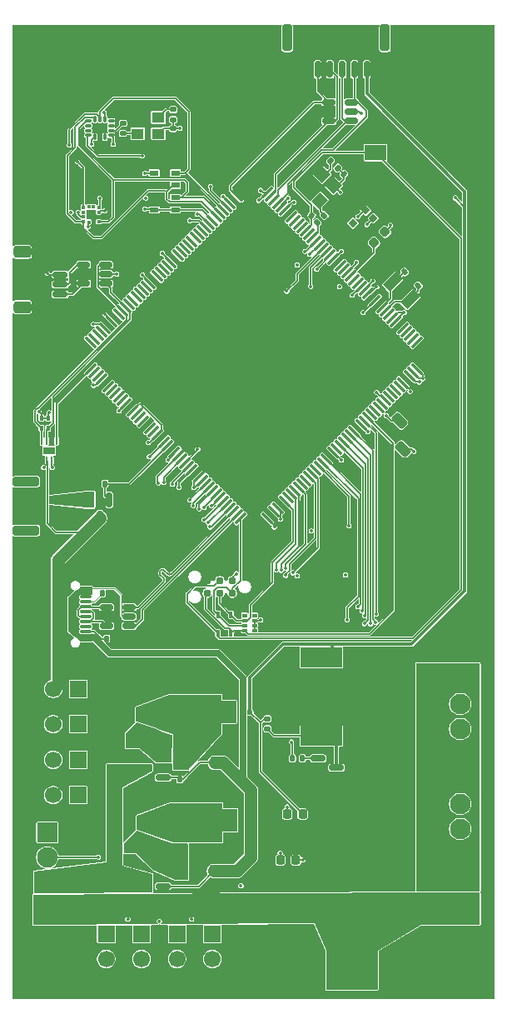
<source format=gbr>
%TF.GenerationSoftware,KiCad,Pcbnew,9.0.1*%
%TF.CreationDate,2025-05-10T22:35:42-04:00*%
%TF.ProjectId,CRVFCU,43525646-4355-42e6-9b69-6361645f7063,rev?*%
%TF.SameCoordinates,Original*%
%TF.FileFunction,Copper,L1,Top*%
%TF.FilePolarity,Positive*%
%FSLAX46Y46*%
G04 Gerber Fmt 4.6, Leading zero omitted, Abs format (unit mm)*
G04 Created by KiCad (PCBNEW 9.0.1) date 2025-05-10 22:35:42*
%MOMM*%
%LPD*%
G01*
G04 APERTURE LIST*
G04 Aperture macros list*
%AMRoundRect*
0 Rectangle with rounded corners*
0 $1 Rounding radius*
0 $2 $3 $4 $5 $6 $7 $8 $9 X,Y pos of 4 corners*
0 Add a 4 corners polygon primitive as box body*
4,1,4,$2,$3,$4,$5,$6,$7,$8,$9,$2,$3,0*
0 Add four circle primitives for the rounded corners*
1,1,$1+$1,$2,$3*
1,1,$1+$1,$4,$5*
1,1,$1+$1,$6,$7*
1,1,$1+$1,$8,$9*
0 Add four rect primitives between the rounded corners*
20,1,$1+$1,$2,$3,$4,$5,0*
20,1,$1+$1,$4,$5,$6,$7,0*
20,1,$1+$1,$6,$7,$8,$9,0*
20,1,$1+$1,$8,$9,$2,$3,0*%
%AMRotRect*
0 Rectangle, with rotation*
0 The origin of the aperture is its center*
0 $1 length*
0 $2 width*
0 $3 Rotation angle, in degrees counterclockwise*
0 Add horizontal line*
21,1,$1,$2,0,0,$3*%
G04 Aperture macros list end*
%TA.AperFunction,SMDPad,CuDef*%
%ADD10R,4.200000X2.000000*%
%TD*%
%TA.AperFunction,SMDPad,CuDef*%
%ADD11RoundRect,0.218750X-0.218750X-0.256250X0.218750X-0.256250X0.218750X0.256250X-0.218750X0.256250X0*%
%TD*%
%TA.AperFunction,ComponentPad*%
%ADD12R,1.600000X1.600000*%
%TD*%
%TA.AperFunction,ComponentPad*%
%ADD13C,1.600000*%
%TD*%
%TA.AperFunction,ComponentPad*%
%ADD14RoundRect,0.760000X-1.140000X-1.140000X1.140000X-1.140000X1.140000X1.140000X-1.140000X1.140000X0*%
%TD*%
%TA.AperFunction,ComponentPad*%
%ADD15C,4.000000*%
%TD*%
%TA.AperFunction,SMDPad,CuDef*%
%ADD16RoundRect,0.140000X0.170000X-0.140000X0.170000X0.140000X-0.170000X0.140000X-0.170000X-0.140000X0*%
%TD*%
%TA.AperFunction,ComponentPad*%
%ADD17RoundRect,0.250001X0.799999X-0.799999X0.799999X0.799999X-0.799999X0.799999X-0.799999X-0.799999X0*%
%TD*%
%TA.AperFunction,ComponentPad*%
%ADD18C,2.100000*%
%TD*%
%TA.AperFunction,SMDPad,CuDef*%
%ADD19RoundRect,0.150000X0.587500X0.150000X-0.587500X0.150000X-0.587500X-0.150000X0.587500X-0.150000X0*%
%TD*%
%TA.AperFunction,SMDPad,CuDef*%
%ADD20RoundRect,0.100000X0.100000X-0.225000X0.100000X0.225000X-0.100000X0.225000X-0.100000X-0.225000X0*%
%TD*%
%TA.AperFunction,ConnectorPad*%
%ADD21C,0.787400*%
%TD*%
%TA.AperFunction,SMDPad,CuDef*%
%ADD22R,0.500000X0.400000*%
%TD*%
%TA.AperFunction,SMDPad,CuDef*%
%ADD23R,0.500000X0.300000*%
%TD*%
%TA.AperFunction,ComponentPad*%
%ADD24C,6.400000*%
%TD*%
%TA.AperFunction,SMDPad,CuDef*%
%ADD25RotRect,1.000000X1.800000X315.000000*%
%TD*%
%TA.AperFunction,SMDPad,CuDef*%
%ADD26RoundRect,0.150000X-0.512500X-0.150000X0.512500X-0.150000X0.512500X0.150000X-0.512500X0.150000X0*%
%TD*%
%TA.AperFunction,SMDPad,CuDef*%
%ADD27RotRect,1.300000X1.100000X225.000000*%
%TD*%
%TA.AperFunction,SMDPad,CuDef*%
%ADD28RoundRect,0.140000X-0.219203X-0.021213X-0.021213X-0.219203X0.219203X0.021213X0.021213X0.219203X0*%
%TD*%
%TA.AperFunction,SMDPad,CuDef*%
%ADD29RoundRect,0.140000X0.021213X-0.219203X0.219203X-0.021213X-0.021213X0.219203X-0.219203X0.021213X0*%
%TD*%
%TA.AperFunction,SMDPad,CuDef*%
%ADD30RoundRect,0.150000X-0.425000X0.150000X-0.425000X-0.150000X0.425000X-0.150000X0.425000X0.150000X0*%
%TD*%
%TA.AperFunction,SMDPad,CuDef*%
%ADD31RoundRect,0.075000X-0.500000X0.075000X-0.500000X-0.075000X0.500000X-0.075000X0.500000X0.075000X0*%
%TD*%
%TA.AperFunction,HeatsinkPad*%
%ADD32O,2.100000X1.000000*%
%TD*%
%TA.AperFunction,HeatsinkPad*%
%ADD33O,1.800000X1.000000*%
%TD*%
%TA.AperFunction,SMDPad,CuDef*%
%ADD34RoundRect,0.135000X-0.226274X-0.035355X-0.035355X-0.226274X0.226274X0.035355X0.035355X0.226274X0*%
%TD*%
%TA.AperFunction,SMDPad,CuDef*%
%ADD35RoundRect,0.135000X0.035355X-0.226274X0.226274X-0.035355X-0.035355X0.226274X-0.226274X0.035355X0*%
%TD*%
%TA.AperFunction,SMDPad,CuDef*%
%ADD36RoundRect,0.135000X0.135000X0.185000X-0.135000X0.185000X-0.135000X-0.185000X0.135000X-0.185000X0*%
%TD*%
%TA.AperFunction,SMDPad,CuDef*%
%ADD37RoundRect,0.075000X0.424264X0.530330X-0.530330X-0.424264X-0.424264X-0.530330X0.530330X0.424264X0*%
%TD*%
%TA.AperFunction,SMDPad,CuDef*%
%ADD38RoundRect,0.075000X-0.424264X0.530330X-0.530330X0.424264X0.424264X-0.530330X0.530330X-0.424264X0*%
%TD*%
%TA.AperFunction,SMDPad,CuDef*%
%ADD39R,2.180000X1.600000*%
%TD*%
%TA.AperFunction,SMDPad,CuDef*%
%ADD40RoundRect,0.250000X0.212132X-0.565685X0.565685X-0.212132X-0.212132X0.565685X-0.565685X0.212132X0*%
%TD*%
%TA.AperFunction,SMDPad,CuDef*%
%ADD41RoundRect,0.375000X-0.625000X-0.375000X0.625000X-0.375000X0.625000X0.375000X-0.625000X0.375000X0*%
%TD*%
%TA.AperFunction,SMDPad,CuDef*%
%ADD42RoundRect,0.500000X-0.500000X-1.400000X0.500000X-1.400000X0.500000X1.400000X-0.500000X1.400000X0*%
%TD*%
%TA.AperFunction,SMDPad,CuDef*%
%ADD43RoundRect,0.140000X-0.170000X0.140000X-0.170000X-0.140000X0.170000X-0.140000X0.170000X0.140000X0*%
%TD*%
%TA.AperFunction,SMDPad,CuDef*%
%ADD44RoundRect,0.225000X-0.225000X-0.375000X0.225000X-0.375000X0.225000X0.375000X-0.225000X0.375000X0*%
%TD*%
%TA.AperFunction,SMDPad,CuDef*%
%ADD45RoundRect,0.135000X-0.135000X-0.185000X0.135000X-0.185000X0.135000X0.185000X-0.135000X0.185000X0*%
%TD*%
%TA.AperFunction,SMDPad,CuDef*%
%ADD46RotRect,0.700000X0.700000X45.000000*%
%TD*%
%TA.AperFunction,ComponentPad*%
%ADD47RoundRect,0.250001X-0.799999X0.799999X-0.799999X-0.799999X0.799999X-0.799999X0.799999X0.799999X0*%
%TD*%
%TA.AperFunction,ComponentPad*%
%ADD48R,1.700000X1.700000*%
%TD*%
%TA.AperFunction,ComponentPad*%
%ADD49C,1.700000*%
%TD*%
%TA.AperFunction,SMDPad,CuDef*%
%ADD50R,1.300000X1.100000*%
%TD*%
%TA.AperFunction,SMDPad,CuDef*%
%ADD51RoundRect,0.150000X-0.700000X0.150000X-0.700000X-0.150000X0.700000X-0.150000X0.700000X0.150000X0*%
%TD*%
%TA.AperFunction,SMDPad,CuDef*%
%ADD52RoundRect,0.250000X-1.100000X0.250000X-1.100000X-0.250000X1.100000X-0.250000X1.100000X0.250000X0*%
%TD*%
%TA.AperFunction,SMDPad,CuDef*%
%ADD53RoundRect,0.062500X0.062500X-0.325000X0.062500X0.325000X-0.062500X0.325000X-0.062500X-0.325000X0*%
%TD*%
%TA.AperFunction,HeatsinkPad*%
%ADD54R,1.200000X0.800000*%
%TD*%
%TA.AperFunction,SMDPad,CuDef*%
%ADD55RoundRect,0.087500X-0.225000X-0.087500X0.225000X-0.087500X0.225000X0.087500X-0.225000X0.087500X0*%
%TD*%
%TA.AperFunction,SMDPad,CuDef*%
%ADD56RoundRect,0.087500X-0.087500X-0.225000X0.087500X-0.225000X0.087500X0.225000X-0.087500X0.225000X0*%
%TD*%
%TA.AperFunction,SMDPad,CuDef*%
%ADD57R,0.375000X0.350000*%
%TD*%
%TA.AperFunction,SMDPad,CuDef*%
%ADD58R,0.350000X0.375000*%
%TD*%
%TA.AperFunction,SMDPad,CuDef*%
%ADD59R,0.950000X0.550000*%
%TD*%
%TA.AperFunction,SMDPad,CuDef*%
%ADD60RoundRect,0.150000X-0.625000X0.150000X-0.625000X-0.150000X0.625000X-0.150000X0.625000X0.150000X0*%
%TD*%
%TA.AperFunction,SMDPad,CuDef*%
%ADD61RoundRect,0.250000X-0.650000X0.350000X-0.650000X-0.350000X0.650000X-0.350000X0.650000X0.350000X0*%
%TD*%
%TA.AperFunction,SMDPad,CuDef*%
%ADD62RoundRect,0.150000X0.150000X0.700000X-0.150000X0.700000X-0.150000X-0.700000X0.150000X-0.700000X0*%
%TD*%
%TA.AperFunction,SMDPad,CuDef*%
%ADD63RoundRect,0.250000X0.250000X1.100000X-0.250000X1.100000X-0.250000X-1.100000X0.250000X-1.100000X0*%
%TD*%
%TA.AperFunction,SMDPad,CuDef*%
%ADD64RoundRect,0.135000X-0.185000X0.135000X-0.185000X-0.135000X0.185000X-0.135000X0.185000X0.135000X0*%
%TD*%
%TA.AperFunction,SMDPad,CuDef*%
%ADD65RoundRect,0.135000X0.185000X-0.135000X0.185000X0.135000X-0.185000X0.135000X-0.185000X-0.135000X0*%
%TD*%
%TA.AperFunction,SMDPad,CuDef*%
%ADD66R,0.400000X0.500000*%
%TD*%
%TA.AperFunction,SMDPad,CuDef*%
%ADD67RoundRect,0.150000X-0.150000X0.587500X-0.150000X-0.587500X0.150000X-0.587500X0.150000X0.587500X0*%
%TD*%
%TA.AperFunction,SMDPad,CuDef*%
%ADD68RoundRect,0.150000X-0.587500X-0.150000X0.587500X-0.150000X0.587500X0.150000X-0.587500X0.150000X0*%
%TD*%
%TA.AperFunction,SMDPad,CuDef*%
%ADD69RoundRect,0.218750X-0.026517X0.335876X-0.335876X0.026517X0.026517X-0.335876X0.335876X-0.026517X0*%
%TD*%
%TA.AperFunction,ViaPad*%
%ADD70C,0.350000*%
%TD*%
%TA.AperFunction,ViaPad*%
%ADD71C,0.600000*%
%TD*%
%TA.AperFunction,Conductor*%
%ADD72C,0.150000*%
%TD*%
%TA.AperFunction,Conductor*%
%ADD73C,0.100000*%
%TD*%
%TA.AperFunction,Conductor*%
%ADD74C,0.320000*%
%TD*%
%TA.AperFunction,Conductor*%
%ADD75C,0.640000*%
%TD*%
%TA.AperFunction,Conductor*%
%ADD76C,1.280000*%
%TD*%
G04 APERTURE END LIST*
D10*
%TO.P,BZ1,1,+*%
%TO.N,+5V*%
X71900000Y-84800000D03*
%TO.P,BZ1,2,-*%
%TO.N,Net-(BZ1--)*%
X71900000Y-92800000D03*
%TD*%
D11*
%TO.P,5V_PWR1,1,K*%
%TO.N,Net-(5V_PWR1-K)*%
X68402500Y-100710000D03*
%TO.P,5V_PWR1,2,A*%
%TO.N,+5V*%
X69977500Y-100710000D03*
%TD*%
%TO.P,3V3_PWR1,1,K*%
%TO.N,Net-(3V3_PWR1-K)*%
X67715000Y-105400000D03*
%TO.P,3V3_PWR1,2,A*%
%TO.N,+3V3*%
X69290000Y-105400000D03*
%TD*%
D12*
%TO.P,C1,1*%
%TO.N,VBAT*%
X74400000Y-110402651D03*
D13*
%TO.P,C1,2*%
%TO.N,GND*%
X74400000Y-105402651D03*
%TD*%
D14*
%TO.P,BATT1,1,Pin_1*%
%TO.N,GND*%
X70000000Y-116000000D03*
D15*
%TO.P,BATT1,2,Pin_2*%
%TO.N,VBAT*%
X75000000Y-116000000D03*
%TD*%
D16*
%TO.P,C2,1*%
%TO.N,VBAT*%
X68500000Y-109180000D03*
%TO.P,C2,2*%
%TO.N,GND*%
X68500000Y-108220000D03*
%TD*%
D17*
%TO.P,PYRO_TERM1,1,Pin_1*%
%TO.N,VBAT*%
X86000000Y-109860000D03*
D18*
%TO.P,PYRO_TERM1,2,Pin_2*%
%TO.N,/VPYRO*%
X86000000Y-107320000D03*
%TO.P,PYRO_TERM1,3,Pin_3*%
X86000000Y-104780000D03*
%TO.P,PYRO_TERM1,4,Pin_4*%
%TO.N,/PYO0*%
X86000000Y-102240000D03*
%TO.P,PYRO_TERM1,5,Pin_5*%
%TO.N,/PYO1*%
X86000000Y-99700000D03*
%TO.P,PYRO_TERM1,6,Pin_6*%
%TO.N,/VPYRO*%
X86000000Y-97160000D03*
%TO.P,PYRO_TERM1,7,Pin_7*%
X86000000Y-94620000D03*
%TO.P,PYRO_TERM1,8,Pin_8*%
%TO.N,/PYO2*%
X86000000Y-92080000D03*
%TO.P,PYRO_TERM1,9,Pin_9*%
%TO.N,/PYO3*%
X86000000Y-89540000D03*
%TO.P,PYRO_TERM1,10,Pin_10*%
%TO.N,/VPYRO*%
X86000000Y-87000000D03*
%TD*%
D19*
%TO.P,Q3,1,G*%
%TO.N,VBUS*%
X55800002Y-97000000D03*
%TO.P,Q3,2,S*%
%TO.N,Net-(Q3-S)*%
X55800002Y-95100000D03*
%TO.P,Q3,3,D*%
%TO.N,+8V4*%
X53925002Y-96050000D03*
%TD*%
D20*
%TO.P,U12,1,IO1*%
%TO.N,/RESET*%
X61370000Y-82350000D03*
%TO.P,U12,2,GND*%
%TO.N,GND*%
X62020000Y-82350000D03*
%TO.P,U12,3,IO2*%
%TO.N,/SWO*%
X62670000Y-82350000D03*
%TO.P,U12,4,IO3*%
%TO.N,/SWCLK*%
X62670000Y-80450000D03*
%TO.P,U12,5,IO4*%
%TO.N,/SWDIO*%
X61370000Y-80450000D03*
%TD*%
D21*
%TO.P,J1,1,VCC*%
%TO.N,+3V3*%
X62820000Y-77000000D03*
%TO.P,J1,2,SWDIO*%
%TO.N,/SWDIO*%
X62820000Y-78270000D03*
%TO.P,J1,3,~{RESET}*%
%TO.N,/RESET*%
X61550000Y-77000000D03*
%TO.P,J1,4,SWCLK*%
%TO.N,/SWCLK*%
X61550000Y-78270000D03*
%TO.P,J1,5,GND*%
%TO.N,GND*%
X60280000Y-77000000D03*
%TO.P,J1,6,SWO*%
%TO.N,/SWO*%
X60280000Y-78270000D03*
%TD*%
D22*
%TO.P,R1,1*%
%TO.N,+3V3*%
X65070000Y-82050000D03*
D23*
%TO.P,R1,2*%
X65070000Y-81550000D03*
%TO.P,R1,3*%
X65070000Y-81050000D03*
D22*
%TO.P,R1,4*%
%TO.N,N/C*%
X65070000Y-80550000D03*
%TO.P,R1,5*%
X64070000Y-80550000D03*
D23*
%TO.P,R1,6*%
%TO.N,/SWCLK*%
X64070000Y-81050000D03*
%TO.P,R1,7*%
%TO.N,/SWDIO*%
X64070000Y-81550000D03*
D22*
%TO.P,R1,8*%
%TO.N,/SWO*%
X64070000Y-82050000D03*
%TD*%
D24*
%TO.P,H2,1,1*%
%TO.N,GND*%
X86000000Y-24000000D03*
%TD*%
%TO.P,H3,1,1*%
%TO.N,GND*%
X44000000Y-24000000D03*
%TD*%
D25*
%TO.P,Y1,1,1*%
%TO.N,/PC14*%
X80894811Y-48419654D03*
%TO.P,Y1,2,2*%
%TO.N,/PC15*%
X79127045Y-46651888D03*
%TD*%
D26*
%TO.P,U14,1,I/O1*%
%TO.N,Net-(J3-D--PadA7)*%
X50050001Y-79700000D03*
%TO.P,U14,2,GND*%
%TO.N,GND*%
X50050001Y-80650000D03*
%TO.P,U14,3,I/O2*%
%TO.N,Net-(J3-D+-PadA6)*%
X50050001Y-81600000D03*
%TO.P,U14,4,I/O2*%
%TO.N,/USB_D+*%
X52325001Y-81600000D03*
%TO.P,U14,5,VBUS*%
%TO.N,VBUS*%
X52325001Y-80650000D03*
%TO.P,U14,6,I/O1*%
%TO.N,/USB_D-*%
X52325001Y-79700000D03*
%TD*%
D27*
%TO.P,Y4,1,EN*%
%TO.N,Net-(Y4-EN)*%
X72000000Y-35750000D03*
%TO.P,Y4,2,GND*%
%TO.N,GND*%
X70515076Y-37234924D03*
%TO.P,Y4,3,OUT*%
%TO.N,Net-(Y4-OUT)*%
X71681802Y-38401650D03*
%TO.P,Y4,4,Vdd*%
%TO.N,+3V3*%
X73166726Y-36916726D03*
%TD*%
D28*
%TO.P,C41,1*%
%TO.N,GND*%
X70210801Y-39210487D03*
%TO.P,C41,2*%
%TO.N,/RESET*%
X70889623Y-39889309D03*
%TD*%
D29*
%TO.P,C37,1*%
%TO.N,/PC15*%
X80339105Y-45621593D03*
%TO.P,C37,2*%
%TO.N,GND*%
X81017927Y-44942771D03*
%TD*%
%TO.P,C38,1*%
%TO.N,/PC14*%
X81732106Y-47014592D03*
%TO.P,C38,2*%
%TO.N,GND*%
X82410928Y-46335770D03*
%TD*%
D28*
%TO.P,C50,1*%
%TO.N,+3V3*%
X74174140Y-35709064D03*
%TO.P,C50,2*%
%TO.N,GND*%
X74852962Y-36387886D03*
%TD*%
D30*
%TO.P,J3,A1,GND*%
%TO.N,GND*%
X47930000Y-77200000D03*
%TO.P,J3,A4,VBUS*%
%TO.N,VBUS*%
X47930000Y-78000000D03*
D31*
%TO.P,J3,A5,CC1*%
%TO.N,Net-(J3-CC1)*%
X47930000Y-79150000D03*
%TO.P,J3,A6,D+*%
%TO.N,Net-(J3-D+-PadA6)*%
X47930000Y-80150000D03*
%TO.P,J3,A7,D-*%
%TO.N,Net-(J3-D--PadA7)*%
X47930000Y-80650000D03*
%TO.P,J3,A8,SBU1*%
%TO.N,unconnected-(J3-SBU1-PadA8)*%
X47930000Y-81650000D03*
D30*
%TO.P,J3,A9,VBUS*%
%TO.N,VBUS*%
X47930000Y-82800000D03*
%TO.P,J3,A12,GND*%
%TO.N,GND*%
X47930000Y-83600000D03*
%TO.P,J3,B1,GND*%
X47930000Y-83600000D03*
%TO.P,J3,B4,VBUS*%
%TO.N,VBUS*%
X47930000Y-82800000D03*
D31*
%TO.P,J3,B5,CC2*%
%TO.N,Net-(J3-CC2)*%
X47930000Y-82150000D03*
%TO.P,J3,B6,D+*%
%TO.N,Net-(J3-D+-PadA6)*%
X47930000Y-81150000D03*
%TO.P,J3,B7,D-*%
%TO.N,Net-(J3-D--PadA7)*%
X47930000Y-79650000D03*
%TO.P,J3,B8,SBU2*%
%TO.N,unconnected-(J3-SBU2-PadB8)*%
X47930000Y-78650000D03*
D30*
%TO.P,J3,B9,VBUS*%
%TO.N,VBUS*%
X47930000Y-78000000D03*
%TO.P,J3,B12,GND*%
%TO.N,GND*%
X47930000Y-77200000D03*
D32*
%TO.P,J3,S1,SHIELD*%
X47355000Y-76080000D03*
D33*
X43175000Y-76080000D03*
D32*
X47355000Y-84720000D03*
D33*
X43175000Y-84720000D03*
%TD*%
D34*
%TO.P,R9,1*%
%TO.N,Net-(Y4-EN)*%
X72813551Y-34348475D03*
%TO.P,R9,2*%
%TO.N,+3V3*%
X73534799Y-35069723D03*
%TD*%
D35*
%TO.P,R8,1*%
%TO.N,/OSC0*%
X71439376Y-40610624D03*
%TO.P,R8,2*%
%TO.N,Net-(Y4-OUT)*%
X72160624Y-39889376D03*
%TD*%
D36*
%TO.P,R17,1*%
%TO.N,GND*%
X51060000Y-82900000D03*
%TO.P,R17,2*%
%TO.N,Net-(J3-CC2)*%
X50040000Y-82900000D03*
%TD*%
%TO.P,R13,1*%
%TO.N,GND*%
X50610000Y-78300000D03*
%TO.P,R13,2*%
%TO.N,Net-(J3-CC1)*%
X49590000Y-78300000D03*
%TD*%
D37*
%TO.P,U2,1,PE2*%
%TO.N,unconnected-(U2-PE2-Pad1)*%
X81574903Y-52774590D03*
%TO.P,U2,2,PE3*%
%TO.N,unconnected-(U2-PE3-Pad2)*%
X81221350Y-52421037D03*
%TO.P,U2,3,PE4*%
%TO.N,unconnected-(U2-PE4-Pad3)*%
X80867797Y-52067484D03*
%TO.P,U2,4,PE5*%
%TO.N,unconnected-(U2-PE5-Pad4)*%
X80514243Y-51713930D03*
%TO.P,U2,5,PE6*%
%TO.N,unconnected-(U2-PE6-Pad5)*%
X80160690Y-51360377D03*
%TO.P,U2,6,VSS*%
%TO.N,GND*%
X79807136Y-51006823D03*
%TO.P,U2,7,VDD*%
%TO.N,+3V3*%
X79453583Y-50653270D03*
%TO.P,U2,8,VBAT*%
X79100030Y-50299717D03*
%TO.P,U2,9,PC13*%
%TO.N,unconnected-(U2-PC13-Pad9)*%
X78746476Y-49946163D03*
%TO.P,U2,10,PC14*%
%TO.N,/PC14*%
X78392923Y-49592610D03*
%TO.P,U2,11,PC15*%
%TO.N,/PC15*%
X78039369Y-49239057D03*
%TO.P,U2,12,VSS*%
%TO.N,GND*%
X77685816Y-48885503D03*
%TO.P,U2,13,VDD*%
%TO.N,+3V3*%
X77332263Y-48531950D03*
%TO.P,U2,14,VSSSMPS*%
%TO.N,GND*%
X76978709Y-48178396D03*
%TO.P,U2,15,VLXSMPS*%
%TO.N,/VLXSMPS*%
X76625156Y-47824843D03*
%TO.P,U2,16,VDDSMPS*%
%TO.N,/VDDSMPS*%
X76271602Y-47471290D03*
%TO.P,U2,17,VFBSMPS*%
%TO.N,+3V3*%
X75918049Y-47117736D03*
%TO.P,U2,18,PF0*%
%TO.N,unconnected-(U2-PF0-Pad18)*%
X75564496Y-46764183D03*
%TO.P,U2,19,PF1*%
%TO.N,unconnected-(U2-PF1-Pad19)*%
X75210942Y-46410629D03*
%TO.P,U2,20,PF2*%
%TO.N,/LED*%
X74857389Y-46057076D03*
%TO.P,U2,21,PF3*%
%TO.N,/NEOPIX*%
X74503836Y-45703523D03*
%TO.P,U2,22,PF4*%
%TO.N,unconnected-(U2-PF4-Pad22)*%
X74150282Y-45349969D03*
%TO.P,U2,23,PF5*%
%TO.N,unconnected-(U2-PF5-Pad23)*%
X73796729Y-44996416D03*
%TO.P,U2,24,VSS*%
%TO.N,GND*%
X73443175Y-44642862D03*
%TO.P,U2,25,VDD*%
%TO.N,+3V3*%
X73089622Y-44289309D03*
%TO.P,U2,26,PF6*%
%TO.N,/QSPI_IO3*%
X72736069Y-43935756D03*
%TO.P,U2,27,PF7*%
%TO.N,/QSPI_IO2*%
X72382515Y-43582202D03*
%TO.P,U2,28,PF8*%
%TO.N,/QSPI_IO0*%
X72028962Y-43228649D03*
%TO.P,U2,29,PF9*%
%TO.N,/QSPI_IO1*%
X71675408Y-42875096D03*
%TO.P,U2,30,PF10*%
%TO.N,/QSPI_CLK*%
X71321855Y-42521542D03*
%TO.P,U2,31,PH0*%
%TO.N,/OSC0*%
X70968302Y-42167989D03*
%TO.P,U2,32,PH1*%
%TO.N,unconnected-(U2-PH1-Pad32)*%
X70614748Y-41814435D03*
%TO.P,U2,33,NRST*%
%TO.N,/RESET*%
X70261195Y-41460882D03*
%TO.P,U2,34,PC0*%
%TO.N,unconnected-(U2-PC0-Pad34)*%
X69907641Y-41107329D03*
%TO.P,U2,35,PC1*%
%TO.N,unconnected-(U2-PC1-Pad35)*%
X69554088Y-40753775D03*
%TO.P,U2,36,PC2_C*%
%TO.N,unconnected-(U2-PC2_C-Pad36)*%
X69200535Y-40400222D03*
%TO.P,U2,37,PC3_C*%
%TO.N,unconnected-(U2-PC3_C-Pad37)*%
X68846981Y-40046668D03*
%TO.P,U2,38,VSSA*%
%TO.N,GND*%
X68493428Y-39693115D03*
%TO.P,U2,39,VREF+*%
%TO.N,Net-(U2-VREF+)*%
X68139875Y-39339562D03*
%TO.P,U2,40,VDDA*%
%TO.N,/VDDA*%
X67786321Y-38986008D03*
%TO.P,U2,41,PA0*%
%TO.N,/RAD_TX*%
X67432768Y-38632455D03*
%TO.P,U2,42,PA1*%
%TO.N,/RAD_RX*%
X67079214Y-38278901D03*
%TO.P,U2,43,PA2*%
%TO.N,/RAD_CTS*%
X66725661Y-37925348D03*
%TO.P,U2,44,VDD*%
%TO.N,+3V3*%
X66372108Y-37571795D03*
D38*
%TO.P,U2,45,VSS*%
%TO.N,GND*%
X63649746Y-37571795D03*
%TO.P,U2,46,PA3*%
%TO.N,/RAD_RTS*%
X63296193Y-37925348D03*
%TO.P,U2,47,VSS*%
%TO.N,GND*%
X62942640Y-38278901D03*
%TO.P,U2,48,VDD*%
%TO.N,+3V3*%
X62589086Y-38632455D03*
%TO.P,U2,49,PA4*%
%TO.N,/IMU_INT*%
X62235533Y-38986008D03*
%TO.P,U2,50,PA5*%
%TO.N,/SCK*%
X61881979Y-39339562D03*
%TO.P,U2,51,PA6*%
%TO.N,/MISO*%
X61528426Y-39693115D03*
%TO.P,U2,52,PA7*%
%TO.N,/MOSI*%
X61174873Y-40046668D03*
%TO.P,U2,53,PC4*%
%TO.N,/ALT_CS*%
X60821319Y-40400222D03*
%TO.P,U2,54,PC5*%
%TO.N,/IMU_CS*%
X60467766Y-40753775D03*
%TO.P,U2,55,PB0*%
%TO.N,/MAG_CS*%
X60114213Y-41107329D03*
%TO.P,U2,56,PB1*%
%TO.N,unconnected-(U2-PB1-Pad56)*%
X59760659Y-41460882D03*
%TO.P,U2,57,PB2*%
%TO.N,unconnected-(U2-PB2-Pad57)*%
X59407106Y-41814435D03*
%TO.P,U2,58,PF11*%
%TO.N,unconnected-(U2-PF11-Pad58)*%
X59053552Y-42167989D03*
%TO.P,U2,59,PF12*%
%TO.N,unconnected-(U2-PF12-Pad59)*%
X58699999Y-42521542D03*
%TO.P,U2,60,PF13*%
%TO.N,unconnected-(U2-PF13-Pad60)*%
X58346446Y-42875096D03*
%TO.P,U2,61,PF14*%
%TO.N,unconnected-(U2-PF14-Pad61)*%
X57992892Y-43228649D03*
%TO.P,U2,62,PF15*%
%TO.N,unconnected-(U2-PF15-Pad62)*%
X57639339Y-43582202D03*
%TO.P,U2,63,PG0*%
%TO.N,unconnected-(U2-PG0-Pad63)*%
X57285785Y-43935756D03*
%TO.P,U2,64,VSS*%
%TO.N,GND*%
X56932232Y-44289309D03*
%TO.P,U2,65,VDD*%
%TO.N,+3V3*%
X56578679Y-44642862D03*
%TO.P,U2,66,PG1*%
%TO.N,unconnected-(U2-PG1-Pad66)*%
X56225125Y-44996416D03*
%TO.P,U2,67,PE7*%
%TO.N,unconnected-(U2-PE7-Pad67)*%
X55871572Y-45349969D03*
%TO.P,U2,68,PE8*%
%TO.N,unconnected-(U2-PE8-Pad68)*%
X55518018Y-45703523D03*
%TO.P,U2,69,PE9*%
%TO.N,unconnected-(U2-PE9-Pad69)*%
X55164465Y-46057076D03*
%TO.P,U2,70,VSS*%
%TO.N,GND*%
X54810912Y-46410629D03*
%TO.P,U2,71,VDD*%
%TO.N,+3V3*%
X54457358Y-46764183D03*
%TO.P,U2,72,PE10*%
%TO.N,unconnected-(U2-PE10-Pad72)*%
X54103805Y-47117736D03*
%TO.P,U2,73,PE11*%
%TO.N,unconnected-(U2-PE11-Pad73)*%
X53750252Y-47471290D03*
%TO.P,U2,74,PE12*%
%TO.N,unconnected-(U2-PE12-Pad74)*%
X53396698Y-47824843D03*
%TO.P,U2,75,PE13*%
%TO.N,unconnected-(U2-PE13-Pad75)*%
X53043145Y-48178396D03*
%TO.P,U2,76,PE14*%
%TO.N,unconnected-(U2-PE14-Pad76)*%
X52689591Y-48531950D03*
%TO.P,U2,77,PE15*%
%TO.N,unconnected-(U2-PE15-Pad77)*%
X52336038Y-48885503D03*
%TO.P,U2,78,PB10*%
%TO.N,/SCL*%
X51982485Y-49239057D03*
%TO.P,U2,79,PB11*%
%TO.N,/SDA*%
X51628931Y-49592610D03*
%TO.P,U2,80,VCAP*%
%TO.N,unconnected-(U2-VCAP-Pad80)*%
X51275378Y-49946163D03*
%TO.P,U2,81,VSS*%
%TO.N,GND*%
X50921824Y-50299717D03*
%TO.P,U2,82,VDDLDO*%
%TO.N,+3V3*%
X50568271Y-50653270D03*
%TO.P,U2,83,VSS*%
%TO.N,GND*%
X50214718Y-51006823D03*
%TO.P,U2,84,VDD*%
%TO.N,+3V3*%
X49861164Y-51360377D03*
%TO.P,U2,85,PB12*%
%TO.N,unconnected-(U2-PB12-Pad85)*%
X49507611Y-51713930D03*
%TO.P,U2,86,PB13*%
%TO.N,unconnected-(U2-PB13-Pad86)*%
X49154057Y-52067484D03*
%TO.P,U2,87,PB14*%
%TO.N,unconnected-(U2-PB14-Pad87)*%
X48800504Y-52421037D03*
%TO.P,U2,88,PB15*%
%TO.N,unconnected-(U2-PB15-Pad88)*%
X48446951Y-52774590D03*
D37*
%TO.P,U2,89,PD8*%
%TO.N,/ALRT*%
X48446951Y-55496952D03*
%TO.P,U2,90,PD9*%
%TO.N,unconnected-(U2-PD9-Pad90)*%
X48800504Y-55850505D03*
%TO.P,U2,91,PD10*%
%TO.N,unconnected-(U2-PD10-Pad91)*%
X49154057Y-56204058D03*
%TO.P,U2,92,VDD*%
%TO.N,+3V3*%
X49507611Y-56557612D03*
%TO.P,U2,93,VSS*%
%TO.N,GND*%
X49861164Y-56911165D03*
%TO.P,U2,94,PD11*%
%TO.N,unconnected-(U2-PD11-Pad94)*%
X50214718Y-57264719D03*
%TO.P,U2,95,PD12*%
%TO.N,unconnected-(U2-PD12-Pad95)*%
X50568271Y-57618272D03*
%TO.P,U2,96,PD13*%
%TO.N,unconnected-(U2-PD13-Pad96)*%
X50921824Y-57971825D03*
%TO.P,U2,97,PD14*%
%TO.N,unconnected-(U2-PD14-Pad97)*%
X51275378Y-58325379D03*
%TO.P,U2,98,PD15*%
%TO.N,unconnected-(U2-PD15-Pad98)*%
X51628931Y-58678932D03*
%TO.P,U2,99,VDD*%
%TO.N,+3V3*%
X51982485Y-59032485D03*
%TO.P,U2,100,VSS*%
%TO.N,GND*%
X52336038Y-59386039D03*
%TO.P,U2,101,VCAPDSI*%
%TO.N,/VDD12DSI*%
X52689591Y-59739592D03*
%TO.P,U2,102,VDD12DSI*%
X53043145Y-60093146D03*
%TO.P,U2,103,DSI_D0P*%
%TO.N,unconnected-(U2-DSI_D0P-Pad103)*%
X53396698Y-60446699D03*
%TO.P,U2,104,DSI_D0N*%
%TO.N,unconnected-(U2-DSI_D0N-Pad104)*%
X53750252Y-60800252D03*
%TO.P,U2,105,VSSDSI*%
%TO.N,GND*%
X54103805Y-61153806D03*
%TO.P,U2,106,DSI_CKP*%
%TO.N,unconnected-(U2-DSI_CKP-Pad106)*%
X54457358Y-61507359D03*
%TO.P,U2,107,DSI_CKN*%
%TO.N,unconnected-(U2-DSI_CKN-Pad107)*%
X54810912Y-61860913D03*
%TO.P,U2,108,VDD12DSI*%
%TO.N,/VDD12DSI*%
X55164465Y-62214466D03*
%TO.P,U2,109,VSSDSI*%
%TO.N,GND*%
X55518018Y-62568019D03*
%TO.P,U2,110,PG2*%
%TO.N,/ARM*%
X55871572Y-62921573D03*
%TO.P,U2,111,PG3*%
%TO.N,/VIDEO*%
X56225125Y-63275126D03*
%TO.P,U2,112,VSS*%
%TO.N,GND*%
X56578679Y-63628680D03*
%TO.P,U2,113,VDD*%
%TO.N,+3V3*%
X56932232Y-63982233D03*
%TO.P,U2,114,PG4*%
%TO.N,/SRVI_7*%
X57285785Y-64335786D03*
%TO.P,U2,115,PG5*%
%TO.N,/SRVI_6*%
X57639339Y-64689340D03*
%TO.P,U2,116,PG6*%
%TO.N,/FLASH_CS*%
X57992892Y-65042893D03*
%TO.P,U2,117,PG7*%
%TO.N,/SRVI_5*%
X58346446Y-65396446D03*
%TO.P,U2,118,PG8*%
%TO.N,/SRVI_4*%
X58699999Y-65750000D03*
%TO.P,U2,119,VSS*%
%TO.N,GND*%
X59053552Y-66103553D03*
%TO.P,U2,120,VDD50_USB*%
%TO.N,+3V3*%
X59407106Y-66457107D03*
%TO.P,U2,121,VDD33_USB*%
X59760659Y-66810660D03*
%TO.P,U2,122,PC6*%
%TO.N,/SRVI_3*%
X60114213Y-67164213D03*
%TO.P,U2,123,PC7*%
%TO.N,/SRVI_2*%
X60467766Y-67517767D03*
%TO.P,U2,124,PC8*%
%TO.N,/SD_DAT0*%
X60821319Y-67871320D03*
%TO.P,U2,125,PC9*%
%TO.N,/SD_DAT1*%
X61174873Y-68224874D03*
%TO.P,U2,126,VDD*%
%TO.N,+3V3*%
X61528426Y-68578427D03*
%TO.P,U2,127,PA8*%
%TO.N,/SRVI_1*%
X61881979Y-68931980D03*
%TO.P,U2,128,PA9*%
%TO.N,/SRVI_0*%
X62235533Y-69285534D03*
%TO.P,U2,129,PA10*%
%TO.N,/SRV_OE*%
X62589086Y-69639087D03*
%TO.P,U2,130,PA11*%
%TO.N,/USB_D-*%
X62942640Y-69992641D03*
%TO.P,U2,131,PA12*%
%TO.N,/USB_D+*%
X63296193Y-70346194D03*
%TO.P,U2,132,PA13*%
%TO.N,/SWDIO*%
X63649746Y-70699747D03*
D38*
%TO.P,U2,133,VCAP*%
%TO.N,Net-(C14-Pad1)*%
X66372108Y-70699747D03*
%TO.P,U2,134,VSS*%
%TO.N,GND*%
X66725661Y-70346194D03*
%TO.P,U2,135,VDDLDO*%
%TO.N,+3V3*%
X67079214Y-69992641D03*
%TO.P,U2,136,VDD*%
X67432768Y-69639087D03*
%TO.P,U2,137,VSS*%
%TO.N,GND*%
X67786321Y-69285534D03*
%TO.P,U2,138,PA14*%
%TO.N,/SWCLK*%
X68139875Y-68931980D03*
%TO.P,U2,139,PA15*%
%TO.N,unconnected-(U2-PA15-Pad139)*%
X68493428Y-68578427D03*
%TO.P,U2,140,PC10*%
%TO.N,/SD_DAT2*%
X68846981Y-68224874D03*
%TO.P,U2,141,PC11*%
%TO.N,/SD_DAT3*%
X69200535Y-67871320D03*
%TO.P,U2,142,PC12*%
%TO.N,/SD_CLK*%
X69554088Y-67517767D03*
%TO.P,U2,143,PD0*%
%TO.N,unconnected-(U2-PD0-Pad143)*%
X69907641Y-67164213D03*
%TO.P,U2,144,PD1*%
%TO.N,unconnected-(U2-PD1-Pad144)*%
X70261195Y-66810660D03*
%TO.P,U2,145,PD2*%
%TO.N,/SD_CMD*%
X70614748Y-66457107D03*
%TO.P,U2,146,PD3*%
%TO.N,/SD_DET*%
X70968302Y-66103553D03*
%TO.P,U2,147,PD4*%
%TO.N,unconnected-(U2-PD4-Pad147)*%
X71321855Y-65750000D03*
%TO.P,U2,148,PD5*%
%TO.N,/BUZZ*%
X71675408Y-65396446D03*
%TO.P,U2,149,PD6*%
%TO.N,/PYC0*%
X72028962Y-65042893D03*
%TO.P,U2,150,PD7*%
%TO.N,/PYR0*%
X72382515Y-64689340D03*
%TO.P,U2,151,VSS*%
%TO.N,GND*%
X72736069Y-64335786D03*
%TO.P,U2,152,VDD*%
%TO.N,+3V3*%
X73089622Y-63982233D03*
%TO.P,U2,153,PG9*%
%TO.N,unconnected-(U2-PG9-Pad153)*%
X73443175Y-63628680D03*
%TO.P,U2,154,PG10*%
%TO.N,/PYR1*%
X73796729Y-63275126D03*
%TO.P,U2,155,PG11*%
%TO.N,/PYC1*%
X74150282Y-62921573D03*
%TO.P,U2,156,PG12*%
%TO.N,/PYC2*%
X74503836Y-62568019D03*
%TO.P,U2,157,PG13*%
%TO.N,/PYR2*%
X74857389Y-62214466D03*
%TO.P,U2,158,PG14*%
%TO.N,/PYR3*%
X75210942Y-61860913D03*
%TO.P,U2,159,VSS*%
%TO.N,GND*%
X75564496Y-61507359D03*
%TO.P,U2,160,VDD*%
%TO.N,+3V3*%
X75918049Y-61153806D03*
%TO.P,U2,161,PG15*%
%TO.N,/PYC3*%
X76271602Y-60800252D03*
%TO.P,U2,162,PB3*%
%TO.N,/SWO*%
X76625156Y-60446699D03*
%TO.P,U2,163,PB4*%
%TO.N,unconnected-(U2-PB4-Pad163)*%
X76978709Y-60093146D03*
%TO.P,U2,164,PB5*%
%TO.N,unconnected-(U2-PB5-Pad164)*%
X77332263Y-59739592D03*
%TO.P,U2,165,PB6*%
%TO.N,unconnected-(U2-PB6-Pad165)*%
X77685816Y-59386039D03*
%TO.P,U2,166,PB7*%
%TO.N,unconnected-(U2-PB7-Pad166)*%
X78039369Y-59032485D03*
%TO.P,U2,167,BOOT0*%
%TO.N,Net-(U2-BOOT0)*%
X78392923Y-58678932D03*
%TO.P,U2,168,PB8*%
%TO.N,unconnected-(U2-PB8-Pad168)*%
X78746476Y-58325379D03*
%TO.P,U2,169,PB9*%
%TO.N,unconnected-(U2-PB9-Pad169)*%
X79100030Y-57971825D03*
%TO.P,U2,170,PE0*%
%TO.N,unconnected-(U2-PE0-Pad170)*%
X79453583Y-57618272D03*
%TO.P,U2,171,PE1*%
%TO.N,unconnected-(U2-PE1-Pad171)*%
X79807136Y-57264719D03*
%TO.P,U2,172,VCAP*%
%TO.N,Net-(C13-Pad1)*%
X80160690Y-56911165D03*
%TO.P,U2,173,VSS*%
%TO.N,GND*%
X80514243Y-56557612D03*
%TO.P,U2,174,PDR_ON*%
%TO.N,Net-(U2-PDR_ON)*%
X80867797Y-56204058D03*
%TO.P,U2,175,VDDLDO*%
%TO.N,+3V3*%
X81221350Y-55850505D03*
%TO.P,U2,176,VDD*%
X81574903Y-55496952D03*
%TD*%
D39*
%TO.P,SW1,1,1*%
%TO.N,GND*%
X86590000Y-33500000D03*
%TO.P,SW1,2,2*%
%TO.N,/RESET*%
X77410000Y-33500000D03*
%TD*%
D40*
%TO.P,SW2,1,C*%
%TO.N,+3V3*%
X80188909Y-63613783D03*
%TO.P,SW2,2,B*%
%TO.N,Net-(SW2-B)*%
X79800000Y-60750000D03*
%TO.P,SW2,3,A*%
%TO.N,GND*%
X82663783Y-61138909D03*
%TD*%
D41*
%TO.P,U7,1,GND*%
%TO.N,GND*%
X54200001Y-99300000D03*
%TO.P,U7,2,VO*%
%TO.N,+3V3*%
X54200001Y-101600000D03*
D42*
X60500001Y-101600000D03*
D41*
%TO.P,U7,3,VI*%
%TO.N,Net-(D2-K)*%
X54200001Y-103900000D03*
%TD*%
D43*
%TO.P,C4,1*%
%TO.N,Net-(Q3-S)*%
X52400002Y-93640000D03*
%TO.P,C4,2*%
%TO.N,GND*%
X52400002Y-94600000D03*
%TD*%
D16*
%TO.P,C5,1*%
%TO.N,+5V*%
X62300002Y-89580000D03*
%TO.P,C5,2*%
%TO.N,GND*%
X62300002Y-88620000D03*
%TD*%
D43*
%TO.P,C9,1*%
%TO.N,+3V3*%
X62300000Y-102020000D03*
%TO.P,C9,2*%
%TO.N,GND*%
X62300000Y-102980000D03*
%TD*%
D16*
%TO.P,C8,1*%
%TO.N,+3V3*%
X62300000Y-100680000D03*
%TO.P,C8,2*%
%TO.N,GND*%
X62300000Y-99720000D03*
%TD*%
D43*
%TO.P,C6,1*%
%TO.N,+5V*%
X62300002Y-91040000D03*
%TO.P,C6,2*%
%TO.N,GND*%
X62300002Y-92000000D03*
%TD*%
%TO.P,C7,1*%
%TO.N,Net-(D2-K)*%
X52300000Y-104220000D03*
%TO.P,C7,2*%
%TO.N,GND*%
X52300000Y-105180000D03*
%TD*%
D44*
%TO.P,D1,1,K*%
%TO.N,+5V*%
X57750002Y-95500000D03*
%TO.P,D1,2,A*%
%TO.N,VBUS*%
X61050002Y-95500000D03*
%TD*%
%TO.P,D2,1,K*%
%TO.N,Net-(D2-K)*%
X57650000Y-106500000D03*
%TO.P,D2,2,A*%
%TO.N,VBUS*%
X60950000Y-106500000D03*
%TD*%
D45*
%TO.P,R2,1*%
%TO.N,VBUS*%
X57500001Y-97200000D03*
%TO.P,R2,2*%
%TO.N,GND*%
X58520001Y-97200000D03*
%TD*%
D41*
%TO.P,U6,1,GND*%
%TO.N,GND*%
X54150002Y-88300000D03*
%TO.P,U6,2,VO*%
%TO.N,+5V*%
X54150002Y-90600000D03*
D42*
X60450002Y-90600000D03*
D41*
%TO.P,U6,3,VI*%
%TO.N,Net-(Q3-S)*%
X54150002Y-92900000D03*
%TD*%
D46*
%TO.P,NEOPIX1,1,DOUT*%
%TO.N,unconnected-(NEOPIX1-DOUT-Pad1)*%
X75091422Y-40670711D03*
%TO.P,NEOPIX1,2,VSS*%
%TO.N,GND*%
X75869239Y-41448528D03*
%TO.P,NEOPIX1,3,DIN*%
%TO.N,Net-(NEOPIX1-DIN)*%
X77163244Y-40154523D03*
%TO.P,NEOPIX1,4,VDD*%
%TO.N,+5V*%
X76385427Y-39376706D03*
%TD*%
D47*
%TO.P,ARM1,1,Pin_1*%
%TO.N,+3V3*%
X44000000Y-102580000D03*
D18*
%TO.P,ARM1,2,Pin_2*%
%TO.N,Net-(ARM1-Pin_2)*%
X44000000Y-105120000D03*
%TO.P,ARM1,3,Pin_3*%
%TO.N,+8V4*%
X44000000Y-107660000D03*
%TO.P,ARM1,4,Pin_4*%
%TO.N,VBAT*%
X44000000Y-110200000D03*
%TD*%
D24*
%TO.P,H4,1,1*%
%TO.N,GND*%
X86000000Y-116000000D03*
%TD*%
%TO.P,H1,1,1*%
%TO.N,GND*%
X44000000Y-116000000D03*
%TD*%
D48*
%TO.P,PWM0,1,Pin_1*%
%TO.N,/SRVO_0*%
X47140000Y-88000001D03*
D49*
%TO.P,PWM0,2,Pin_2*%
%TO.N,+8V4*%
X44600000Y-88000001D03*
%TO.P,PWM0,3,Pin_3*%
%TO.N,GND*%
X42060000Y-88000001D03*
%TD*%
D48*
%TO.P,PWM3,1,Pin_1*%
%TO.N,/SRVO_3*%
X47140000Y-98800000D03*
D49*
%TO.P,PWM3,2,Pin_2*%
%TO.N,+8V4*%
X44600000Y-98800000D03*
%TO.P,PWM3,3,Pin_3*%
%TO.N,GND*%
X42060000Y-98800000D03*
%TD*%
D48*
%TO.P,PWM2,1,Pin_1*%
%TO.N,/SRVO_2*%
X47140000Y-95200000D03*
D49*
%TO.P,PWM2,2,Pin_2*%
%TO.N,+8V4*%
X44600000Y-95200000D03*
%TO.P,PWM2,3,Pin_3*%
%TO.N,GND*%
X42060000Y-95200000D03*
%TD*%
D48*
%TO.P,PWM1,1,Pin_1*%
%TO.N,/SRVO_1*%
X47140000Y-91600000D03*
D49*
%TO.P,PWM1,2,Pin_2*%
%TO.N,+8V4*%
X44600000Y-91600000D03*
%TO.P,PWM1,3,Pin_3*%
%TO.N,GND*%
X42060000Y-91600000D03*
%TD*%
D50*
%TO.P,Y3,1,EN*%
%TO.N,Net-(Y3-EN)*%
X55300000Y-29940001D03*
%TO.P,Y3,2,GND*%
%TO.N,GND*%
X53200000Y-29940001D03*
%TO.P,Y3,3,OUT*%
%TO.N,Net-(Y3-OUT)*%
X53200000Y-31590001D03*
%TO.P,Y3,4,Vdd*%
%TO.N,+3V3*%
X55300000Y-31590001D03*
%TD*%
D51*
%TO.P,VIDEO1,1,Pin_1*%
%TO.N,Net-(Q5-S)*%
X45050000Y-68800000D03*
%TO.P,VIDEO1,2,Pin_2*%
%TO.N,GND*%
X45050000Y-70050000D03*
D52*
%TO.P,VIDEO1,MP*%
%TO.N,N/C*%
X41850000Y-66950000D03*
X41850000Y-71900000D03*
%TD*%
D53*
%TO.P,U15,1,CTG*%
%TO.N,GND*%
X43450000Y-64787501D03*
%TO.P,U15,2,CELL*%
%TO.N,+8V4*%
X43950000Y-64787501D03*
%TO.P,U15,3,VDD*%
%TO.N,+3V3*%
X44450000Y-64787501D03*
%TO.P,U15,4,GND*%
%TO.N,GND*%
X44950000Y-64787501D03*
%TO.P,U15,5,~{ALRT}*%
%TO.N,/ALRT*%
X44950000Y-62812501D03*
%TO.P,U15,6,QSRT*%
%TO.N,GND*%
X44450000Y-62812501D03*
%TO.P,U15,7,SCL*%
%TO.N,/SCL*%
X43950000Y-62812501D03*
%TO.P,U15,8,SDA*%
%TO.N,/SDA*%
X43450000Y-62812501D03*
D54*
%TO.P,U15,9*%
%TO.N,N/C*%
X44200000Y-63800001D03*
%TD*%
D26*
%TO.P,U9,1,I/O1*%
%TO.N,/RAD_RTS*%
X72637499Y-28399999D03*
%TO.P,U9,2,GND*%
%TO.N,GND*%
X72637499Y-29349999D03*
%TO.P,U9,3,I/O2*%
%TO.N,/RAD_CTS*%
X72637499Y-30299999D03*
%TO.P,U9,4,I/O3*%
%TO.N,/RAD_RX*%
X74912499Y-30299999D03*
%TO.P,U9,5,VBUS*%
%TO.N,+3V3*%
X74912499Y-29349999D03*
%TO.P,U9,6,I/O4*%
%TO.N,/RAD_TX*%
X74912499Y-28399999D03*
%TD*%
D55*
%TO.P,U4,1,SDO/ADO*%
%TO.N,/MISO*%
X48175000Y-30250000D03*
%TO.P,U4,2,MAS_DA*%
%TO.N,unconnected-(U4-MAS_DA-Pad2)*%
X48175000Y-30750000D03*
%TO.P,U4,3,MAS_CLK*%
%TO.N,unconnected-(U4-MAS_CLK-Pad3)*%
X48175000Y-31250000D03*
%TO.P,U4,4,INT1*%
%TO.N,/IMU_INT*%
X48175000Y-31750000D03*
D56*
%TO.P,U4,5,VDDIO*%
%TO.N,+3V3*%
X48837500Y-31912500D03*
%TO.P,U4,6,GND*%
%TO.N,GND*%
X49337500Y-31912500D03*
%TO.P,U4,7*%
%TO.N,N/C*%
X49837500Y-31912500D03*
D55*
%TO.P,U4,8,VDD*%
%TO.N,+3V3*%
X50500000Y-31750000D03*
%TO.P,U4,9,INT2/CLK_IN*%
%TO.N,Net-(U4-INT2{slash}CLK_IN)*%
X50500000Y-31250000D03*
%TO.P,U4,10,AUX_CS*%
%TO.N,unconnected-(U4-AUX_CS-Pad10)*%
X50500000Y-30750000D03*
%TO.P,U4,11,AUX_SDO*%
%TO.N,unconnected-(U4-AUX_SDO-Pad11)*%
X50500000Y-30250000D03*
D56*
%TO.P,U4,12,~{CS}*%
%TO.N,/IMU_CS*%
X49837500Y-30087500D03*
%TO.P,U4,13,SCL/SCK*%
%TO.N,/SCK*%
X49337500Y-30087500D03*
%TO.P,U4,14,SDA/SDI*%
%TO.N,/MOSI*%
X48837500Y-30087500D03*
%TD*%
D57*
%TO.P,U3,1,SCL/SPC*%
%TO.N,/SCK*%
X47705000Y-39050000D03*
%TO.P,U3,2,NC*%
%TO.N,unconnected-(U3-NC-Pad2)*%
X47705000Y-39550000D03*
%TO.P,U3,3,~{CS}*%
%TO.N,/MAG_CS*%
X47705000Y-40050000D03*
%TO.P,U3,4,SDA/SDI/SDO*%
%TO.N,/MOSI*%
X47705000Y-40550000D03*
D58*
%TO.P,U3,5,C1*%
%TO.N,Net-(U3-C1)*%
X48217500Y-40562500D03*
%TO.P,U3,6,GND*%
%TO.N,GND*%
X48717500Y-40562500D03*
D57*
%TO.P,U3,7,DRDY*%
%TO.N,/MISO*%
X49230000Y-40550000D03*
%TO.P,U3,8,GND*%
%TO.N,GND*%
X49230000Y-40050000D03*
%TO.P,U3,9,Vdd*%
%TO.N,+3V3*%
X49230000Y-39550000D03*
%TO.P,U3,10,Vdd_IO*%
X49230000Y-39050000D03*
D58*
%TO.P,U3,11,NC*%
%TO.N,unconnected-(U3-NC-Pad11)*%
X48717500Y-39037500D03*
%TO.P,U3,12,NC*%
%TO.N,unconnected-(U3-NC-Pad12)*%
X48217500Y-39037500D03*
%TD*%
D59*
%TO.P,U1,1,VDD*%
%TO.N,+3V3*%
X54875000Y-35575000D03*
%TO.P,U1,2,PS*%
%TO.N,GND*%
X54875000Y-36825000D03*
%TO.P,U1,3,GND*%
X54875000Y-38075000D03*
%TO.P,U1,4,CSB*%
%TO.N,/ALT_CS*%
X54875000Y-39325000D03*
%TO.P,U1,5,CSB*%
X57025000Y-39325000D03*
%TO.P,U1,6,SDO*%
%TO.N,/MISO*%
X57025000Y-38075000D03*
%TO.P,U1,7,SDI/SDA*%
%TO.N,/MOSI*%
X57025000Y-36825000D03*
%TO.P,U1,8,SCLK*%
%TO.N,/SCK*%
X57025000Y-35575000D03*
%TD*%
D60*
%TO.P,STEMMA_QT1,1,Pin_1*%
%TO.N,GND*%
X45324998Y-44900000D03*
%TO.P,STEMMA_QT1,2,Pin_2*%
%TO.N,+3V3*%
X45324998Y-45900000D03*
%TO.P,STEMMA_QT1,3,Pin_3*%
%TO.N,Net-(STEMMA_QT1-Pin_3)*%
X45324998Y-46900000D03*
%TO.P,STEMMA_QT1,4,Pin_4*%
%TO.N,Net-(STEMMA_QT1-Pin_4)*%
X45324998Y-47900000D03*
D61*
%TO.P,STEMMA_QT1,MP*%
%TO.N,N/C*%
X41449998Y-43600000D03*
X41449998Y-49200000D03*
%TD*%
D62*
%TO.P,RADIO_5VPWR_3V3IO1,1,Pin_1*%
%TO.N,+5V*%
X76499999Y-25050000D03*
%TO.P,RADIO_5VPWR_3V3IO1,2,Pin_2*%
%TO.N,/RAD_TX*%
X75249999Y-25050000D03*
%TO.P,RADIO_5VPWR_3V3IO1,3,Pin_3*%
%TO.N,/RAD_RX*%
X73999999Y-25050000D03*
%TO.P,RADIO_5VPWR_3V3IO1,4,Pin_4*%
%TO.N,/RAD_CTS*%
X72749999Y-25050000D03*
%TO.P,RADIO_5VPWR_3V3IO1,5,Pin_5*%
%TO.N,/RAD_RTS*%
X71499999Y-25050000D03*
%TO.P,RADIO_5VPWR_3V3IO1,6,Pin_6*%
%TO.N,GND*%
X70249999Y-25050000D03*
D63*
%TO.P,RADIO_5VPWR_3V3IO1,MP*%
%TO.N,N/C*%
X78349999Y-21850000D03*
X68399999Y-21850000D03*
%TD*%
D36*
%TO.P,R45,1*%
%TO.N,/VIDEO*%
X49869999Y-67150000D03*
%TO.P,R45,2*%
%TO.N,GND*%
X48849999Y-67150000D03*
%TD*%
D45*
%TO.P,R41,1*%
%TO.N,/BUZZ*%
X68940000Y-95050000D03*
%TO.P,R41,2*%
%TO.N,Net-(Q4-B)*%
X69960000Y-95050000D03*
%TD*%
D64*
%TO.P,R40,1*%
%TO.N,+5V*%
X66400000Y-91040000D03*
%TO.P,R40,2*%
%TO.N,Net-(BZ1--)*%
X66400000Y-92060000D03*
%TD*%
D65*
%TO.P,R18,1*%
%TO.N,Net-(Y3-OUT)*%
X51700000Y-31550001D03*
%TO.P,R18,2*%
%TO.N,Net-(U4-INT2{slash}CLK_IN)*%
X51700000Y-30530001D03*
%TD*%
D66*
%TO.P,R15,1*%
%TO.N,+3V3*%
X44100000Y-60480833D03*
%TO.P,R15,2*%
X43400000Y-60480833D03*
%TO.P,R15,3*%
%TO.N,/SDA*%
X43400000Y-61480833D03*
%TO.P,R15,4*%
%TO.N,/SCL*%
X44100000Y-61480833D03*
%TD*%
D64*
%TO.P,R7,1*%
%TO.N,Net-(Y3-EN)*%
X56800000Y-29130001D03*
%TO.P,R7,2*%
%TO.N,+3V3*%
X56800000Y-30150001D03*
%TD*%
D19*
%TO.P,Q6,1,G*%
%TO.N,VBUS*%
X55800000Y-108050000D03*
%TO.P,Q6,2,S*%
%TO.N,Net-(D2-K)*%
X55800000Y-106150000D03*
%TO.P,Q6,3,D*%
%TO.N,+8V4*%
X53925000Y-107100000D03*
%TD*%
D67*
%TO.P,Q5,1,G*%
%TO.N,/VIDEO*%
X50300000Y-68775000D03*
%TO.P,Q5,2,S*%
%TO.N,Net-(Q5-S)*%
X48400000Y-68775000D03*
%TO.P,Q5,3,D*%
%TO.N,+8V4*%
X49350000Y-70650000D03*
%TD*%
D68*
%TO.P,Q4,1,B*%
%TO.N,Net-(Q4-B)*%
X71550000Y-95050000D03*
%TO.P,Q4,2,E*%
%TO.N,GND*%
X71550000Y-96950000D03*
%TO.P,Q4,3,C*%
%TO.N,Net-(BZ1--)*%
X73425000Y-96000000D03*
%TD*%
D48*
%TO.P,PWM7,1,Pin_1*%
%TO.N,/SRVO_7*%
X60799999Y-112900000D03*
D49*
%TO.P,PWM7,2,Pin_2*%
%TO.N,+8V4*%
X60799999Y-115440000D03*
%TO.P,PWM7,3,Pin_3*%
%TO.N,GND*%
X60799999Y-117980000D03*
%TD*%
D48*
%TO.P,PWM6,1,Pin_1*%
%TO.N,/SRVO_6*%
X57200000Y-112900000D03*
D49*
%TO.P,PWM6,2,Pin_2*%
%TO.N,+8V4*%
X57200000Y-115440000D03*
%TO.P,PWM6,3,Pin_3*%
%TO.N,GND*%
X57200000Y-117980000D03*
%TD*%
D48*
%TO.P,PWM5,1,Pin_1*%
%TO.N,/SRVO_5*%
X53600001Y-112900000D03*
D49*
%TO.P,PWM5,2,Pin_2*%
%TO.N,+8V4*%
X53600001Y-115440000D03*
%TO.P,PWM5,3,Pin_3*%
%TO.N,GND*%
X53600001Y-117980000D03*
%TD*%
D48*
%TO.P,PWM4,1,Pin_1*%
%TO.N,/SRVO_4*%
X50000000Y-112900000D03*
D49*
%TO.P,PWM4,2,Pin_2*%
%TO.N,+8V4*%
X50000000Y-115440000D03*
%TO.P,PWM4,3,Pin_3*%
%TO.N,GND*%
X50000000Y-117980000D03*
%TD*%
D69*
%TO.P,LED1,1,K*%
%TO.N,Net-(LED1-K)*%
X78350000Y-41550000D03*
%TO.P,LED1,2,A*%
%TO.N,/LED*%
X77236306Y-42663694D03*
%TD*%
D43*
%TO.P,C49,1*%
%TO.N,+3V3*%
X56800000Y-31050000D03*
%TO.P,C49,2*%
%TO.N,GND*%
X56800000Y-32010000D03*
%TD*%
D26*
%TO.P,U13,1,I/O1*%
%TO.N,Net-(STEMMA_QT1-Pin_3)*%
X47700000Y-44900000D03*
%TO.P,U13,2,GND*%
%TO.N,GND*%
X47700000Y-45850000D03*
%TO.P,U13,3,I/O2*%
%TO.N,Net-(STEMMA_QT1-Pin_4)*%
X47700000Y-46800000D03*
%TO.P,U13,4,I/O2*%
%TO.N,/SCL*%
X49975000Y-46800000D03*
%TO.P,U13,5,VBUS*%
%TO.N,+3V3*%
X49975000Y-45850000D03*
%TO.P,U13,6,I/O1*%
%TO.N,/SDA*%
X49975000Y-44900000D03*
%TD*%
D70*
%TO.N,GND*%
X55300000Y-107200000D03*
X55400000Y-111600000D03*
X58700000Y-111400000D03*
X52200000Y-111400000D03*
X68739168Y-76970001D03*
X72200000Y-78300000D03*
X72500000Y-67700000D03*
X78200000Y-36800000D03*
X80238155Y-39080400D03*
X44000000Y-73600000D03*
X48500000Y-73800000D03*
X46300000Y-70100000D03*
X47000000Y-71100000D03*
X46800000Y-70400000D03*
X46000000Y-71000000D03*
X70200000Y-91300000D03*
X71300000Y-96100000D03*
X71400000Y-100000000D03*
X80900000Y-118200000D03*
X66000000Y-118200000D03*
X43794658Y-60987668D03*
X68300000Y-43500000D03*
X72800000Y-46200000D03*
X72400000Y-48900000D03*
X71409419Y-48494196D03*
X69100000Y-50400000D03*
X64000000Y-43800000D03*
X53500000Y-41900000D03*
X48900000Y-24700000D03*
X88300000Y-57300000D03*
X83900000Y-78100000D03*
X84100000Y-82700000D03*
X69900000Y-87000000D03*
X63686586Y-84032157D03*
X57670219Y-82834820D03*
X50901806Y-89751664D03*
X60708089Y-86308085D03*
X54600000Y-85800000D03*
X60100000Y-87900000D03*
X56700000Y-88100000D03*
X60300000Y-98900000D03*
X53200000Y-100400000D03*
X53400000Y-98200000D03*
X57300000Y-98800000D03*
%TO.N,Net-(5V_PWR1-K)*%
X68390000Y-100000000D03*
%TO.N,GND*%
X53500000Y-105800000D03*
X80000000Y-106200000D03*
X75300000Y-101000000D03*
X75500000Y-99100000D03*
X50008577Y-47491423D03*
%TO.N,+3V3*%
X69990000Y-105400000D03*
%TO.N,Net-(3V3_PWR1-K)*%
X67690000Y-104700000D03*
%TO.N,GND*%
X77700000Y-103350000D03*
X57900000Y-36700000D03*
X56900000Y-37400000D03*
X60500000Y-79300000D03*
X62600000Y-81100000D03*
X69900000Y-70100000D03*
X70700000Y-69400000D03*
X73500000Y-32000000D03*
X71000000Y-32500000D03*
X59500000Y-79500000D03*
X50500000Y-62000000D03*
X53500000Y-68500000D03*
X65000000Y-68000000D03*
X60000000Y-60500000D03*
X56500000Y-52500000D03*
X66500000Y-54000000D03*
X70000000Y-59000000D03*
X84500000Y-52000000D03*
X83089966Y-42349658D03*
X84500000Y-37000000D03*
X61000000Y-25500000D03*
X44000000Y-29500000D03*
X45500000Y-52000000D03*
X53000000Y-73000000D03*
X47500000Y-113000000D03*
X64000000Y-114000000D03*
X81000000Y-115500000D03*
X52000000Y-86500000D03*
X80500000Y-85500000D03*
X77500000Y-85500000D03*
X71850000Y-88750000D03*
X79000000Y-96000000D03*
X66500000Y-73000000D03*
X70500000Y-74000000D03*
X70000000Y-79000000D03*
X86000000Y-82000000D03*
X51000000Y-76000000D03*
X51000000Y-81000000D03*
X54965859Y-83003832D03*
%TO.N,+3V3*%
X75000000Y-48000000D03*
%TO.N,GND*%
X43466318Y-37828385D03*
X45741401Y-26427693D03*
X54437272Y-24253725D03*
X65000000Y-28050000D03*
X74685507Y-22281987D03*
X78000000Y-24400000D03*
X79600000Y-27750000D03*
X77250000Y-30100000D03*
X80499607Y-33707957D03*
X84050000Y-33300000D03*
X85100000Y-28000000D03*
X88150000Y-49300000D03*
X77950000Y-65650000D03*
X77950000Y-72100000D03*
X75050000Y-76700000D03*
X67350000Y-63800000D03*
X76793760Y-53043945D03*
X62650330Y-56342815D03*
X60750000Y-47300000D03*
X54100000Y-56100000D03*
X45600000Y-67050000D03*
X47600000Y-62950000D03*
X44500000Y-62050000D03*
X43850000Y-59450000D03*
X42800000Y-54000000D03*
%TO.N,/BUZZ*%
X74700000Y-71450000D03*
X68850000Y-93400000D03*
%TO.N,/ARM*%
X54400000Y-64400000D03*
%TO.N,+5V*%
X85500000Y-38100000D03*
%TO.N,/SRVI_7*%
X55325000Y-67075000D03*
%TO.N,/SRVI_6*%
X55861988Y-67045505D03*
%TO.N,/SRVI_5*%
X56714420Y-67200000D03*
%TO.N,/SRVI_4*%
X57400000Y-67500000D03*
%TO.N,/SRVI_3*%
X58527447Y-68800000D03*
%TO.N,/SRVI_2*%
X58850000Y-69350000D03*
%TO.N,/SRVI_1*%
X59950000Y-70800000D03*
%TO.N,/SRVI_0*%
X60377687Y-71108521D03*
%TO.N,/SRV_OE*%
X60550000Y-71550000D03*
%TO.N,+3V3*%
X81300000Y-63850000D03*
%TO.N,GND*%
X77850000Y-93100000D03*
%TO.N,/PYC0*%
X74500000Y-80950000D03*
%TO.N,/PYR0*%
X75600000Y-79650000D03*
%TO.N,/PYR1*%
X76000000Y-80050000D03*
%TO.N,/PYC1*%
X76278000Y-80550000D03*
%TO.N,/PYC2*%
X76265832Y-81365832D03*
%TO.N,/PYR2*%
X76869167Y-81369167D03*
%TO.N,/PYR3*%
X77384415Y-81202817D03*
%TO.N,/PYC3*%
X77450000Y-80400000D03*
%TO.N,Net-(LED1-K)*%
X78900000Y-40900000D03*
%TO.N,/NEOPIX*%
X75450000Y-44650000D03*
D71*
%TO.N,+5V*%
X64610000Y-90350000D03*
D70*
%TO.N,+8V4*%
X43650000Y-65500000D03*
%TO.N,+3V3*%
X44500000Y-65500000D03*
X44200000Y-59950000D03*
X43150000Y-59850000D03*
X44050000Y-45800000D03*
X51050000Y-45850000D03*
X75900000Y-29550000D03*
%TO.N,GND*%
X74200000Y-73350000D03*
X88850000Y-66750000D03*
X84400000Y-67500000D03*
X75350000Y-66200000D03*
X75100000Y-70950000D03*
X84750000Y-73200000D03*
%TO.N,+3V3*%
X65720000Y-81000000D03*
X63220000Y-76300000D03*
%TO.N,/MAG_CS*%
X58500000Y-40400000D03*
%TO.N,/SCK*%
X47100000Y-34450000D03*
X46250000Y-32750000D03*
%TO.N,/IMU_CS*%
X59250000Y-39750000D03*
%TO.N,/IMU_INT*%
X60600000Y-36950000D03*
X53650000Y-33850000D03*
%TO.N,/SD_DET*%
X69000000Y-76200000D03*
%TO.N,/SD_DAT2*%
X67300000Y-75900000D03*
%TO.N,/SD_DAT3*%
X67800000Y-75950000D03*
%TO.N,/SD_CMD*%
X68250000Y-76450000D03*
%TO.N,/SD_CLK*%
X68224855Y-75737572D03*
%TO.N,/SD_DAT0*%
X59450000Y-69700000D03*
%TO.N,/SD_DAT1*%
X59950000Y-69550000D03*
%TO.N,+3V3*%
X74325001Y-76425000D03*
X69425000Y-76524999D03*
X70850000Y-71950000D03*
X48700000Y-50950000D03*
%TO.N,GND*%
X50100001Y-49150000D03*
%TO.N,+3V3*%
X49900000Y-49950000D03*
%TO.N,GND*%
X49300000Y-50150000D03*
%TO.N,+3V3*%
X48700000Y-57150000D03*
%TO.N,GND*%
X49112428Y-57574855D03*
%TO.N,+3V3*%
X51300000Y-59750000D03*
%TO.N,GND*%
X51700000Y-60150000D03*
%TO.N,+3V3*%
X56300000Y-64750000D03*
%TO.N,GND*%
X73500000Y-65150000D03*
%TO.N,+3V3*%
X73900000Y-64750000D03*
%TO.N,GND*%
X55700001Y-64350000D03*
%TO.N,/VLXSMPS*%
X77500000Y-47150000D03*
%TO.N,Net-(U2-PDR_ON)*%
X81835878Y-56814122D03*
%TO.N,GND*%
X78300000Y-47750000D03*
%TO.N,Net-(C13-Pad1)*%
X80900000Y-57750000D03*
%TO.N,+3V3*%
X82171756Y-56478244D03*
%TO.N,/VDDSMPS*%
X77100000Y-46550000D03*
%TO.N,GND*%
X81500000Y-57150000D03*
X75700000Y-49550000D03*
%TO.N,/VDDA*%
X68500000Y-38150000D03*
%TO.N,+3V3*%
X65500000Y-38350000D03*
%TO.N,GND*%
X54700000Y-63550000D03*
X58100000Y-66950000D03*
%TO.N,+3V3*%
X58900000Y-67550000D03*
%TO.N,GND*%
X53912428Y-45525145D03*
X65300000Y-36100000D03*
%TO.N,+3V3*%
X61900001Y-37950000D03*
%TO.N,GND*%
X62300000Y-37550000D03*
%TO.N,+3V3*%
X65699999Y-37350000D03*
X73900000Y-43550000D03*
X80299999Y-49750000D03*
%TO.N,GND*%
X80512428Y-50174855D03*
X76800000Y-50650000D03*
%TO.N,+3V3*%
X76124855Y-49762428D03*
%TO.N,GND*%
X74500000Y-44150000D03*
X82900000Y-55549999D03*
%TO.N,Net-(C14-Pad1)*%
X67100000Y-71550000D03*
%TO.N,+3V3*%
X67700000Y-70749999D03*
%TO.N,GND*%
X68500000Y-70150000D03*
%TO.N,/QSPI_IO1*%
X70700000Y-43850000D03*
%TO.N,/QSPI_CLK*%
X70200000Y-43550000D03*
%TO.N,/QSPI_IO2*%
X70800000Y-47085771D03*
%TO.N,/QSPI_IO0*%
X68362578Y-47587421D03*
%TO.N,/QSPI_IO3*%
X71412579Y-45337421D03*
%TO.N,/FLASH_CS*%
X59300000Y-63650000D03*
%TO.N,Net-(U2-BOOT0)*%
X77499999Y-57850000D03*
%TO.N,Net-(SW2-B)*%
X78500000Y-60250000D03*
%TO.N,+3V3*%
X55700000Y-43750000D03*
%TO.N,GND*%
X56124855Y-43537573D03*
%TO.N,+3V3*%
X60700000Y-69349999D03*
X53700000Y-45950000D03*
%TO.N,GND*%
X62900000Y-68200000D03*
X76387572Y-62274855D03*
%TO.N,+3V3*%
X76600000Y-61850000D03*
%TO.N,GND*%
X51050001Y-78700000D03*
%TO.N,/VDD12DSI*%
X54300001Y-62950000D03*
%TO.N,GND*%
X69500000Y-38950000D03*
%TO.N,Net-(U2-VREF+)*%
X69100000Y-38550001D03*
%TO.N,+3V3*%
X69410928Y-44935771D03*
X73710928Y-47135771D03*
X73810928Y-37535770D03*
%TO.N,/IMU_CS*%
X49800000Y-29450000D03*
%TO.N,+3V3*%
X50700000Y-32650000D03*
%TO.N,GND*%
X49400000Y-32550000D03*
%TO.N,+3V3*%
X48500000Y-32650000D03*
X57500000Y-31050000D03*
%TO.N,GND*%
X60000000Y-108300000D03*
%TO.N,+3V3*%
X63700000Y-108000000D03*
%TO.N,Net-(ARM1-Pin_2)*%
X49200000Y-105100000D03*
%TO.N,GND*%
X49170000Y-41550000D03*
%TO.N,+3V3*%
X49330000Y-38150000D03*
%TO.N,GND*%
X50200000Y-40050000D03*
%TO.N,+3V3*%
X49830000Y-39450000D03*
%TO.N,Net-(U3-C1)*%
X48130000Y-41050000D03*
%TO.N,+3V3*%
X46430000Y-39550000D03*
%TO.N,/MAG_CS*%
X47130000Y-39550000D03*
%TO.N,+3V3*%
X53925000Y-35625000D03*
X54025000Y-38125000D03*
%TO.N,/ALT_CS*%
X53925000Y-39225000D03*
D71*
%TO.N,+5V*%
X57800000Y-92200000D03*
%TO.N,+3V3*%
X63000000Y-101300000D03*
X58600000Y-100400000D03*
X58400000Y-102300000D03*
D70*
%TO.N,Net-(NEOPIX1-DIN)*%
X76505635Y-40812132D03*
%TO.N,+5V*%
X75586396Y-40034315D03*
%TD*%
D72*
%TO.N,Net-(5V_PWR1-K)*%
X68390000Y-100697500D02*
X68402500Y-100710000D01*
X68390000Y-100000000D02*
X68390000Y-100697500D01*
D73*
%TO.N,VBUS*%
X51521500Y-80508999D02*
X51662501Y-80650000D01*
X51521500Y-78471501D02*
X51521500Y-80508999D01*
X51662501Y-80650000D02*
X52325001Y-80650000D01*
X50849999Y-77800000D02*
X51521500Y-78471501D01*
X48130000Y-77800000D02*
X50849999Y-77800000D01*
X47930000Y-78000000D02*
X48130000Y-77800000D01*
D72*
%TO.N,+3V3*%
X65593904Y-38350000D02*
X65500000Y-38350000D01*
X65699999Y-37350000D02*
X65921795Y-37571795D01*
X65921795Y-37571795D02*
X66372109Y-37571795D01*
X66372109Y-37571795D02*
X65593904Y-38350000D01*
%TO.N,/PYR3*%
X77450383Y-81137607D02*
X77450383Y-81132630D01*
X77385173Y-81202817D02*
X77450383Y-81137607D01*
X77384415Y-81202817D02*
X77385173Y-81202817D01*
X77100000Y-63749971D02*
X75210942Y-61860913D01*
X77100000Y-80918402D02*
X77100000Y-63749971D01*
X77384415Y-81202817D02*
X77100000Y-80918402D01*
%TO.N,/PYC3*%
X77450000Y-61978650D02*
X76271602Y-60800252D01*
X77450000Y-80400000D02*
X77450000Y-61978650D01*
%TO.N,/PYC2*%
X76618000Y-64682183D02*
X74503836Y-62568019D01*
X76618000Y-81013663D02*
X76618000Y-64682183D01*
X76265832Y-81365832D02*
X76618000Y-81013663D01*
%TO.N,+5V*%
X65700000Y-91440000D02*
X64610000Y-90350000D01*
%TO.N,/SDA*%
X49312501Y-44900001D02*
X49975000Y-44900001D01*
X49146500Y-45066002D02*
X49312501Y-44900001D01*
X49146500Y-47110179D02*
X49146500Y-45066002D01*
X51628931Y-49592610D02*
X49146500Y-47110179D01*
%TO.N,Net-(3V3_PWR1-K)*%
X67690000Y-105375000D02*
X67715000Y-105400000D01*
X67690000Y-104700000D02*
X67690000Y-105375000D01*
%TO.N,+3V3*%
X69290000Y-105400000D02*
X69990000Y-105400000D01*
%TO.N,/MOSI*%
X47705000Y-41156745D02*
X47705000Y-40550000D01*
X49500000Y-42100000D02*
X48648255Y-42100000D01*
X56000000Y-37350000D02*
X54250000Y-37350000D01*
X56150000Y-37500000D02*
X56000000Y-37350000D01*
X54250000Y-37350000D02*
X49500000Y-42100000D01*
X48648255Y-42100000D02*
X47705000Y-41156745D01*
%TO.N,/MISO*%
X57625000Y-38075000D02*
X57025000Y-38075000D01*
X58250000Y-36550000D02*
X58250000Y-37450000D01*
X57950000Y-36250000D02*
X58250000Y-36550000D01*
X50700000Y-36250000D02*
X57950000Y-36250000D01*
X58250000Y-37450000D02*
X57625000Y-38075000D01*
%TO.N,/SWO*%
X62503998Y-81859000D02*
X62670000Y-82025001D01*
X62670000Y-82025001D02*
X62670000Y-82350000D01*
X60100000Y-79883952D02*
X62075047Y-81858999D01*
X62075047Y-81858999D02*
X62503998Y-81859000D01*
X60100000Y-78450000D02*
X60100000Y-79883952D01*
X60280000Y-78270000D02*
X60100000Y-78450000D01*
%TO.N,/SRVI_1*%
X60013959Y-70800000D02*
X59950000Y-70800000D01*
X61881979Y-68931980D02*
X60013959Y-70800000D01*
%TO.N,/SRVI_0*%
X62200675Y-69285534D02*
X62235533Y-69285534D01*
X60377687Y-71108521D02*
X62200675Y-69285534D01*
%TO.N,/SRVI_3*%
X58527447Y-68750979D02*
X60114213Y-67164213D01*
X58527447Y-68800000D02*
X58527447Y-68750979D01*
%TO.N,/SRVI_4*%
X57400000Y-67050000D02*
X58699999Y-65750001D01*
X57400000Y-67500000D02*
X57400000Y-67050000D01*
X58699999Y-65750001D02*
X58699999Y-65750000D01*
%TO.N,/SRVI_5*%
X56714420Y-67200000D02*
X56714420Y-67028472D01*
X56714420Y-67028472D02*
X58346446Y-65396446D01*
%TO.N,/SRVI_7*%
X55200000Y-66421571D02*
X57285785Y-64335786D01*
X55200000Y-66950000D02*
X55200000Y-66421571D01*
X55325000Y-67075000D02*
X55200000Y-66950000D01*
%TO.N,/PYR0*%
X75895000Y-79355000D02*
X75600000Y-79650000D01*
X75895000Y-68201826D02*
X75895000Y-79355000D01*
X72382515Y-64689340D02*
X75895000Y-68201826D01*
%TO.N,/PYC0*%
X75654000Y-78605000D02*
X74500000Y-79759000D01*
X74500000Y-79759000D02*
X74500000Y-80950000D01*
X75654000Y-68667931D02*
X75654000Y-78605000D01*
X72028962Y-65042893D02*
X75654000Y-68667931D01*
%TO.N,/PYR1*%
X76136000Y-65614397D02*
X76136000Y-79914000D01*
X73796729Y-63275126D02*
X76136000Y-65614397D01*
X76136000Y-79914000D02*
X76000000Y-80050000D01*
%TO.N,/SWCLK*%
X69025227Y-73024773D02*
X69025227Y-69817332D01*
X64653999Y-79446001D02*
X66900000Y-77200000D01*
X66900000Y-77200000D02*
X66900000Y-75150000D01*
X66900000Y-75150000D02*
X69025227Y-73024773D01*
X64653999Y-80748002D02*
X64653999Y-79446001D01*
X64352001Y-81050000D02*
X64653999Y-80748002D01*
X69025227Y-69817332D02*
X68139875Y-68931980D01*
X64070000Y-81050000D02*
X64352001Y-81050000D01*
%TO.N,+3V3*%
X75882264Y-47117736D02*
X75000000Y-48000000D01*
X75918049Y-47117736D02*
X75882264Y-47117736D01*
X58900000Y-66964213D02*
X59407106Y-66457107D01*
X58900000Y-67550000D02*
X58900000Y-66964213D01*
%TO.N,/BUZZ*%
X74700000Y-71450000D02*
X74700000Y-68421038D01*
X74700000Y-68421038D02*
X71675408Y-65396446D01*
X68940000Y-93490000D02*
X68850000Y-93400000D01*
X68940000Y-95050000D02*
X68940000Y-93490000D01*
%TO.N,Net-(BZ1--)*%
X67090001Y-92750000D02*
X66400000Y-92059999D01*
X71850000Y-92750000D02*
X67090001Y-92750000D01*
%TO.N,+5V*%
X66099999Y-91040001D02*
X65700000Y-91440000D01*
X66400000Y-91040001D02*
X66099999Y-91040001D01*
%TO.N,Net-(BZ1--)*%
X72659999Y-92059999D02*
X73300000Y-92700000D01*
%TO.N,Net-(Q4-B)*%
X71550000Y-95050000D02*
X69960000Y-95050000D01*
D74*
%TO.N,Net-(BZ1--)*%
X73425000Y-92825000D02*
X73300000Y-92700000D01*
X73425000Y-96000000D02*
X73425000Y-92825000D01*
%TO.N,+5V*%
X72950000Y-83450000D02*
X72950000Y-84350000D01*
X72950000Y-83450000D02*
X81061034Y-83450000D01*
X72950000Y-84350000D02*
X73300000Y-84700000D01*
D72*
X65700000Y-96432500D02*
X65700000Y-91440000D01*
X69977500Y-100710000D02*
X65700000Y-96432500D01*
D74*
X86476000Y-78035034D02*
X86476000Y-39050000D01*
X81061034Y-83450000D02*
X86476000Y-78035034D01*
X68012458Y-83450000D02*
X72950000Y-83450000D01*
X64610000Y-86852458D02*
X68012458Y-83450000D01*
X64610000Y-90350000D02*
X64610000Y-86852458D01*
D72*
%TO.N,/ARM*%
X55871572Y-62928428D02*
X55871572Y-62921573D01*
X54400000Y-64400000D02*
X55871572Y-62928428D01*
%TO.N,+5V*%
X86450000Y-39050000D02*
X85500000Y-38100000D01*
X86476000Y-39050000D02*
X86450000Y-39050000D01*
D74*
X86476000Y-39050000D02*
X86476000Y-37476000D01*
D72*
%TO.N,/VDD12DSI*%
X55583711Y-61795220D02*
X55583711Y-61183711D01*
X55583711Y-61183711D02*
X53650000Y-59250000D01*
X55164465Y-62214466D02*
X55583711Y-61795220D01*
X53650000Y-59250000D02*
X53650000Y-59486291D01*
X53500000Y-59100000D02*
X53650000Y-59250000D01*
X53329183Y-59100000D02*
X53500000Y-59100000D01*
X53650000Y-59486291D02*
X53043145Y-60093146D01*
X52689591Y-59739592D02*
X53329183Y-59100000D01*
%TO.N,/SRVI_6*%
X55850000Y-66478679D02*
X57639339Y-64689340D01*
X55850000Y-67033517D02*
X55850000Y-66478679D01*
X55861988Y-67045505D02*
X55850000Y-67033517D01*
%TO.N,/SRVI_2*%
X60467766Y-67532234D02*
X60467766Y-67517767D01*
X58850000Y-69150000D02*
X60467766Y-67532234D01*
X58850000Y-69350000D02*
X58850000Y-69150000D01*
D74*
%TO.N,+5V*%
X86476000Y-37476000D02*
X76499999Y-27499999D01*
X76499999Y-27499999D02*
X76499999Y-25050000D01*
D75*
%TO.N,VBUS*%
X63900000Y-97500000D02*
X64700000Y-98300000D01*
X63900000Y-86900000D02*
X63900000Y-97500000D01*
X50352694Y-84400000D02*
X61400000Y-84400000D01*
X61400000Y-84400000D02*
X63900000Y-86900000D01*
X48752694Y-82800000D02*
X50352694Y-84400000D01*
X47930000Y-82800000D02*
X48752694Y-82800000D01*
D72*
%TO.N,/SRV_OE*%
X60678173Y-71550000D02*
X60550000Y-71550000D01*
X62589086Y-69639087D02*
X60678173Y-71550000D01*
%TO.N,+3V3*%
X81063783Y-63613783D02*
X81300000Y-63850000D01*
X80188909Y-63613783D02*
X81063783Y-63613783D01*
%TO.N,/PYC1*%
X76377000Y-65148291D02*
X74150282Y-62921573D01*
X76377000Y-80451000D02*
X76377000Y-65148291D01*
X76278000Y-80550000D02*
X76377000Y-80451000D01*
%TO.N,/PYR2*%
X76859000Y-64216077D02*
X74857389Y-62214466D01*
X76869167Y-81028395D02*
X76859000Y-81018227D01*
X76869167Y-81369167D02*
X76869167Y-81028395D01*
X76859000Y-81018227D02*
X76859000Y-64216077D01*
%TO.N,/VIDEO*%
X52350251Y-67150000D02*
X56225125Y-63275126D01*
X49869998Y-67150000D02*
X52350251Y-67150000D01*
%TO.N,Net-(LED1-K)*%
X78900000Y-41000000D02*
X78350000Y-41550000D01*
X78900000Y-40900000D02*
X78900000Y-41000000D01*
%TO.N,/LED*%
X77236306Y-43678159D02*
X74857389Y-46057076D01*
X77236306Y-42663694D02*
X77236306Y-43678159D01*
%TO.N,/NEOPIX*%
X75450000Y-44757359D02*
X74503836Y-45703523D01*
X75450000Y-44650000D02*
X75450000Y-44757359D01*
%TO.N,+8V4*%
X43950000Y-65200000D02*
X43650000Y-65500000D01*
X43950000Y-64787501D02*
X43950000Y-65200000D01*
%TO.N,Net-(J3-CC2)*%
X48790001Y-82149999D02*
X47930000Y-82150000D01*
X49540002Y-82900000D02*
X48790001Y-82149999D01*
X50040001Y-82900000D02*
X49540002Y-82900000D01*
%TO.N,+3V3*%
X44450000Y-65450000D02*
X44500000Y-65500000D01*
X44450000Y-64787501D02*
X44450000Y-65450000D01*
%TO.N,/ALRT*%
X44950000Y-58993903D02*
X48446951Y-55496952D01*
X44950000Y-62812501D02*
X44950000Y-58993903D01*
%TO.N,/SDA*%
X43450000Y-61530833D02*
X43450000Y-62812501D01*
X43400000Y-61480833D02*
X43450000Y-61530833D01*
%TO.N,/SCL*%
X43950000Y-61630833D02*
X43950000Y-62812501D01*
X44100000Y-61480833D02*
X43950000Y-61630833D01*
X52401730Y-50463096D02*
X52401730Y-49658302D01*
X44576000Y-58288826D02*
X52401730Y-50463096D01*
X44576000Y-61004833D02*
X44576000Y-58288826D01*
X44100000Y-61480833D02*
X44576000Y-61004833D01*
X52401730Y-49658302D02*
X51982485Y-49239057D01*
%TO.N,/SDA*%
X42774000Y-59694255D02*
X42774000Y-60854833D01*
X42994255Y-59474000D02*
X42774000Y-59694255D01*
X42774000Y-60854833D02*
X43400000Y-61480833D01*
X43050000Y-59474000D02*
X42994255Y-59474000D01*
X52048177Y-50475823D02*
X43050000Y-59474000D01*
X52048177Y-50011856D02*
X52048177Y-50475823D01*
X51628931Y-49592610D02*
X52048177Y-50011856D01*
%TO.N,+3V3*%
X44100000Y-60050000D02*
X44200000Y-59950000D01*
X44100000Y-60480833D02*
X44100000Y-60050000D01*
X43400000Y-60100000D02*
X43150000Y-59850000D01*
X43400000Y-60480833D02*
X43400000Y-60100000D01*
X44100000Y-60480833D02*
X43400000Y-60480833D01*
%TO.N,Net-(STEMMA_QT1-Pin_4)*%
X46599999Y-47900000D02*
X45324998Y-47900000D01*
X47700000Y-46799999D02*
X46599999Y-47900000D01*
%TO.N,Net-(STEMMA_QT1-Pin_3)*%
X46099997Y-46900000D02*
X45324998Y-46900000D01*
X46265998Y-46733999D02*
X46099997Y-46900000D01*
X47037501Y-44900001D02*
X46265998Y-45671504D01*
X47700000Y-44900001D02*
X47037501Y-44900001D01*
X46265998Y-45671504D02*
X46265998Y-46733999D01*
%TO.N,+3V3*%
X44150000Y-45900000D02*
X44050000Y-45800000D01*
X45324998Y-45900000D02*
X44150000Y-45900000D01*
X49975000Y-45850000D02*
X51050000Y-45850000D01*
%TO.N,/SCL*%
X50443428Y-47268427D02*
X49975000Y-46799999D01*
X50443428Y-47700000D02*
X50443428Y-47268427D01*
%TO.N,+3V3*%
X75699999Y-29349999D02*
X75900000Y-29550000D01*
X74912499Y-29349999D02*
X75699999Y-29349999D01*
%TO.N,/RAD_TX*%
X67467545Y-38632455D02*
X67432768Y-38632455D01*
X68450000Y-36709174D02*
X68450000Y-37650000D01*
X68450000Y-37650000D02*
X67467545Y-38632455D01*
X76450000Y-29876045D02*
X73067045Y-33259000D01*
X76450000Y-29275002D02*
X76450000Y-29876045D01*
X75574998Y-28400000D02*
X76450000Y-29275002D01*
X74912499Y-28400000D02*
X75574998Y-28400000D01*
X73067045Y-33259000D02*
X71900174Y-33259000D01*
X71900174Y-33259000D02*
X68450000Y-36709174D01*
%TO.N,+5V*%
X60950000Y-90100002D02*
X60450002Y-90600000D01*
%TO.N,/RAD_RTS*%
X62650000Y-36900000D02*
X62650000Y-37279155D01*
X62650000Y-37279155D02*
X63296193Y-37925348D01*
X71150000Y-28400000D02*
X62650000Y-36900000D01*
X72637499Y-28400000D02*
X71150000Y-28400000D01*
%TO.N,/RAD_CTS*%
X67257460Y-37393549D02*
X66725661Y-37925348D01*
X67257460Y-35680037D02*
X67257460Y-37393549D01*
X72637499Y-30299998D02*
X67257460Y-35680037D01*
%TO.N,/RAD_RX*%
X74518350Y-30299998D02*
X74912499Y-30299998D01*
X67498460Y-37319888D02*
X74518350Y-30299998D01*
X67498460Y-37859655D02*
X67498460Y-37319888D01*
X67079214Y-38278901D02*
X67498460Y-37859655D01*
%TO.N,/RESET*%
X86125000Y-77925000D02*
X86125000Y-42215000D01*
X86125000Y-77925000D02*
X81209000Y-82841000D01*
X86125000Y-42215000D02*
X77410000Y-33500000D01*
X69090000Y-36410000D02*
X72000000Y-33500000D01*
X69090000Y-37039999D02*
X69090000Y-36410000D01*
X70889623Y-38839622D02*
X69090000Y-37039999D01*
X72000000Y-33500000D02*
X77410000Y-33500000D01*
X70889624Y-40832455D02*
X70889623Y-38839622D01*
X70261197Y-41460882D02*
X70889624Y-40832455D01*
X61370000Y-82674999D02*
X61370000Y-82350000D01*
X81209000Y-82841000D02*
X61536001Y-82841000D01*
X61536001Y-82841000D02*
X61370000Y-82674999D01*
%TO.N,/RAD_CTS*%
X72637499Y-30299998D02*
X73299998Y-30299998D01*
X73299998Y-30299998D02*
X73465999Y-30133997D01*
%TO.N,/RAD_RX*%
X74250000Y-30299998D02*
X73999999Y-30049997D01*
X74912499Y-30299998D02*
X74250000Y-30299998D01*
%TO.N,/IMU_INT*%
X60600000Y-37350475D02*
X60600000Y-36950000D01*
X62235533Y-38986008D02*
X60600000Y-37350475D01*
%TO.N,/SWO*%
X76625156Y-60475156D02*
X76625156Y-60446699D01*
X79200000Y-63050000D02*
X76625156Y-60475156D01*
X79200000Y-80000000D02*
X79200000Y-63050000D01*
X76784000Y-82416000D02*
X79200000Y-80000000D01*
X64436001Y-82416000D02*
X76784000Y-82416000D01*
X64070001Y-82050000D02*
X64436001Y-82416000D01*
%TO.N,/RESET*%
X58238700Y-79218700D02*
X61370000Y-82350000D01*
X58238700Y-78331517D02*
X58238700Y-79218700D01*
X60990300Y-77559700D02*
X59010517Y-77559700D01*
X59010517Y-77559700D02*
X58238700Y-78331517D01*
X61550000Y-77000000D02*
X60990300Y-77559700D01*
%TO.N,/SWDIO*%
X63649746Y-76984471D02*
X63649746Y-70699747D01*
X62820000Y-77814217D02*
X63649746Y-76984471D01*
X62820000Y-78270000D02*
X62820000Y-77814217D01*
%TO.N,/SWCLK*%
X61550000Y-78270001D02*
X61550000Y-79330000D01*
X61550000Y-79330000D02*
X62670000Y-80450000D01*
%TO.N,/SWDIO*%
X60990300Y-78038164D02*
X61318164Y-77710300D01*
X61318164Y-77710300D02*
X62260300Y-77710300D01*
X61370000Y-80450000D02*
X60990300Y-80070300D01*
X60990300Y-80070300D02*
X60990300Y-78038164D01*
X62260300Y-77710300D02*
X62820000Y-78270000D01*
%TO.N,+3V3*%
X65069999Y-82050000D02*
X65070000Y-81550000D01*
X65070000Y-81550000D02*
X65069999Y-81050000D01*
X65669999Y-81050000D02*
X65720000Y-81000000D01*
X65069999Y-81050000D02*
X65669999Y-81050000D01*
%TO.N,/SWCLK*%
X63270000Y-81050000D02*
X64070001Y-81050000D01*
%TO.N,/SWDIO*%
X62470000Y-81550000D02*
X64070000Y-81550000D01*
X61370000Y-80450000D02*
X62470000Y-81550000D01*
%TO.N,+3V3*%
X62820001Y-76700000D02*
X63220000Y-76300000D01*
X62820001Y-77000000D02*
X62820001Y-76700000D01*
%TO.N,/SWCLK*%
X62670000Y-80450000D02*
X63270000Y-81050000D01*
%TO.N,/SWO*%
X62670000Y-82350000D02*
X62970000Y-82050000D01*
X62970000Y-82050000D02*
X64070001Y-82050000D01*
%TO.N,/SCL*%
X50443428Y-47700000D02*
X51982485Y-49239057D01*
%TO.N,/MAG_CS*%
X59406884Y-40400000D02*
X60114213Y-41107329D01*
X58500000Y-40400000D02*
X59406884Y-40400000D01*
%TO.N,/SCK*%
X47100000Y-34450000D02*
X47705000Y-35055000D01*
X46250000Y-31159175D02*
X46250000Y-32750000D01*
X49032428Y-29609000D02*
X47800175Y-29609000D01*
X47800175Y-29609000D02*
X46250000Y-31159175D01*
X49337500Y-29914072D02*
X49032428Y-29609000D01*
X47705000Y-35055000D02*
X47705000Y-39050000D01*
X49337500Y-30087500D02*
X49337500Y-29914072D01*
%TO.N,/MISO*%
X50700000Y-36250000D02*
X50700000Y-40081745D01*
X50231745Y-40550000D02*
X49230000Y-40550000D01*
X47200000Y-32750000D02*
X50700000Y-36250000D01*
X47200000Y-31051572D02*
X47200000Y-32750000D01*
X50700000Y-40081745D02*
X50231745Y-40550000D01*
X48001572Y-30250000D02*
X47200000Y-31051572D01*
X48175000Y-30250000D02*
X48001572Y-30250000D01*
%TO.N,/SCK*%
X50718255Y-28000000D02*
X49337500Y-29380755D01*
X58400000Y-29350000D02*
X57050000Y-28000000D01*
X49337500Y-29380755D02*
X49337500Y-30087500D01*
X58025000Y-35575000D02*
X58400000Y-35200000D01*
X58400000Y-35200000D02*
X58400000Y-29350000D01*
X57025000Y-35575000D02*
X58025000Y-35575000D01*
X57050000Y-28000000D02*
X50718255Y-28000000D01*
%TO.N,/MOSI*%
X46054000Y-33796000D02*
X46850000Y-33000000D01*
X46898255Y-40550000D02*
X46054000Y-39705745D01*
X46054000Y-39705745D02*
X46054000Y-33796000D01*
X47705000Y-40550000D02*
X46898255Y-40550000D01*
%TO.N,/IMU_CS*%
X60453775Y-40753775D02*
X60467766Y-40753775D01*
X59450000Y-39750000D02*
X60453775Y-40753775D01*
X59250000Y-39750000D02*
X59450000Y-39750000D01*
%TO.N,/IMU_INT*%
X49168255Y-33850000D02*
X53650000Y-33850000D01*
X48124000Y-31801000D02*
X48124000Y-32805745D01*
X48124000Y-32805745D02*
X49168255Y-33850000D01*
X48175000Y-31750000D02*
X48124000Y-31801000D01*
%TO.N,/MOSI*%
X46850000Y-30900000D02*
X46850000Y-33000000D01*
X47841000Y-29909000D02*
X46850000Y-30900000D01*
X48659000Y-29909000D02*
X47841000Y-29909000D01*
X48837500Y-30087500D02*
X48659000Y-29909000D01*
%TO.N,/ALT_CS*%
X59746097Y-39325000D02*
X60821319Y-40400222D01*
X57025000Y-39325000D02*
X59746097Y-39325000D01*
%TO.N,/MOSI*%
X56150000Y-37500000D02*
X56825000Y-36825000D01*
X56825000Y-36825000D02*
X57025000Y-36825000D01*
X56150000Y-38200000D02*
X56150000Y-37500000D01*
X59644205Y-38516000D02*
X56466000Y-38516000D01*
X56466000Y-38516000D02*
X56150000Y-38200000D01*
X61174873Y-40046668D02*
X59644205Y-38516000D01*
%TO.N,/MISO*%
X59910311Y-38075000D02*
X57025000Y-38075000D01*
X61528426Y-39693115D02*
X59910311Y-38075000D01*
%TO.N,/SCK*%
X58117417Y-35575000D02*
X57025000Y-35575000D01*
X61881979Y-39339562D02*
X58117417Y-35575000D01*
%TO.N,/SD_DET*%
X71535209Y-73664791D02*
X71535209Y-66670460D01*
X69000000Y-76200000D02*
X71535209Y-73664791D01*
X71535209Y-66670460D02*
X70968302Y-66103553D01*
%TO.N,/SD_CMD*%
X71294209Y-67136568D02*
X70614748Y-66457107D01*
X68650000Y-75300000D02*
X71294209Y-72655791D01*
X68650000Y-75970255D02*
X68650000Y-75300000D01*
X68629745Y-75970255D02*
X68650000Y-75970255D01*
X71294209Y-72655791D02*
X71294209Y-67136568D01*
X68250000Y-76450000D02*
X68250000Y-76350000D01*
X68250000Y-76350000D02*
X68629745Y-75970255D01*
%TO.N,/SD_CLK*%
X70250000Y-73300000D02*
X70250000Y-68213679D01*
X68250000Y-75300000D02*
X70250000Y-73300000D01*
X70250000Y-68213679D02*
X69554088Y-67517767D01*
X68250000Y-75712427D02*
X68250000Y-75300000D01*
X68224855Y-75737572D02*
X68250000Y-75712427D01*
%TO.N,/SD_DAT3*%
X69550000Y-68220785D02*
X69200535Y-67871320D01*
X69550000Y-68481001D02*
X69550000Y-68220785D01*
X69619780Y-68550781D02*
X69550000Y-68481001D01*
X69619780Y-68747495D02*
X69619780Y-68550781D01*
X69550000Y-68817275D02*
X69619780Y-68747495D01*
X67800000Y-75300000D02*
X69550000Y-73550000D01*
X67800000Y-75950000D02*
X67800000Y-75300000D01*
X69550000Y-73550000D02*
X69550000Y-68817275D01*
%TO.N,/SD_DAT2*%
X69266227Y-68644120D02*
X68846981Y-68224874D01*
X69266227Y-73283773D02*
X69266227Y-68644120D01*
X67300000Y-75250000D02*
X69266227Y-73283773D01*
X67300000Y-75900000D02*
X67300000Y-75250000D01*
%TO.N,/SD_DAT0*%
X59450000Y-69700000D02*
X59450000Y-69242639D01*
X59450000Y-69242639D02*
X60821319Y-67871320D01*
%TO.N,/SD_DAT1*%
X61174873Y-68325127D02*
X61174873Y-68224874D01*
X59950000Y-69550000D02*
X61174873Y-68325127D01*
%TO.N,/QSPI_CLK*%
X70293398Y-43550000D02*
X71321856Y-42521541D01*
%TO.N,/QSPI_IO1*%
X70700504Y-43850000D02*
X71675409Y-42875096D01*
%TO.N,/FLASH_CS*%
X59300000Y-63650000D02*
X59300000Y-63735786D01*
%TO.N,/QSPI_CLK*%
X70200000Y-43550000D02*
X70293398Y-43550000D01*
%TO.N,/QSPI_IO1*%
X70700000Y-43850000D02*
X70700504Y-43850000D01*
%TO.N,/FLASH_CS*%
X59300000Y-63735786D02*
X57992893Y-65042893D01*
%TO.N,+3V3*%
X67700000Y-69906318D02*
X67432769Y-69639087D01*
X67700000Y-70749999D02*
X67700000Y-69906318D01*
%TO.N,Net-(J3-D--PadA7)*%
X47189000Y-80539000D02*
X47300000Y-80650000D01*
%TO.N,GND*%
X55700001Y-64350000D02*
X55857360Y-64350000D01*
X55857360Y-64350000D02*
X56578680Y-63628680D01*
X72736070Y-64386070D02*
X73500000Y-65150000D01*
%TO.N,+3V3*%
X73089622Y-63982233D02*
X73132233Y-63982233D01*
%TO.N,GND*%
X72736070Y-64335786D02*
X72736070Y-64386070D01*
%TO.N,+3V3*%
X56932232Y-63982233D02*
X56932232Y-64117767D01*
X56932232Y-64117767D02*
X56300000Y-64750000D01*
X73132233Y-63982233D02*
X73900000Y-64750000D01*
X49861165Y-51360377D02*
X49441919Y-50941131D01*
%TO.N,GND*%
X50156823Y-51006824D02*
X49300000Y-50150000D01*
%TO.N,+3V3*%
X50568272Y-50618272D02*
X49900000Y-49950000D01*
%TO.N,GND*%
X50921825Y-50299717D02*
X50100000Y-49477892D01*
%TO.N,+3V3*%
X48708869Y-50941131D02*
X48700000Y-50950000D01*
%TO.N,GND*%
X50100000Y-49477892D02*
X50100001Y-49150000D01*
%TO.N,+3V3*%
X49492388Y-56557612D02*
X49507612Y-56557612D01*
X48900000Y-57150000D02*
X49492388Y-56557612D01*
%TO.N,GND*%
X50214719Y-51006823D02*
X50156823Y-51006824D01*
%TO.N,+3V3*%
X49441919Y-50941131D02*
X48708869Y-50941131D01*
X50568272Y-50653269D02*
X50568272Y-50618272D01*
X48700000Y-57150000D02*
X48900000Y-57150000D01*
%TO.N,GND*%
X49776118Y-56911165D02*
X49112428Y-57574855D01*
X49861165Y-56911165D02*
X49776118Y-56911165D01*
X77266571Y-50116571D02*
X77266571Y-49304749D01*
X76800000Y-50583142D02*
X77266571Y-50116571D01*
X76800000Y-50650000D02*
X76800000Y-50583142D01*
X77266571Y-49304749D02*
X77685817Y-48885503D01*
X52336039Y-59386040D02*
X52336039Y-59513961D01*
%TO.N,+3V3*%
X51982486Y-59067514D02*
X51300000Y-59750000D01*
X51982486Y-59032485D02*
X51982486Y-59067514D01*
%TO.N,GND*%
X52336039Y-59513961D02*
X51700000Y-60150000D01*
%TO.N,Net-(SW2-B)*%
X78500000Y-60250000D02*
X79000000Y-60750000D01*
D73*
%TO.N,GND*%
X50750001Y-78400000D02*
X51050001Y-78700000D01*
D72*
%TO.N,Net-(U2-BOOT0)*%
X78392924Y-58678931D02*
X78328932Y-58678932D01*
X78328932Y-58678932D02*
X77499999Y-57850000D01*
D73*
%TO.N,GND*%
X50560000Y-78400000D02*
X50750001Y-78400000D01*
D72*
%TO.N,Net-(J3-D--PadA7)*%
X47512096Y-79650000D02*
X47189000Y-79973096D01*
X50050000Y-79700000D02*
X47980000Y-79700000D01*
X47930000Y-79650000D02*
X47512096Y-79650000D01*
X47980000Y-79700000D02*
X47930000Y-79650000D01*
%TO.N,Net-(C14-Pad1)*%
X67100000Y-71427638D02*
X66372109Y-70699747D01*
%TO.N,+3V3*%
X67700000Y-70613426D02*
X67079215Y-69992641D01*
%TO.N,Net-(J3-D--PadA7)*%
X47189000Y-79973096D02*
X47189000Y-80539000D01*
%TO.N,+3V3*%
X67700000Y-70749999D02*
X67700000Y-70613426D01*
%TO.N,Net-(C14-Pad1)*%
X67100000Y-71550000D02*
X67100000Y-71427638D01*
%TO.N,Net-(SW2-B)*%
X79000000Y-60750000D02*
X79800000Y-60750001D01*
%TO.N,+3V3*%
X74174140Y-35709064D02*
X73534799Y-35069724D01*
%TO.N,Net-(Y4-EN)*%
X72813551Y-35202997D02*
X72133274Y-35883274D01*
D73*
%TO.N,Net-(J3-CC1)*%
X48790001Y-79150000D02*
X47929999Y-79150000D01*
D72*
%TO.N,+3V3*%
X74174140Y-36175860D02*
X73300000Y-37050000D01*
%TO.N,Net-(Y4-EN)*%
X72813551Y-34348475D02*
X72813551Y-35202997D01*
%TO.N,+3V3*%
X74174140Y-35709064D02*
X74174140Y-36175860D01*
D73*
%TO.N,Net-(J3-CC1)*%
X49540001Y-78400000D02*
X48790001Y-79150000D01*
D72*
%TO.N,/QSPI_IO0*%
X68362578Y-47587421D02*
X69400000Y-46549999D01*
%TO.N,/QSPI_IO2*%
X72801762Y-43162956D02*
X72382516Y-43582202D01*
%TO.N,/PC15*%
X80339105Y-45621593D02*
X79308810Y-46651888D01*
%TO.N,Net-(U2-VREF+)*%
X69100000Y-38550001D02*
X68929438Y-38550000D01*
X68929438Y-38550000D02*
X68139876Y-39339562D01*
%TO.N,GND*%
X69950314Y-38950000D02*
X70210800Y-39210487D01*
X69500000Y-38950000D02*
X69950314Y-38950000D01*
%TO.N,/PC15*%
X79308810Y-46651888D02*
X79127045Y-46651889D01*
%TO.N,/VDD12DSI*%
X54428932Y-62950000D02*
X55164465Y-62214466D01*
%TO.N,Net-(U2-BOOT0)*%
X78439869Y-58678932D02*
X78392924Y-58678931D01*
%TO.N,/VDD12DSI*%
X54300001Y-62950000D02*
X54428932Y-62950000D01*
%TO.N,VBUS*%
X52113547Y-80650000D02*
X52325001Y-80650000D01*
D74*
X47930000Y-78000000D02*
X47541888Y-78000000D01*
D72*
%TO.N,Net-(J3-D--PadA7)*%
X47300000Y-80650000D02*
X47930000Y-80650000D01*
%TO.N,Net-(J3-D+-PadA6)*%
X48504999Y-80150001D02*
X47930000Y-80150000D01*
X50050000Y-81600000D02*
X49600000Y-81150000D01*
X48670999Y-80826904D02*
X48670999Y-80316001D01*
X48347904Y-81149999D02*
X48670999Y-80826904D01*
X47930000Y-81150000D02*
X48347904Y-81149999D01*
X49600000Y-81150000D02*
X47930000Y-81150000D01*
X48670999Y-80316001D02*
X48504999Y-80150001D01*
%TO.N,/OSC0*%
X71539376Y-40710624D02*
X71539376Y-41596916D01*
%TO.N,Net-(Y4-OUT)*%
X71815076Y-38534924D02*
X71815076Y-39543829D01*
%TO.N,/OSC0*%
X71539376Y-41596916D02*
X70968303Y-42167989D01*
%TO.N,Net-(Y4-OUT)*%
X71815076Y-39543829D02*
X72260624Y-39989377D01*
%TO.N,GND*%
X75620076Y-61507359D02*
X76387572Y-62274855D01*
%TO.N,+3V3*%
X75918050Y-61153806D02*
X75918050Y-61168050D01*
X75918050Y-61168050D02*
X76600000Y-61850000D01*
%TO.N,GND*%
X75564497Y-61507359D02*
X75620076Y-61507359D01*
%TO.N,/PC15*%
X78927045Y-48351382D02*
X78039370Y-49239057D01*
%TO.N,/PC14*%
X81732106Y-47014593D02*
X81732106Y-47582359D01*
X79365880Y-48619654D02*
X78392925Y-49592610D01*
X81732106Y-47582359D02*
X80894810Y-48419654D01*
%TO.N,/PC15*%
X78927045Y-46851888D02*
X78927045Y-48351382D01*
%TO.N,/PC14*%
X80694811Y-48619654D02*
X79365880Y-48619654D01*
%TO.N,Net-(C13-Pad1)*%
X80900000Y-57650474D02*
X80160691Y-56911164D01*
X80900000Y-57750000D02*
X80900000Y-57650474D01*
%TO.N,GND*%
X58100000Y-66950000D02*
X58207106Y-66950000D01*
%TO.N,/VDDSMPS*%
X76271603Y-47471290D02*
X76271603Y-47378397D01*
%TO.N,+3V3*%
X82031745Y-56478244D02*
X81991623Y-56438122D01*
%TO.N,Net-(U2-PDR_ON)*%
X81835878Y-56814122D02*
X81695867Y-56814122D01*
%TO.N,/VDDA*%
X67786322Y-38986008D02*
X67786322Y-38863678D01*
%TO.N,+3V3*%
X82171756Y-56478244D02*
X82171756Y-56093804D01*
%TO.N,/VLXSMPS*%
X76825157Y-47824843D02*
X77500000Y-47150000D01*
%TO.N,+3V3*%
X82171756Y-56478244D02*
X82031745Y-56478244D01*
%TO.N,/VDDA*%
X67786322Y-38863678D02*
X68500000Y-38150000D01*
%TO.N,+3V3*%
X81808967Y-56438122D02*
X81221350Y-55850505D01*
%TO.N,GND*%
X58207106Y-66950000D02*
X59053553Y-66103553D01*
%TO.N,Net-(U2-PDR_ON)*%
X81655745Y-56774000D02*
X81437740Y-56774000D01*
X81437740Y-56774000D02*
X80867798Y-56204058D01*
%TO.N,/VLXSMPS*%
X76625157Y-47824842D02*
X76825157Y-47824843D01*
%TO.N,GND*%
X54700000Y-63386038D02*
X55518019Y-62568019D01*
%TO.N,+3V3*%
X82171756Y-56093804D02*
X81574904Y-55496952D01*
%TO.N,/VDDSMPS*%
X76271603Y-47378397D02*
X77100000Y-46550000D01*
%TO.N,Net-(U2-PDR_ON)*%
X81695867Y-56814122D02*
X81655745Y-56774000D01*
%TO.N,+3V3*%
X81991623Y-56438122D02*
X81808967Y-56438122D01*
%TO.N,GND*%
X54700000Y-63550000D02*
X54700000Y-63386038D01*
%TO.N,+3V3*%
X62589087Y-38632455D02*
X62582455Y-38632455D01*
%TO.N,GND*%
X54797912Y-46410629D02*
X53912428Y-45525145D01*
X62942641Y-38278901D02*
X62942641Y-38192641D01*
%TO.N,+3V3*%
X62582455Y-38632455D02*
X61900001Y-37950000D01*
%TO.N,GND*%
X73443176Y-44642862D02*
X73936038Y-44150000D01*
X73936038Y-44150000D02*
X74500000Y-44150000D01*
X54810913Y-46410629D02*
X54797912Y-46410629D01*
X62942641Y-38192641D02*
X62300000Y-37550000D01*
%TO.N,+3V3*%
X73160691Y-44289309D02*
X73900000Y-43550000D01*
X59021320Y-67550000D02*
X59760660Y-66810660D01*
X73089623Y-44289308D02*
X73160691Y-44289309D01*
X58900000Y-67550000D02*
X59021320Y-67550000D01*
X76124855Y-49762428D02*
X76700000Y-49187283D01*
X80299999Y-49750000D02*
X79649748Y-49750000D01*
%TO.N,GND*%
X79807138Y-51006823D02*
X79807138Y-50880146D01*
%TO.N,+3V3*%
X76700000Y-49187283D02*
X76700000Y-49164214D01*
X76700000Y-49164214D02*
X77332264Y-48531950D01*
%TO.N,GND*%
X79807138Y-50880146D02*
X80512428Y-50174855D01*
%TO.N,+3V3*%
X79649748Y-49750000D02*
X79100031Y-50299717D01*
X79453583Y-50596416D02*
X80299999Y-49750000D01*
X79453584Y-50653269D02*
X79453583Y-50596416D01*
X73166726Y-36916726D02*
X73191883Y-36916726D01*
X73191883Y-36916726D02*
X73810928Y-37535770D01*
X60756854Y-69350000D02*
X61528427Y-68578427D01*
X56578680Y-44628680D02*
X55700000Y-43750000D01*
X54457359Y-46707359D02*
X53700000Y-45950000D01*
X54457359Y-46764183D02*
X54457359Y-46707359D01*
X60700000Y-69349999D02*
X60756854Y-69350000D01*
X56578680Y-44642862D02*
X56578680Y-44628680D01*
%TO.N,GND*%
X56876592Y-44289309D02*
X56124855Y-43537573D01*
X56932232Y-44289309D02*
X56876592Y-44289309D01*
%TO.N,/QSPI_IO0*%
X69400000Y-46549999D02*
X69400000Y-45857613D01*
X69400000Y-45857613D02*
X72028964Y-43228649D01*
%TO.N,/QSPI_IO3*%
X72736070Y-44013930D02*
X72736070Y-43935756D01*
X71412579Y-45337421D02*
X72736070Y-44013930D01*
%TO.N,/SCL*%
X51563240Y-48819812D02*
X51982486Y-49239057D01*
%TO.N,/SDA*%
X51209687Y-49173365D02*
X51628932Y-49592610D01*
%TO.N,/QSPI_IO2*%
X70800000Y-47085771D02*
X70800000Y-45164718D01*
X70800000Y-45164718D02*
X72382516Y-43582202D01*
%TO.N,/IMU_CS*%
X49837500Y-29487500D02*
X49800000Y-29450000D01*
X49837500Y-30087500D02*
X49837500Y-29487500D01*
%TO.N,+3V3*%
X50700000Y-32650000D02*
X50700000Y-31950000D01*
X50700000Y-31950000D02*
X50500000Y-31750000D01*
X48500000Y-32650000D02*
X48500000Y-32250000D01*
X48500000Y-32250000D02*
X48837500Y-31912500D01*
%TO.N,Net-(Y3-EN)*%
X56109999Y-29130002D02*
X55300000Y-29940001D01*
X56800000Y-29130002D02*
X56109999Y-29130002D01*
%TO.N,+3V3*%
X56800000Y-30150000D02*
X56800000Y-31050000D01*
X56800000Y-31050000D02*
X57500000Y-31050000D01*
X55840001Y-31050000D02*
X55300000Y-31590001D01*
X56800000Y-31050000D02*
X55840001Y-31050000D01*
%TO.N,Net-(U4-INT2{slash}CLK_IN)*%
X50980002Y-31250000D02*
X50500000Y-31250000D01*
X51700000Y-30530002D02*
X50980002Y-31250000D01*
%TO.N,Net-(Y3-OUT)*%
X53159999Y-31550000D02*
X53200000Y-31590001D01*
X51700000Y-31550000D02*
X53159999Y-31550000D01*
%TO.N,Net-(ARM1-Pin_2)*%
X49180000Y-105120000D02*
X44000000Y-105120000D01*
X49200000Y-105100000D02*
X49180000Y-105120000D01*
%TO.N,+3V3*%
X49330000Y-38950000D02*
X49230000Y-39050000D01*
X49330000Y-38150000D02*
X49330000Y-38950000D01*
X49830000Y-39450000D02*
X49330000Y-39450000D01*
X49330000Y-39450000D02*
X49230000Y-39550000D01*
%TO.N,Net-(U3-C1)*%
X48130000Y-41050000D02*
X48130000Y-40650000D01*
X48130000Y-40650000D02*
X48217500Y-40562500D01*
%TO.N,/MAG_CS*%
X47430000Y-40050000D02*
X47705000Y-40050000D01*
X47130000Y-39750000D02*
X47430000Y-40050000D01*
X47130000Y-39550000D02*
X47130000Y-39750000D01*
%TO.N,+3V3*%
X53925000Y-35625000D02*
X54825000Y-35625000D01*
X54825000Y-35625000D02*
X54875000Y-35575000D01*
%TO.N,/ALT_CS*%
X57025000Y-39325000D02*
X54875000Y-39325000D01*
X54775000Y-39225000D02*
X54875000Y-39325000D01*
X53925000Y-39225000D02*
X54775000Y-39225000D01*
%TO.N,+3V3*%
X63000000Y-101300000D02*
X62920000Y-101300000D01*
X62920000Y-101300000D02*
X62300000Y-100680000D01*
%TO.N,VBUS*%
X57500002Y-97200000D02*
X57800000Y-97200000D01*
X57800000Y-97200000D02*
X58084000Y-96916000D01*
X58084000Y-96886580D02*
X58256580Y-96714000D01*
D75*
%TO.N,Net-(D2-K)*%
X53880001Y-104220000D02*
X54200001Y-103900000D01*
D72*
%TO.N,VBUS*%
X58286000Y-96714000D02*
X59500000Y-95500000D01*
X58084000Y-96916000D02*
X58084000Y-96886580D01*
X58256580Y-96714000D02*
X58286000Y-96714000D01*
X59500000Y-95500000D02*
X61050002Y-95500000D01*
%TO.N,+3V3*%
X63000000Y-101300000D02*
X63000000Y-101320000D01*
X63000000Y-101320000D02*
X62300000Y-102020000D01*
D75*
X60500000Y-101600000D02*
X59900000Y-101600000D01*
X60500000Y-101600000D02*
X59800000Y-101600000D01*
D72*
%TO.N,VBUS*%
X55800002Y-97000000D02*
X57300002Y-97000000D01*
X57300002Y-97000000D02*
X57500002Y-97200000D01*
D76*
X61900000Y-95500000D02*
X64700000Y-98300000D01*
X63300000Y-106500000D02*
X60950000Y-106500000D01*
X61050002Y-95500000D02*
X61900000Y-95500000D01*
X64700000Y-105100000D02*
X63300000Y-106500000D01*
X64700000Y-98300000D02*
X64700000Y-105100000D01*
D72*
X60950000Y-106500000D02*
X59400000Y-108050000D01*
X59400000Y-108050000D02*
X55800000Y-108050000D01*
%TO.N,Net-(NEOPIX1-DIN)*%
X76505635Y-40812132D02*
X77163244Y-40154523D01*
%TO.N,+5V*%
X76244005Y-39376705D02*
X76385427Y-39376705D01*
X75586396Y-40034315D02*
X76244005Y-39376705D01*
%TO.N,/VIDEO*%
X49869998Y-68344998D02*
X50300000Y-68775000D01*
X49869998Y-67150000D02*
X49869998Y-68344998D01*
%TO.N,/RAD_TX*%
X75249999Y-28062500D02*
X75249999Y-25050000D01*
X74912499Y-28400000D02*
X75249999Y-28062500D01*
%TO.N,/RAD_RX*%
X73999998Y-25050000D02*
X73999999Y-30049997D01*
%TO.N,/RAD_CTS*%
X73465999Y-25766000D02*
X72749999Y-25050000D01*
X73465999Y-30133997D02*
X73465999Y-25766000D01*
%TO.N,/RAD_RTS*%
X71499999Y-27262500D02*
X71500000Y-25050000D01*
X72637499Y-28400000D02*
X71499999Y-27262500D01*
%TO.N,/USB_D+*%
X53700000Y-79950000D02*
X53692387Y-79950000D01*
X52987500Y-81599999D02*
X53700000Y-80887499D01*
X52325001Y-81599999D02*
X52987500Y-81599999D01*
X53700000Y-80887499D02*
X53700000Y-79950000D01*
X53692387Y-79950000D02*
X63296193Y-70346194D01*
%TO.N,/USB_D-*%
X56273352Y-76322522D02*
G75*
G03*
X56612804Y-76322566I169748J169722D01*
G01*
X55481391Y-76379089D02*
G75*
G02*
X55481406Y-76039696I169709J169689D01*
G01*
X55566244Y-75954826D02*
G75*
G02*
X55905656Y-75954826I169706J-169708D01*
G01*
X55849085Y-77086196D02*
G75*
G03*
X55849076Y-76746795I-169685J169696D01*
G01*
X55905656Y-75954826D02*
X56273352Y-76322522D01*
X56697615Y-76237667D02*
X56774519Y-76160762D01*
X53235280Y-79700001D02*
X55849085Y-77086196D01*
X56774519Y-76160762D02*
X62942640Y-69992641D01*
X56612762Y-76322523D02*
X56697615Y-76237667D01*
X55849086Y-76746784D02*
X55481391Y-76379089D01*
X55481390Y-76039679D02*
X55566244Y-75954826D01*
X52325001Y-79700001D02*
X53235280Y-79700001D01*
D76*
%TO.N,+8V4*%
X49350000Y-70650001D02*
X45100000Y-74900001D01*
X45100000Y-74900001D02*
X45100000Y-87500001D01*
X45100000Y-87500001D02*
X44600000Y-88000001D01*
D72*
X47900001Y-72100000D02*
X49350000Y-70650001D01*
X44900000Y-72100000D02*
X47900001Y-72100000D01*
X44000000Y-71200000D02*
X44900000Y-72100000D01*
X44000000Y-64837501D02*
X44000000Y-71200000D01*
X43950000Y-64787501D02*
X44000000Y-64837501D01*
%TD*%
%TA.AperFunction,Conductor*%
%TO.N,+8V4*%
G36*
X54637113Y-95662887D02*
G01*
X54650000Y-95694000D01*
X54650000Y-96373984D01*
X54637113Y-96405097D01*
X54627204Y-96412538D01*
X51650000Y-98049999D01*
X51650000Y-98050000D01*
X51650000Y-106000000D01*
X54667163Y-106791387D01*
X54693988Y-106811746D01*
X54700000Y-106833947D01*
X54700000Y-108656432D01*
X54687113Y-108687545D01*
X54656435Y-108700430D01*
X44852848Y-108797282D01*
X44852413Y-108797284D01*
X42694000Y-108797284D01*
X42662887Y-108784397D01*
X42650000Y-108753284D01*
X42650000Y-106588972D01*
X42662887Y-106557859D01*
X42688686Y-106545294D01*
X50050000Y-105650000D01*
X50050000Y-95694000D01*
X50062887Y-95662887D01*
X50094000Y-95650000D01*
X54606000Y-95650000D01*
X54637113Y-95662887D01*
G37*
%TD.AperFunction*%
%TD*%
%TA.AperFunction,Conductor*%
%TO.N,VBUS*%
G36*
X48587113Y-77612887D02*
G01*
X48600000Y-77644000D01*
X48600000Y-78407227D01*
X48587113Y-78438340D01*
X48556000Y-78451227D01*
X48531555Y-78443812D01*
X48523365Y-78438340D01*
X48494575Y-78419103D01*
X48446298Y-78409500D01*
X47413702Y-78409500D01*
X47377494Y-78416702D01*
X47365424Y-78419103D01*
X47310682Y-78455680D01*
X47310680Y-78455682D01*
X47274103Y-78510424D01*
X47274103Y-78510425D01*
X47264500Y-78558702D01*
X47264500Y-78741298D01*
X47274103Y-78789575D01*
X47310681Y-78844319D01*
X47339261Y-78863415D01*
X47357971Y-78891416D01*
X47351401Y-78924445D01*
X47339261Y-78936585D01*
X47310682Y-78955680D01*
X47310680Y-78955682D01*
X47274103Y-79010424D01*
X47274103Y-79010425D01*
X47264500Y-79058702D01*
X47264500Y-79241298D01*
X47274103Y-79289575D01*
X47310681Y-79344319D01*
X47339261Y-79363415D01*
X47357971Y-79391416D01*
X47351401Y-79424445D01*
X47339261Y-79436585D01*
X47310682Y-79455680D01*
X47310680Y-79455682D01*
X47274103Y-79510424D01*
X47274103Y-79510425D01*
X47264500Y-79558702D01*
X47264500Y-79558705D01*
X47264500Y-79645318D01*
X47251613Y-79676431D01*
X47095252Y-79832792D01*
X47095251Y-79832791D01*
X47048696Y-79879347D01*
X47036207Y-79909500D01*
X47023500Y-79940176D01*
X47023500Y-80506080D01*
X47023500Y-80571920D01*
X47048696Y-80632748D01*
X47159696Y-80743748D01*
X47159695Y-80743748D01*
X47206251Y-80790303D01*
X47206252Y-80790304D01*
X47267080Y-80815500D01*
X47267906Y-80815500D01*
X47268857Y-80815853D01*
X47271331Y-80816346D01*
X47271251Y-80816744D01*
X47296660Y-80826195D01*
X47301176Y-80830094D01*
X47310681Y-80844319D01*
X47341516Y-80864922D01*
X47343570Y-80866695D01*
X47350007Y-80879497D01*
X47357971Y-80891416D01*
X47357412Y-80894224D01*
X47358698Y-80896782D01*
X47354197Y-80910385D01*
X47351401Y-80924445D01*
X47348629Y-80927216D01*
X47348121Y-80928754D01*
X47346051Y-80929794D01*
X47339261Y-80936585D01*
X47310682Y-80955680D01*
X47310680Y-80955682D01*
X47274103Y-81010424D01*
X47274103Y-81010425D01*
X47264500Y-81058702D01*
X47264500Y-81241298D01*
X47274103Y-81289575D01*
X47310681Y-81344319D01*
X47339261Y-81363415D01*
X47357971Y-81391416D01*
X47351401Y-81424445D01*
X47339261Y-81436585D01*
X47310682Y-81455680D01*
X47310680Y-81455682D01*
X47274103Y-81510424D01*
X47274103Y-81510425D01*
X47264500Y-81558702D01*
X47264500Y-81741298D01*
X47274103Y-81789575D01*
X47310681Y-81844319D01*
X47339261Y-81863415D01*
X47357971Y-81891416D01*
X47351401Y-81924445D01*
X47339261Y-81936585D01*
X47310682Y-81955680D01*
X47310680Y-81955682D01*
X47274103Y-82010424D01*
X47274103Y-82010425D01*
X47264500Y-82058702D01*
X47264500Y-82241298D01*
X47274103Y-82289575D01*
X47310681Y-82344319D01*
X47365425Y-82380897D01*
X47413702Y-82390500D01*
X47413705Y-82390500D01*
X48446294Y-82390500D01*
X48446298Y-82390500D01*
X48494575Y-82380897D01*
X48531557Y-82356186D01*
X48564584Y-82349617D01*
X48592585Y-82368327D01*
X48600000Y-82392772D01*
X48600000Y-83156000D01*
X48587113Y-83187113D01*
X48556000Y-83200000D01*
X47415435Y-83200000D01*
X47387949Y-83190358D01*
X47326646Y-83141316D01*
X47311631Y-83118343D01*
X47307416Y-83102608D01*
X47307415Y-83102606D01*
X47307414Y-83102604D01*
X47243496Y-82991896D01*
X47153104Y-82901504D01*
X47153103Y-82901503D01*
X47042400Y-82837588D01*
X47042396Y-82837586D01*
X46918917Y-82804500D01*
X46918915Y-82804500D01*
X46918911Y-82804499D01*
X46916056Y-82804123D01*
X46916229Y-82802805D01*
X46893573Y-82794858D01*
X46731183Y-82664946D01*
X46138604Y-82190882D01*
X46122361Y-82161385D01*
X46122095Y-82156039D01*
X46161185Y-78716132D01*
X46174425Y-78685170D01*
X46175297Y-78684341D01*
X46914646Y-78001864D01*
X46933087Y-77991702D01*
X47042396Y-77962414D01*
X47153104Y-77898496D01*
X47243496Y-77808104D01*
X47307414Y-77697396D01*
X47324773Y-77632610D01*
X47345273Y-77605895D01*
X47367273Y-77600000D01*
X48556000Y-77600000D01*
X48587113Y-77612887D01*
G37*
%TD.AperFunction*%
%TD*%
%TA.AperFunction,Conductor*%
%TO.N,Net-(Q5-S)*%
G36*
X48787113Y-67962887D02*
G01*
X48800000Y-67994000D01*
X48800000Y-69556000D01*
X48787113Y-69587113D01*
X48756000Y-69600000D01*
X48102198Y-69600000D01*
X48097820Y-69599782D01*
X44205122Y-69210512D01*
X44175446Y-69194592D01*
X44165500Y-69166730D01*
X44165500Y-68431958D01*
X44178387Y-68400845D01*
X44204579Y-68388234D01*
X48097547Y-67950276D01*
X48102466Y-67950000D01*
X48756000Y-67950000D01*
X48787113Y-67962887D01*
G37*
%TD.AperFunction*%
%TD*%
%TA.AperFunction,Conductor*%
%TO.N,/VPYRO*%
G36*
X87987113Y-85412887D02*
G01*
X88000000Y-85444000D01*
X88000000Y-108556000D01*
X87987113Y-108587113D01*
X87956000Y-108600000D01*
X81544000Y-108600000D01*
X81512887Y-108587113D01*
X81500000Y-108556000D01*
X81500000Y-102150243D01*
X84859500Y-102150243D01*
X84859500Y-102329756D01*
X84859501Y-102329769D01*
X84887581Y-102507061D01*
X84887585Y-102507077D01*
X84943054Y-102677792D01*
X84943058Y-102677803D01*
X85024558Y-102837754D01*
X85130070Y-102982980D01*
X85130072Y-102982982D01*
X85130075Y-102982986D01*
X85257014Y-103109925D01*
X85257017Y-103109927D01*
X85257019Y-103109929D01*
X85402245Y-103215441D01*
X85402248Y-103215443D01*
X85562200Y-103296943D01*
X85651679Y-103326016D01*
X85732922Y-103352414D01*
X85732925Y-103352414D01*
X85732932Y-103352417D01*
X85910241Y-103380500D01*
X85910244Y-103380500D01*
X86089756Y-103380500D01*
X86089759Y-103380500D01*
X86267068Y-103352417D01*
X86437800Y-103296943D01*
X86597752Y-103215443D01*
X86742986Y-103109925D01*
X86869925Y-102982986D01*
X86975443Y-102837752D01*
X87056943Y-102677800D01*
X87112417Y-102507068D01*
X87140500Y-102329759D01*
X87140500Y-102150241D01*
X87112417Y-101972932D01*
X87056943Y-101802200D01*
X86975443Y-101642248D01*
X86869925Y-101497014D01*
X86742986Y-101370075D01*
X86742982Y-101370072D01*
X86742980Y-101370070D01*
X86597754Y-101264558D01*
X86437803Y-101183058D01*
X86437792Y-101183054D01*
X86267077Y-101127585D01*
X86267061Y-101127581D01*
X86089769Y-101099501D01*
X86089761Y-101099500D01*
X86089759Y-101099500D01*
X85910241Y-101099500D01*
X85910238Y-101099500D01*
X85910230Y-101099501D01*
X85732938Y-101127581D01*
X85732922Y-101127585D01*
X85562207Y-101183054D01*
X85562196Y-101183058D01*
X85402245Y-101264558D01*
X85257019Y-101370070D01*
X85130070Y-101497019D01*
X85024558Y-101642245D01*
X84943058Y-101802196D01*
X84943054Y-101802207D01*
X84887585Y-101972922D01*
X84887581Y-101972938D01*
X84859501Y-102150230D01*
X84859500Y-102150243D01*
X81500000Y-102150243D01*
X81500000Y-99610243D01*
X84859500Y-99610243D01*
X84859500Y-99789756D01*
X84859501Y-99789769D01*
X84887581Y-99967061D01*
X84887585Y-99967077D01*
X84943054Y-100137792D01*
X84943058Y-100137803D01*
X85024558Y-100297754D01*
X85130070Y-100442980D01*
X85130072Y-100442982D01*
X85130075Y-100442986D01*
X85257014Y-100569925D01*
X85257017Y-100569927D01*
X85257019Y-100569929D01*
X85402245Y-100675441D01*
X85402248Y-100675443D01*
X85562200Y-100756943D01*
X85651679Y-100786016D01*
X85732922Y-100812414D01*
X85732925Y-100812414D01*
X85732932Y-100812417D01*
X85910241Y-100840500D01*
X85910244Y-100840500D01*
X86089756Y-100840500D01*
X86089759Y-100840500D01*
X86267068Y-100812417D01*
X86437800Y-100756943D01*
X86597752Y-100675443D01*
X86742986Y-100569925D01*
X86869925Y-100442986D01*
X86975443Y-100297752D01*
X87056943Y-100137800D01*
X87112417Y-99967068D01*
X87140500Y-99789759D01*
X87140500Y-99610241D01*
X87112417Y-99432932D01*
X87056943Y-99262200D01*
X86975443Y-99102248D01*
X86869925Y-98957014D01*
X86742986Y-98830075D01*
X86742982Y-98830072D01*
X86742980Y-98830070D01*
X86597754Y-98724558D01*
X86437803Y-98643058D01*
X86437792Y-98643054D01*
X86267077Y-98587585D01*
X86267061Y-98587581D01*
X86089769Y-98559501D01*
X86089761Y-98559500D01*
X86089759Y-98559500D01*
X85910241Y-98559500D01*
X85910238Y-98559500D01*
X85910230Y-98559501D01*
X85732938Y-98587581D01*
X85732922Y-98587585D01*
X85562207Y-98643054D01*
X85562196Y-98643058D01*
X85402245Y-98724558D01*
X85257019Y-98830070D01*
X85130070Y-98957019D01*
X85024558Y-99102245D01*
X84943058Y-99262196D01*
X84943054Y-99262207D01*
X84887585Y-99432922D01*
X84887581Y-99432938D01*
X84859501Y-99610230D01*
X84859500Y-99610243D01*
X81500000Y-99610243D01*
X81500000Y-91990243D01*
X84859500Y-91990243D01*
X84859500Y-92169756D01*
X84859501Y-92169769D01*
X84887581Y-92347061D01*
X84887585Y-92347077D01*
X84943054Y-92517792D01*
X84943058Y-92517803D01*
X85024558Y-92677754D01*
X85130070Y-92822980D01*
X85130072Y-92822982D01*
X85130075Y-92822986D01*
X85257014Y-92949925D01*
X85257017Y-92949927D01*
X85257019Y-92949929D01*
X85402245Y-93055441D01*
X85402248Y-93055443D01*
X85562200Y-93136943D01*
X85651679Y-93166016D01*
X85732922Y-93192414D01*
X85732925Y-93192414D01*
X85732932Y-93192417D01*
X85910241Y-93220500D01*
X85910244Y-93220500D01*
X86089756Y-93220500D01*
X86089759Y-93220500D01*
X86267068Y-93192417D01*
X86437800Y-93136943D01*
X86597752Y-93055443D01*
X86742986Y-92949925D01*
X86869925Y-92822986D01*
X86975443Y-92677752D01*
X87056943Y-92517800D01*
X87112417Y-92347068D01*
X87140500Y-92169759D01*
X87140500Y-91990241D01*
X87112417Y-91812932D01*
X87056943Y-91642200D01*
X86975443Y-91482248D01*
X86869925Y-91337014D01*
X86742986Y-91210075D01*
X86742982Y-91210072D01*
X86742980Y-91210070D01*
X86597754Y-91104558D01*
X86437803Y-91023058D01*
X86437792Y-91023054D01*
X86267077Y-90967585D01*
X86267061Y-90967581D01*
X86089769Y-90939501D01*
X86089761Y-90939500D01*
X86089759Y-90939500D01*
X85910241Y-90939500D01*
X85910238Y-90939500D01*
X85910230Y-90939501D01*
X85732938Y-90967581D01*
X85732922Y-90967585D01*
X85562207Y-91023054D01*
X85562196Y-91023058D01*
X85402245Y-91104558D01*
X85257019Y-91210070D01*
X85130070Y-91337019D01*
X85024558Y-91482245D01*
X84943058Y-91642196D01*
X84943054Y-91642207D01*
X84887585Y-91812922D01*
X84887581Y-91812938D01*
X84859501Y-91990230D01*
X84859500Y-91990243D01*
X81500000Y-91990243D01*
X81500000Y-89450243D01*
X84859500Y-89450243D01*
X84859500Y-89629756D01*
X84859501Y-89629769D01*
X84887581Y-89807061D01*
X84887585Y-89807077D01*
X84943054Y-89977792D01*
X84943058Y-89977803D01*
X85024558Y-90137754D01*
X85130070Y-90282980D01*
X85130072Y-90282982D01*
X85130075Y-90282986D01*
X85257014Y-90409925D01*
X85257017Y-90409927D01*
X85257019Y-90409929D01*
X85402245Y-90515441D01*
X85402248Y-90515443D01*
X85562200Y-90596943D01*
X85651679Y-90626016D01*
X85732922Y-90652414D01*
X85732925Y-90652414D01*
X85732932Y-90652417D01*
X85910241Y-90680500D01*
X85910244Y-90680500D01*
X86089756Y-90680500D01*
X86089759Y-90680500D01*
X86267068Y-90652417D01*
X86437800Y-90596943D01*
X86597752Y-90515443D01*
X86742986Y-90409925D01*
X86869925Y-90282986D01*
X86975443Y-90137752D01*
X87056943Y-89977800D01*
X87112417Y-89807068D01*
X87140500Y-89629759D01*
X87140500Y-89450241D01*
X87112417Y-89272932D01*
X87056943Y-89102200D01*
X86975443Y-88942248D01*
X86869925Y-88797014D01*
X86742986Y-88670075D01*
X86742982Y-88670072D01*
X86742980Y-88670070D01*
X86597754Y-88564558D01*
X86437803Y-88483058D01*
X86437792Y-88483054D01*
X86267077Y-88427585D01*
X86267061Y-88427581D01*
X86089769Y-88399501D01*
X86089761Y-88399500D01*
X86089759Y-88399500D01*
X85910241Y-88399500D01*
X85910238Y-88399500D01*
X85910230Y-88399501D01*
X85732938Y-88427581D01*
X85732922Y-88427585D01*
X85562207Y-88483054D01*
X85562196Y-88483058D01*
X85402245Y-88564558D01*
X85257019Y-88670070D01*
X85130070Y-88797019D01*
X85024558Y-88942245D01*
X84943058Y-89102196D01*
X84943054Y-89102207D01*
X84887585Y-89272922D01*
X84887581Y-89272938D01*
X84859501Y-89450230D01*
X84859500Y-89450243D01*
X81500000Y-89450243D01*
X81500000Y-85444000D01*
X81512887Y-85412887D01*
X81544000Y-85400000D01*
X87956000Y-85400000D01*
X87987113Y-85412887D01*
G37*
%TD.AperFunction*%
%TD*%
%TA.AperFunction,Conductor*%
%TO.N,+5V*%
G36*
X61687113Y-88612887D02*
G01*
X61700000Y-88644000D01*
X61700000Y-89200000D01*
X63156000Y-89200000D01*
X63187113Y-89212887D01*
X63200000Y-89244000D01*
X63200000Y-91456000D01*
X63187113Y-91487113D01*
X63156000Y-91500000D01*
X61700000Y-91500000D01*
X61700000Y-91500001D01*
X61700000Y-92582884D01*
X61688435Y-92612616D01*
X58413079Y-96185732D01*
X58382555Y-96199958D01*
X58380644Y-96200000D01*
X56844000Y-96200000D01*
X56812887Y-96187113D01*
X56800000Y-96156000D01*
X56800000Y-92600000D01*
X55434467Y-92132843D01*
X55430839Y-92131420D01*
X54940720Y-91913590D01*
X54940718Y-91913589D01*
X54936452Y-91911815D01*
X54932508Y-91910286D01*
X54932501Y-91910283D01*
X54932474Y-91910273D01*
X54928208Y-91908737D01*
X54928200Y-91908734D01*
X54928188Y-91908730D01*
X53569999Y-91456000D01*
X53156000Y-91318000D01*
X53155999Y-91317999D01*
X53141117Y-91314336D01*
X53141094Y-91314331D01*
X53141089Y-91314330D01*
X53141083Y-91314329D01*
X53127178Y-91312073D01*
X53127177Y-91312073D01*
X53075340Y-91318109D01*
X53075338Y-91318109D01*
X53072312Y-91318462D01*
X53072255Y-91317976D01*
X53050095Y-91317137D01*
X53029758Y-91310180D01*
X53004492Y-91287917D01*
X53000000Y-91268549D01*
X53000000Y-89930256D01*
X53012887Y-89899143D01*
X53028251Y-89889171D01*
X56384061Y-88602915D01*
X56399809Y-88600000D01*
X61656000Y-88600000D01*
X61687113Y-88612887D01*
G37*
%TD.AperFunction*%
%TD*%
%TA.AperFunction,Conductor*%
%TO.N,Net-(Q3-S)*%
G36*
X53125796Y-91408598D02*
G01*
X54897988Y-91999329D01*
X54901932Y-92000858D01*
X55800000Y-92400000D01*
X56669344Y-92689781D01*
X56694785Y-92711846D01*
X56699423Y-92732309D01*
X56653572Y-95300000D01*
X56650772Y-95456786D01*
X56637331Y-95487663D01*
X56606779Y-95500000D01*
X55118226Y-95500000D01*
X55087113Y-95487113D01*
X54899998Y-95299998D01*
X54478974Y-94945452D01*
X53356249Y-94000000D01*
X53356248Y-94000000D01*
X52044000Y-94000000D01*
X52012887Y-93987113D01*
X52000000Y-93956000D01*
X52000000Y-92518226D01*
X52012887Y-92487113D01*
X52500673Y-91999327D01*
X53080772Y-91419227D01*
X53111884Y-91406341D01*
X53125796Y-91408598D01*
G37*
%TD.AperFunction*%
%TD*%
%TA.AperFunction,Conductor*%
%TO.N,+3V3*%
G36*
X61787113Y-99612887D02*
G01*
X61800000Y-99644000D01*
X61800000Y-100200000D01*
X63256000Y-100200000D01*
X63287113Y-100212887D01*
X63300000Y-100244000D01*
X63300000Y-102456000D01*
X63287113Y-102487113D01*
X63256000Y-102500000D01*
X61800000Y-102500000D01*
X61800000Y-102500001D01*
X61800000Y-103556000D01*
X61787113Y-103587113D01*
X61756000Y-103600000D01*
X56807504Y-103600000D01*
X56792919Y-103597512D01*
X53129415Y-102310335D01*
X53104333Y-102287863D01*
X53100000Y-102268823D01*
X53100000Y-100930256D01*
X53112887Y-100899143D01*
X53128251Y-100889171D01*
X56484061Y-99602915D01*
X56499809Y-99600000D01*
X61756000Y-99600000D01*
X61787113Y-99612887D01*
G37*
%TD.AperFunction*%
%TD*%
%TA.AperFunction,Conductor*%
%TO.N,Net-(D2-K)*%
G36*
X53125208Y-102410079D02*
G01*
X56386674Y-103556000D01*
X56759841Y-103687113D01*
X56761262Y-103687612D01*
X56761269Y-103687613D01*
X56761280Y-103687617D01*
X56770139Y-103689911D01*
X56776363Y-103691523D01*
X56780531Y-103692827D01*
X56791659Y-103696927D01*
X56799996Y-103699999D01*
X56799998Y-103699999D01*
X56800000Y-103700000D01*
X58256000Y-103700000D01*
X58287113Y-103712887D01*
X58300000Y-103744000D01*
X58300000Y-107356000D01*
X58287113Y-107387113D01*
X58256000Y-107400000D01*
X57009030Y-107400000D01*
X56991698Y-107396442D01*
X54907225Y-106503096D01*
X54894296Y-106494596D01*
X53000000Y-104700000D01*
X51844000Y-104700000D01*
X51812887Y-104687113D01*
X51800000Y-104656000D01*
X51800000Y-103718225D01*
X51812886Y-103687113D01*
X53079521Y-102420478D01*
X53110631Y-102407593D01*
X53125208Y-102410079D01*
G37*
%TD.AperFunction*%
%TD*%
%TA.AperFunction,Conductor*%
%TO.N,VBAT*%
G36*
X87987113Y-108708387D02*
G01*
X88000000Y-108739500D01*
X88000000Y-111956000D01*
X87987113Y-111987113D01*
X87956000Y-112000000D01*
X82000000Y-112000000D01*
X77600000Y-114599999D01*
X77600000Y-118556000D01*
X77587113Y-118587113D01*
X77556000Y-118600000D01*
X72444000Y-118600000D01*
X72412887Y-118587113D01*
X72400000Y-118556000D01*
X72400000Y-114600001D01*
X72399999Y-114599999D01*
X72399999Y-114599998D01*
X72399998Y-114599994D01*
X71200000Y-111800000D01*
X71199999Y-111799999D01*
X55568549Y-111909310D01*
X55537347Y-111896641D01*
X55524242Y-111865619D01*
X55536911Y-111834417D01*
X55546919Y-111827681D01*
X55546790Y-111827488D01*
X55550388Y-111825083D01*
X55550389Y-111825081D01*
X55550393Y-111825080D01*
X55625080Y-111750393D01*
X55665500Y-111652811D01*
X55665500Y-111547189D01*
X55625080Y-111449607D01*
X55550393Y-111374920D01*
X55483445Y-111347189D01*
X58434500Y-111347189D01*
X58434500Y-111452811D01*
X58474920Y-111550393D01*
X58549607Y-111625080D01*
X58647189Y-111665500D01*
X58647190Y-111665500D01*
X58752810Y-111665500D01*
X58752811Y-111665500D01*
X58850393Y-111625080D01*
X58925080Y-111550393D01*
X58965500Y-111452811D01*
X58965500Y-111347189D01*
X58925080Y-111249607D01*
X58850393Y-111174920D01*
X58752811Y-111134500D01*
X58647189Y-111134500D01*
X58549607Y-111174920D01*
X58474920Y-111249607D01*
X58434500Y-111347189D01*
X55483445Y-111347189D01*
X55452811Y-111334500D01*
X55347189Y-111334500D01*
X55249607Y-111374920D01*
X55174920Y-111449607D01*
X55134500Y-111547189D01*
X55134500Y-111652811D01*
X55174920Y-111750393D01*
X55249607Y-111825080D01*
X55254182Y-111826975D01*
X55277994Y-111850785D01*
X55277996Y-111884461D01*
X55254184Y-111908275D01*
X55237652Y-111911624D01*
X42644308Y-111999690D01*
X42613106Y-111987021D01*
X42600001Y-111955999D01*
X42600000Y-111955691D01*
X42600000Y-111347189D01*
X51934500Y-111347189D01*
X51934500Y-111452811D01*
X51974920Y-111550393D01*
X52049607Y-111625080D01*
X52147189Y-111665500D01*
X52147190Y-111665500D01*
X52252810Y-111665500D01*
X52252811Y-111665500D01*
X52350393Y-111625080D01*
X52425080Y-111550393D01*
X52465500Y-111452811D01*
X52465500Y-111347189D01*
X52425080Y-111249607D01*
X52350393Y-111174920D01*
X52252811Y-111134500D01*
X52147189Y-111134500D01*
X52049607Y-111174920D01*
X51974920Y-111249607D01*
X51934500Y-111347189D01*
X42600000Y-111347189D01*
X42600000Y-108927413D01*
X42612887Y-108896300D01*
X42644000Y-108883413D01*
X42655333Y-108885095D01*
X42655334Y-108885093D01*
X42655383Y-108885102D01*
X42656779Y-108885310D01*
X42657451Y-108885514D01*
X42657454Y-108885514D01*
X42657455Y-108885515D01*
X42694000Y-108892784D01*
X42694003Y-108892784D01*
X44852382Y-108892784D01*
X44852413Y-108892784D01*
X44852547Y-108892783D01*
X44852922Y-108892783D01*
X44853056Y-108892782D01*
X44853287Y-108892781D01*
X44853791Y-108892777D01*
X50542068Y-108836581D01*
X83038733Y-108695500D01*
X87956000Y-108695500D01*
X87987113Y-108708387D01*
G37*
%TD.AperFunction*%
%TD*%
%TA.AperFunction,Conductor*%
%TO.N,GND*%
G36*
X55441899Y-111433349D02*
G01*
X55468626Y-111444419D01*
X55468628Y-111444420D01*
X55488209Y-111452531D01*
X55502483Y-111462068D01*
X55537931Y-111497516D01*
X55547468Y-111511790D01*
X55566650Y-111558097D01*
X55570000Y-111574936D01*
X55570000Y-111625062D01*
X55566650Y-111641901D01*
X55547468Y-111688208D01*
X55537931Y-111702482D01*
X55491602Y-111748811D01*
X55485067Y-111754194D01*
X55483587Y-111755190D01*
X55478165Y-111761865D01*
X55478166Y-111761866D01*
X55476188Y-111764302D01*
X55471783Y-111768376D01*
X55470869Y-111770851D01*
X55466272Y-111776514D01*
X55466270Y-111776514D01*
X55448428Y-111798487D01*
X55448426Y-111798491D01*
X55442472Y-111813154D01*
X55418826Y-111837132D01*
X55385151Y-111837367D01*
X55362502Y-111816577D01*
X55345522Y-111783256D01*
X55345521Y-111783255D01*
X55345520Y-111783253D01*
X55321708Y-111759443D01*
X55317234Y-111756454D01*
X55310569Y-111750984D01*
X55262067Y-111702482D01*
X55252529Y-111688207D01*
X55233349Y-111641901D01*
X55230000Y-111625063D01*
X55230000Y-111574935D01*
X55233349Y-111558097D01*
X55237752Y-111547467D01*
X55252530Y-111511788D01*
X55262064Y-111497519D01*
X55297519Y-111462064D01*
X55311790Y-111452529D01*
X55337452Y-111441901D01*
X55358100Y-111433349D01*
X55374937Y-111430000D01*
X55425061Y-111430000D01*
X55441899Y-111433349D01*
G37*
%TD.AperFunction*%
%TA.AperFunction,Conductor*%
G36*
X52241901Y-111233349D02*
G01*
X52288208Y-111252529D01*
X52302482Y-111262067D01*
X52337931Y-111297516D01*
X52347468Y-111311790D01*
X52366650Y-111358097D01*
X52370000Y-111374936D01*
X52370000Y-111425062D01*
X52366650Y-111441901D01*
X52347468Y-111488208D01*
X52337931Y-111502482D01*
X52302482Y-111537931D01*
X52288209Y-111547467D01*
X52288208Y-111547468D01*
X52241902Y-111566650D01*
X52225063Y-111570000D01*
X52174940Y-111570000D01*
X52158102Y-111566651D01*
X52111789Y-111547467D01*
X52097514Y-111537929D01*
X52062067Y-111502482D01*
X52052529Y-111488207D01*
X52033349Y-111441901D01*
X52030000Y-111425063D01*
X52030000Y-111374935D01*
X52033349Y-111358097D01*
X52052530Y-111311788D01*
X52062064Y-111297519D01*
X52097519Y-111262064D01*
X52111790Y-111252529D01*
X52128843Y-111245466D01*
X52158100Y-111233349D01*
X52174937Y-111230000D01*
X52225063Y-111230000D01*
X52241901Y-111233349D01*
G37*
%TD.AperFunction*%
%TA.AperFunction,Conductor*%
G36*
X58741901Y-111233349D02*
G01*
X58788208Y-111252529D01*
X58802482Y-111262067D01*
X58837931Y-111297516D01*
X58847468Y-111311790D01*
X58866650Y-111358097D01*
X58870000Y-111374936D01*
X58870000Y-111425062D01*
X58866650Y-111441901D01*
X58847468Y-111488208D01*
X58837931Y-111502482D01*
X58802482Y-111537931D01*
X58788209Y-111547467D01*
X58788208Y-111547468D01*
X58741902Y-111566650D01*
X58725063Y-111570000D01*
X58674940Y-111570000D01*
X58658102Y-111566651D01*
X58611789Y-111547467D01*
X58597514Y-111537929D01*
X58562067Y-111502482D01*
X58552529Y-111488207D01*
X58533349Y-111441901D01*
X58530000Y-111425063D01*
X58530000Y-111374935D01*
X58533349Y-111358097D01*
X58552530Y-111311788D01*
X58562064Y-111297519D01*
X58597519Y-111262064D01*
X58611790Y-111252529D01*
X58628843Y-111245466D01*
X58658100Y-111233349D01*
X58674937Y-111230000D01*
X58725063Y-111230000D01*
X58741901Y-111233349D01*
G37*
%TD.AperFunction*%
%TA.AperFunction,Conductor*%
G36*
X62574008Y-70689368D02*
G01*
X62585115Y-70691577D01*
X62588511Y-70696660D01*
X62593976Y-70699408D01*
X62597533Y-70710161D01*
X62603825Y-70719577D01*
X62603825Y-70729181D01*
X62604553Y-70731380D01*
X62604353Y-70734094D01*
X62597120Y-70770458D01*
X62600456Y-70787232D01*
X62600020Y-70793187D01*
X62587251Y-70821082D01*
X55800880Y-77607455D01*
X53552083Y-79856252D01*
X53526887Y-79917080D01*
X53526887Y-79982920D01*
X53526887Y-79982922D01*
X53526888Y-79982923D01*
X53531150Y-79993212D01*
X53534500Y-80010051D01*
X53534500Y-80800720D01*
X53521613Y-80831833D01*
X53074977Y-81278469D01*
X53043864Y-81291356D01*
X53012751Y-81278469D01*
X53010894Y-81276612D01*
X53010892Y-81276609D01*
X52931340Y-81223454D01*
X52861189Y-81209500D01*
X51788813Y-81209500D01*
X51742190Y-81218774D01*
X51718661Y-81223454D01*
X51639111Y-81276608D01*
X51639109Y-81276610D01*
X51585955Y-81356160D01*
X51585955Y-81356161D01*
X51572001Y-81426312D01*
X51572001Y-81773688D01*
X51585955Y-81843839D01*
X51639110Y-81923391D01*
X51718662Y-81976546D01*
X51788813Y-81990500D01*
X51788816Y-81990500D01*
X52861185Y-81990500D01*
X52861189Y-81990500D01*
X52931340Y-81976546D01*
X53010892Y-81923391D01*
X53064047Y-81843839D01*
X53078001Y-81773688D01*
X53078001Y-81761775D01*
X53090887Y-81730663D01*
X53840304Y-80981247D01*
X53865500Y-80920419D01*
X53865500Y-80854579D01*
X53865500Y-80029164D01*
X53878386Y-79998052D01*
X57322029Y-76554409D01*
X58354200Y-76554409D01*
X58354200Y-76683591D01*
X58379402Y-76810290D01*
X58423155Y-76915919D01*
X58428840Y-76929642D01*
X58492223Y-77024500D01*
X58500607Y-77037048D01*
X58591952Y-77128393D01*
X58615811Y-77144335D01*
X58699357Y-77200159D01*
X58699358Y-77200159D01*
X58699362Y-77200162D01*
X58818710Y-77249598D01*
X58945409Y-77274800D01*
X58945412Y-77274800D01*
X59074587Y-77274800D01*
X59074591Y-77274800D01*
X59201290Y-77249598D01*
X59320638Y-77200162D01*
X59428048Y-77128393D01*
X59519393Y-77037048D01*
X59591162Y-76929638D01*
X59640598Y-76810290D01*
X59665800Y-76683591D01*
X59665800Y-76554409D01*
X59640598Y-76427710D01*
X59591162Y-76308362D01*
X59519393Y-76200952D01*
X59428048Y-76109607D01*
X59409725Y-76097364D01*
X59320642Y-76037840D01*
X59320639Y-76037838D01*
X59320638Y-76037838D01*
X59201290Y-75988402D01*
X59074591Y-75963200D01*
X58945409Y-75963200D01*
X58850384Y-75982101D01*
X58818709Y-75988402D01*
X58699357Y-76037840D01*
X58591954Y-76109605D01*
X58500605Y-76200954D01*
X58428840Y-76308357D01*
X58380492Y-76425079D01*
X58379402Y-76427710D01*
X58354200Y-76554409D01*
X57322029Y-76554409D01*
X62821304Y-71055133D01*
X62849198Y-71042365D01*
X62855148Y-71041928D01*
X62871929Y-71045267D01*
X62908301Y-71038031D01*
X62911006Y-71037833D01*
X62924614Y-71042334D01*
X62938668Y-71045130D01*
X62940258Y-71047510D01*
X62942978Y-71048410D01*
X62949417Y-71061216D01*
X62957378Y-71073130D01*
X62957378Y-71077049D01*
X62958106Y-71078497D01*
X62957378Y-71080696D01*
X62957379Y-71090299D01*
X62952819Y-71113222D01*
X62950674Y-71124009D01*
X62950673Y-71124012D01*
X62963517Y-71188582D01*
X62963518Y-71188584D01*
X62963519Y-71188585D01*
X62990865Y-71229513D01*
X63119980Y-71358628D01*
X63119983Y-71358630D01*
X63160908Y-71385974D01*
X63160910Y-71385975D01*
X63225480Y-71398820D01*
X63225482Y-71398820D01*
X63225484Y-71398820D01*
X63290053Y-71385975D01*
X63290054Y-71385974D01*
X63290056Y-71385974D01*
X63330984Y-71358628D01*
X63409134Y-71280477D01*
X63440246Y-71267591D01*
X63471359Y-71280478D01*
X63484246Y-71311591D01*
X63484246Y-76082548D01*
X63471359Y-76113661D01*
X63440246Y-76126548D01*
X63409134Y-76113661D01*
X63370393Y-76074920D01*
X63272811Y-76034500D01*
X63167189Y-76034500D01*
X63069607Y-76074920D01*
X62994920Y-76149607D01*
X62955755Y-76244161D01*
X62954500Y-76247190D01*
X62954500Y-76313222D01*
X62941613Y-76344335D01*
X62782816Y-76503132D01*
X62758992Y-76514881D01*
X62759039Y-76515054D01*
X62758174Y-76515285D01*
X62757452Y-76515642D01*
X62756256Y-76515799D01*
X62633109Y-76548797D01*
X62633101Y-76548800D01*
X62522695Y-76612543D01*
X62432543Y-76702695D01*
X62368800Y-76813101D01*
X62368797Y-76813109D01*
X62335800Y-76936254D01*
X62335800Y-76956000D01*
X62322913Y-76987113D01*
X62291800Y-77000000D01*
X62078200Y-77000000D01*
X62047087Y-76987113D01*
X62034200Y-76956000D01*
X62034200Y-76936254D01*
X62023867Y-76897692D01*
X62001202Y-76813106D01*
X61937456Y-76702694D01*
X61847306Y-76612544D01*
X61782958Y-76575393D01*
X61736898Y-76548800D01*
X61736896Y-76548799D01*
X61736894Y-76548798D01*
X61613746Y-76515800D01*
X61486254Y-76515800D01*
X61430901Y-76530632D01*
X61363109Y-76548797D01*
X61363101Y-76548800D01*
X61252695Y-76612543D01*
X61162543Y-76702695D01*
X61098800Y-76813101D01*
X61098797Y-76813109D01*
X61065800Y-76936254D01*
X61065800Y-76956000D01*
X61052913Y-76987113D01*
X61021800Y-77000000D01*
X60280000Y-77000000D01*
X60280000Y-77000001D01*
X60280000Y-77350200D01*
X60267113Y-77381313D01*
X60236000Y-77394200D01*
X59043437Y-77394200D01*
X58977597Y-77394200D01*
X58916769Y-77419396D01*
X58144952Y-78191213D01*
X58144951Y-78191212D01*
X58098396Y-78237768D01*
X58098396Y-78237769D01*
X58073200Y-78298597D01*
X58073200Y-79185780D01*
X58073200Y-79251620D01*
X58098396Y-79312448D01*
X61066613Y-82280665D01*
X61079500Y-82311777D01*
X61079500Y-82593762D01*
X61090553Y-82649329D01*
X61132657Y-82712343D01*
X61195671Y-82754447D01*
X61207203Y-82756740D01*
X61229729Y-82768780D01*
X61442253Y-82981304D01*
X61503081Y-83006500D01*
X61568921Y-83006500D01*
X81044047Y-83006500D01*
X81075160Y-83019387D01*
X81088047Y-83050500D01*
X81075160Y-83081613D01*
X80970160Y-83186613D01*
X80939047Y-83199500D01*
X72999828Y-83199500D01*
X68062286Y-83199500D01*
X67962630Y-83199500D01*
X67898453Y-83226083D01*
X67870561Y-83237636D01*
X64468103Y-86640094D01*
X64468102Y-86640093D01*
X64397636Y-86710560D01*
X64372301Y-86771726D01*
X64348488Y-86795539D01*
X64314812Y-86795539D01*
X64290999Y-86771726D01*
X64289151Y-86766283D01*
X64282525Y-86741553D01*
X64228482Y-86647947D01*
X64152053Y-86571518D01*
X61652053Y-84071518D01*
X61620851Y-84053503D01*
X61558451Y-84017477D01*
X61558448Y-84017476D01*
X61558447Y-84017475D01*
X61558445Y-84017474D01*
X61558444Y-84017474D01*
X61530469Y-84009978D01*
X61454043Y-83989500D01*
X61454041Y-83989500D01*
X50540955Y-83989500D01*
X50509842Y-83976613D01*
X49918841Y-83385612D01*
X49905954Y-83354499D01*
X49918841Y-83323386D01*
X49949952Y-83310499D01*
X50197210Y-83310499D01*
X50262986Y-83297417D01*
X50337577Y-83247577D01*
X50387417Y-83172986D01*
X50400500Y-83107211D01*
X50400499Y-82692790D01*
X50387417Y-82627014D01*
X50337577Y-82552423D01*
X50262986Y-82502583D01*
X50197211Y-82489500D01*
X50197207Y-82489500D01*
X49882794Y-82489500D01*
X49882792Y-82489500D01*
X49882790Y-82489501D01*
X49838939Y-82498222D01*
X49817013Y-82502583D01*
X49742424Y-82552422D01*
X49742422Y-82552424D01*
X49692583Y-82627013D01*
X49679499Y-82692795D01*
X49679301Y-82694811D01*
X49672306Y-82707897D01*
X49666626Y-82721613D01*
X49664507Y-82722490D01*
X49663428Y-82724511D01*
X49635513Y-82734500D01*
X49626780Y-82734500D01*
X49595667Y-82721613D01*
X49263554Y-82389500D01*
X48883749Y-82009695D01*
X48822921Y-81984499D01*
X48822920Y-81984499D01*
X48592093Y-81984499D01*
X48563339Y-81973804D01*
X48558823Y-81969905D01*
X48549319Y-81955681D01*
X48518478Y-81935074D01*
X48516429Y-81933305D01*
X48509990Y-81920499D01*
X48502029Y-81908585D01*
X48502587Y-81905777D01*
X48501301Y-81903219D01*
X48505802Y-81889611D01*
X48508598Y-81875555D01*
X48511369Y-81872783D01*
X48511878Y-81871246D01*
X48513947Y-81870205D01*
X48520735Y-81863417D01*
X48549319Y-81844319D01*
X48585897Y-81789575D01*
X48595500Y-81741298D01*
X48595500Y-81558702D01*
X48585897Y-81510425D01*
X48549319Y-81455681D01*
X48520737Y-81436583D01*
X48517340Y-81431500D01*
X48511878Y-81428754D01*
X48508320Y-81418001D01*
X48502029Y-81408585D01*
X48503221Y-81402587D01*
X48501301Y-81396782D01*
X48505970Y-81388765D01*
X48508598Y-81375555D01*
X48516429Y-81366695D01*
X48518478Y-81364925D01*
X48549319Y-81344319D01*
X48558823Y-81330094D01*
X48563340Y-81326195D01*
X48574092Y-81322637D01*
X48583511Y-81316345D01*
X48592094Y-81315500D01*
X49265429Y-81315500D01*
X49296542Y-81328387D01*
X49309429Y-81359500D01*
X49308584Y-81368077D01*
X49297001Y-81426312D01*
X49297001Y-81773688D01*
X49310955Y-81843839D01*
X49364110Y-81923391D01*
X49443662Y-81976546D01*
X49513813Y-81990500D01*
X49513816Y-81990500D01*
X50586185Y-81990500D01*
X50586189Y-81990500D01*
X50656340Y-81976546D01*
X50735892Y-81923391D01*
X50789047Y-81843839D01*
X50803001Y-81773688D01*
X50803001Y-81426312D01*
X50789047Y-81356161D01*
X50735892Y-81276609D01*
X50656340Y-81223454D01*
X50586189Y-81209500D01*
X50586186Y-81209500D01*
X49911778Y-81209500D01*
X49880665Y-81196613D01*
X49824804Y-81140752D01*
X49693748Y-81009696D01*
X49632920Y-80984500D01*
X49632919Y-80984500D01*
X48850707Y-80984500D01*
X48819594Y-80971613D01*
X48806707Y-80940500D01*
X48810056Y-80923662D01*
X48811303Y-80920652D01*
X48836499Y-80859824D01*
X48836499Y-80793984D01*
X48836499Y-80283081D01*
X48811303Y-80222253D01*
X48811303Y-80222252D01*
X48598747Y-80009697D01*
X48598746Y-80009696D01*
X48592636Y-80007165D01*
X48576416Y-79995551D01*
X48574506Y-79993376D01*
X48549319Y-79955681D01*
X48530150Y-79942873D01*
X48526341Y-79938536D01*
X48522635Y-79927645D01*
X48516247Y-79918085D01*
X48517403Y-79912269D01*
X48515493Y-79906655D01*
X48520572Y-79896334D01*
X48522816Y-79885056D01*
X48527745Y-79881762D01*
X48530365Y-79876440D01*
X48541255Y-79872734D01*
X48550816Y-79866346D01*
X48559401Y-79865500D01*
X49259263Y-79865500D01*
X49290376Y-79878387D01*
X49302416Y-79900913D01*
X49310955Y-79943839D01*
X49364110Y-80023391D01*
X49443662Y-80076546D01*
X49513813Y-80090500D01*
X49513816Y-80090500D01*
X50586185Y-80090500D01*
X50586189Y-80090500D01*
X50656340Y-80076546D01*
X50735892Y-80023391D01*
X50789047Y-79943839D01*
X50803001Y-79873688D01*
X50803001Y-79526312D01*
X50789047Y-79456161D01*
X50735892Y-79376609D01*
X50656340Y-79323454D01*
X50586189Y-79309500D01*
X49513813Y-79309500D01*
X49461199Y-79319965D01*
X49443661Y-79323454D01*
X49364111Y-79376608D01*
X49364109Y-79376610D01*
X49310955Y-79456160D01*
X49310955Y-79456161D01*
X49302417Y-79499085D01*
X49283708Y-79527085D01*
X49259263Y-79534500D01*
X48625269Y-79534500D01*
X48594156Y-79521613D01*
X48588845Y-79513666D01*
X48588304Y-79514028D01*
X48585897Y-79510425D01*
X48549319Y-79455681D01*
X48520737Y-79436583D01*
X48502029Y-79408585D01*
X48508598Y-79375555D01*
X48520735Y-79363417D01*
X48549319Y-79344319D01*
X48572213Y-79310054D01*
X48600214Y-79291345D01*
X48608798Y-79290500D01*
X48756926Y-79290500D01*
X48756934Y-79290501D01*
X48762053Y-79290501D01*
X48817948Y-79290501D01*
X48817949Y-79290501D01*
X48848198Y-79277970D01*
X48869588Y-79269111D01*
X48909112Y-79229587D01*
X48909112Y-79229585D01*
X49415311Y-78723385D01*
X49446420Y-78710499D01*
X49747210Y-78710499D01*
X49812986Y-78697417D01*
X49887577Y-78647577D01*
X49937417Y-78572986D01*
X49950500Y-78507211D01*
X49950499Y-78092790D01*
X49937417Y-78027014D01*
X49925344Y-78008945D01*
X49918773Y-77975916D01*
X49937483Y-77947916D01*
X49961928Y-77940500D01*
X50773576Y-77940500D01*
X50804689Y-77953387D01*
X51368113Y-78516811D01*
X51381000Y-78547924D01*
X51381000Y-80477497D01*
X51380999Y-80477511D01*
X51380999Y-80481051D01*
X51380999Y-80536947D01*
X51380999Y-80536949D01*
X51381000Y-80536950D01*
X51388995Y-80556250D01*
X51388995Y-80556252D01*
X51388996Y-80556252D01*
X51402389Y-80588586D01*
X51441913Y-80628110D01*
X51441914Y-80628110D01*
X51543389Y-80729585D01*
X51543390Y-80729587D01*
X51553830Y-80740027D01*
X51559115Y-80745312D01*
X51566094Y-80762163D01*
X51572001Y-80776424D01*
X51572001Y-80823688D01*
X51585955Y-80893839D01*
X51639110Y-80973391D01*
X51718662Y-81026546D01*
X51788813Y-81040500D01*
X51788816Y-81040500D01*
X52861185Y-81040500D01*
X52861189Y-81040500D01*
X52931340Y-81026546D01*
X53010892Y-80973391D01*
X53064047Y-80893839D01*
X53078001Y-80823688D01*
X53078001Y-80476312D01*
X53064047Y-80406161D01*
X53010892Y-80326609D01*
X52931340Y-80273454D01*
X52861189Y-80259500D01*
X51788813Y-80259500D01*
X51731069Y-80270985D01*
X51714584Y-80274265D01*
X51681555Y-80267694D01*
X51662845Y-80239694D01*
X51662000Y-80231110D01*
X51662000Y-80118889D01*
X51674887Y-80087776D01*
X51706000Y-80074889D01*
X51714584Y-80075734D01*
X51718660Y-80076544D01*
X51718662Y-80076546D01*
X51788813Y-80090500D01*
X51788817Y-80090500D01*
X52861185Y-80090500D01*
X52861189Y-80090500D01*
X52931340Y-80076546D01*
X53010892Y-80023391D01*
X53064047Y-79943839D01*
X53072585Y-79900915D01*
X53091294Y-79872916D01*
X53115739Y-79865501D01*
X53268199Y-79865501D01*
X53268200Y-79865501D01*
X53329028Y-79840305D01*
X55953641Y-77215691D01*
X55953677Y-77215676D01*
X55966117Y-77203235D01*
X55966118Y-77203236D01*
X56003870Y-77165486D01*
X56057259Y-77073015D01*
X56084894Y-76969877D01*
X56084891Y-76863100D01*
X56084891Y-76863098D01*
X56057251Y-76759965D01*
X56003856Y-76667496D01*
X56003854Y-76667494D01*
X55972293Y-76635938D01*
X55972292Y-76635937D01*
X55966102Y-76629747D01*
X55961649Y-76625295D01*
X55602523Y-76266169D01*
X55595530Y-76257055D01*
X55589834Y-76247189D01*
X55585040Y-76238885D01*
X55579147Y-76216886D01*
X55579148Y-76201905D01*
X55585042Y-76179910D01*
X55595579Y-76161660D01*
X55602571Y-76152550D01*
X55625124Y-76129999D01*
X55625124Y-76129997D01*
X55631308Y-76123814D01*
X55631310Y-76123810D01*
X55679175Y-76075946D01*
X55688276Y-76068963D01*
X55706460Y-76058465D01*
X55728457Y-76052572D01*
X55743443Y-76052572D01*
X55765443Y-76058467D01*
X55783616Y-76068959D01*
X55792729Y-76075951D01*
X56182496Y-76465718D01*
X56182944Y-76466085D01*
X56194098Y-76477242D01*
X56194100Y-76477243D01*
X56194101Y-76477244D01*
X56286551Y-76530632D01*
X56286553Y-76530632D01*
X56286556Y-76530634D01*
X56343438Y-76545881D01*
X56389669Y-76558275D01*
X56389692Y-76558275D01*
X56496427Y-76558288D01*
X56599552Y-76530672D01*
X56692016Y-76477308D01*
X56706497Y-76462831D01*
X56706513Y-76462825D01*
X56730562Y-76438774D01*
X56756482Y-76412864D01*
X56756482Y-76412862D01*
X56760075Y-76409271D01*
X56760110Y-76409225D01*
X56820660Y-76348674D01*
X56914823Y-76254510D01*
X62467751Y-70701580D01*
X62498863Y-70688694D01*
X62507447Y-70689539D01*
X62518376Y-70691714D01*
X62518378Y-70691714D01*
X62552086Y-70685008D01*
X62558083Y-70686200D01*
X62563889Y-70684280D01*
X62574008Y-70689368D01*
G37*
%TD.AperFunction*%
%TA.AperFunction,Conductor*%
G36*
X60139318Y-77738087D02*
G01*
X60152205Y-77769200D01*
X60139318Y-77800313D01*
X60119593Y-77811700D01*
X60103626Y-77815979D01*
X60093109Y-77818797D01*
X60093101Y-77818800D01*
X59982695Y-77882543D01*
X59892543Y-77972695D01*
X59828800Y-78083101D01*
X59828797Y-78083109D01*
X59826202Y-78092794D01*
X59795800Y-78206254D01*
X59795800Y-78333746D01*
X59824752Y-78441794D01*
X59828797Y-78456890D01*
X59828800Y-78456898D01*
X59867939Y-78524689D01*
X59892544Y-78567306D01*
X59921613Y-78596375D01*
X59934500Y-78627487D01*
X59934500Y-79851032D01*
X59934500Y-79916872D01*
X59959696Y-79977700D01*
X61934743Y-81952747D01*
X61934742Y-81952747D01*
X61958541Y-81976545D01*
X61981299Y-81999303D01*
X62042127Y-82024499D01*
X62342145Y-82024499D01*
X62373258Y-82037386D01*
X62386145Y-82068499D01*
X62385300Y-82077076D01*
X62379500Y-82106238D01*
X62379500Y-82106241D01*
X62379500Y-82593767D01*
X62385299Y-82622916D01*
X62378730Y-82655945D01*
X62350729Y-82674654D01*
X62342145Y-82675500D01*
X61697855Y-82675500D01*
X61666742Y-82662613D01*
X61653855Y-82631500D01*
X61654701Y-82622916D01*
X61660499Y-82593767D01*
X61660500Y-82593759D01*
X61660500Y-82106241D01*
X61660500Y-82106238D01*
X61649447Y-82050671D01*
X61607343Y-81987657D01*
X61544329Y-81945553D01*
X61488762Y-81934500D01*
X61251238Y-81934500D01*
X61222018Y-81940312D01*
X61188989Y-81933741D01*
X61182322Y-81928270D01*
X58417087Y-79163035D01*
X58404200Y-79131922D01*
X58404200Y-79069813D01*
X58417087Y-79038700D01*
X58448200Y-79025813D01*
X58479313Y-79038700D01*
X58484782Y-79045365D01*
X58500607Y-79069048D01*
X58591952Y-79160393D01*
X58645295Y-79196036D01*
X58699357Y-79232159D01*
X58699358Y-79232159D01*
X58699362Y-79232162D01*
X58818710Y-79281598D01*
X58945409Y-79306800D01*
X58945412Y-79306800D01*
X59074587Y-79306800D01*
X59074591Y-79306800D01*
X59201290Y-79281598D01*
X59320638Y-79232162D01*
X59428048Y-79160393D01*
X59519393Y-79069048D01*
X59591162Y-78961638D01*
X59640598Y-78842290D01*
X59665800Y-78715591D01*
X59665800Y-78586409D01*
X59640598Y-78459710D01*
X59591162Y-78340362D01*
X59586741Y-78333746D01*
X59541206Y-78265597D01*
X59519393Y-78232952D01*
X59428048Y-78141607D01*
X59427325Y-78141124D01*
X59320642Y-78069840D01*
X59320639Y-78069838D01*
X59320638Y-78069838D01*
X59201290Y-78020402D01*
X59074591Y-77995200D01*
X58945409Y-77995200D01*
X58936410Y-77996989D01*
X58917475Y-78000756D01*
X58884446Y-77994185D01*
X58865737Y-77966184D01*
X58872308Y-77933155D01*
X58877772Y-77926495D01*
X59066182Y-77738087D01*
X59097295Y-77725200D01*
X60108205Y-77725200D01*
X60139318Y-77738087D01*
G37*
%TD.AperFunction*%
%TA.AperFunction,Conductor*%
G36*
X72409912Y-65735259D02*
G01*
X72419511Y-65735259D01*
X72453226Y-65741966D01*
X72465675Y-65739489D01*
X72467209Y-65739295D01*
X72482068Y-65743354D01*
X72497180Y-65746360D01*
X72499233Y-65748045D01*
X72499694Y-65748171D01*
X72499964Y-65748644D01*
X72503850Y-65751833D01*
X75475613Y-68723596D01*
X75488500Y-68754709D01*
X75488500Y-78518221D01*
X75475613Y-78549334D01*
X74406252Y-79618696D01*
X74406251Y-79618695D01*
X74359696Y-79665251D01*
X74359696Y-79665252D01*
X74344139Y-79702811D01*
X74334500Y-79726081D01*
X74334500Y-80721801D01*
X74321613Y-80752913D01*
X74274920Y-80799606D01*
X74268337Y-80815500D01*
X74234500Y-80897189D01*
X74234500Y-81002811D01*
X74274920Y-81100393D01*
X74349607Y-81175080D01*
X74447189Y-81215500D01*
X74447190Y-81215500D01*
X74552810Y-81215500D01*
X74552811Y-81215500D01*
X74650393Y-81175080D01*
X74725080Y-81100393D01*
X74765500Y-81002811D01*
X74765500Y-80897189D01*
X74725080Y-80799607D01*
X74701897Y-80776424D01*
X74678387Y-80752913D01*
X74665500Y-80721801D01*
X74665500Y-79845778D01*
X74678387Y-79814665D01*
X75654387Y-78838665D01*
X75685500Y-78825778D01*
X75716613Y-78838665D01*
X75729500Y-78869778D01*
X75729500Y-79268222D01*
X75716613Y-79299335D01*
X75644335Y-79371613D01*
X75613222Y-79384500D01*
X75547189Y-79384500D01*
X75449607Y-79424920D01*
X75374920Y-79499607D01*
X75334500Y-79597189D01*
X75334500Y-79702811D01*
X75374920Y-79800393D01*
X75449607Y-79875080D01*
X75547189Y-79915500D01*
X75547190Y-79915500D01*
X75652810Y-79915500D01*
X75652811Y-79915500D01*
X75694125Y-79898387D01*
X75727799Y-79898387D01*
X75751612Y-79922200D01*
X75751612Y-79955875D01*
X75740410Y-79982920D01*
X75734500Y-79997189D01*
X75734500Y-80102811D01*
X75774920Y-80200393D01*
X75849607Y-80275080D01*
X75947189Y-80315500D01*
X75947190Y-80315500D01*
X76030802Y-80315500D01*
X76061915Y-80328387D01*
X76074802Y-80359500D01*
X76061915Y-80390611D01*
X76052920Y-80399607D01*
X76012500Y-80497189D01*
X76012500Y-80602811D01*
X76052920Y-80700393D01*
X76127607Y-80775080D01*
X76225189Y-80815500D01*
X76225190Y-80815500D01*
X76330810Y-80815500D01*
X76330811Y-80815500D01*
X76391663Y-80790294D01*
X76425338Y-80790294D01*
X76449151Y-80814107D01*
X76452500Y-80830945D01*
X76452500Y-80926884D01*
X76439613Y-80957997D01*
X76310166Y-81087445D01*
X76279053Y-81100332D01*
X76213021Y-81100332D01*
X76115439Y-81140752D01*
X76040752Y-81215439D01*
X76000332Y-81313021D01*
X76000332Y-81418643D01*
X76040752Y-81516225D01*
X76115439Y-81590912D01*
X76213021Y-81631332D01*
X76213022Y-81631332D01*
X76318642Y-81631332D01*
X76318643Y-81631332D01*
X76416225Y-81590912D01*
X76490912Y-81516225D01*
X76526159Y-81431130D01*
X76549970Y-81407320D01*
X76583646Y-81407320D01*
X76607459Y-81431133D01*
X76644087Y-81519560D01*
X76718774Y-81594247D01*
X76816356Y-81634667D01*
X76816357Y-81634667D01*
X76921977Y-81634667D01*
X76921978Y-81634667D01*
X77019560Y-81594247D01*
X77094247Y-81519560D01*
X77134667Y-81421978D01*
X77134667Y-81421976D01*
X77136325Y-81417974D01*
X77138151Y-81418730D01*
X77152818Y-81396780D01*
X77185847Y-81390209D01*
X77208374Y-81402249D01*
X77234022Y-81427897D01*
X77331604Y-81468317D01*
X77331605Y-81468317D01*
X77391405Y-81468317D01*
X77422518Y-81481204D01*
X77435405Y-81512317D01*
X77422518Y-81543430D01*
X76728335Y-82237613D01*
X76697222Y-82250500D01*
X65454500Y-82250500D01*
X65423387Y-82237613D01*
X65410500Y-82206500D01*
X65410499Y-81841092D01*
X65410499Y-81841090D01*
X65410499Y-81841088D01*
X65405249Y-81814689D01*
X65405248Y-81814688D01*
X65405248Y-81814686D01*
X65395063Y-81799443D01*
X65388494Y-81766414D01*
X65395060Y-81750558D01*
X65405249Y-81735311D01*
X65410500Y-81708913D01*
X65410499Y-81391088D01*
X65405249Y-81364689D01*
X65385247Y-81334753D01*
X65385243Y-81334750D01*
X65382182Y-81331689D01*
X65383704Y-81330166D01*
X65369282Y-81308606D01*
X65375835Y-81275574D01*
X65376897Y-81274053D01*
X65381498Y-81267751D01*
X65385247Y-81265247D01*
X65405249Y-81235311D01*
X65405272Y-81235193D01*
X65406470Y-81233553D01*
X65420117Y-81225234D01*
X65433421Y-81216345D01*
X65434947Y-81216194D01*
X65435226Y-81216025D01*
X65435643Y-81216126D01*
X65442005Y-81215500D01*
X65541923Y-81215500D01*
X65566369Y-81222916D01*
X65569606Y-81225079D01*
X65569607Y-81225080D01*
X65667189Y-81265500D01*
X65667190Y-81265500D01*
X65772810Y-81265500D01*
X65772811Y-81265500D01*
X65870393Y-81225080D01*
X65945080Y-81150393D01*
X65985500Y-81052811D01*
X65985500Y-80947189D01*
X65945080Y-80849607D01*
X65870393Y-80774920D01*
X65772811Y-80734500D01*
X65667189Y-80734500D01*
X65608249Y-80758914D01*
X65569607Y-80774920D01*
X65494919Y-80849608D01*
X65491717Y-80857339D01*
X65485529Y-80863526D01*
X65482180Y-80871613D01*
X65474092Y-80874962D01*
X65467904Y-80881151D01*
X65451067Y-80884500D01*
X65442005Y-80884500D01*
X65410892Y-80871613D01*
X65405420Y-80864944D01*
X65395063Y-80849443D01*
X65388494Y-80816414D01*
X65395060Y-80800558D01*
X65405249Y-80785311D01*
X65410500Y-80758913D01*
X65410499Y-80341088D01*
X65405249Y-80314689D01*
X65385247Y-80284753D01*
X65382746Y-80283082D01*
X65355311Y-80264751D01*
X65355306Y-80264750D01*
X65328913Y-80259500D01*
X65328909Y-80259500D01*
X64863499Y-80259500D01*
X64832386Y-80246613D01*
X64819499Y-80215500D01*
X64819499Y-79532778D01*
X64832385Y-79501666D01*
X67040304Y-77293748D01*
X67065500Y-77232920D01*
X67065500Y-77167080D01*
X67065500Y-76147198D01*
X67078387Y-76116085D01*
X67109500Y-76103198D01*
X67140611Y-76116084D01*
X67149607Y-76125080D01*
X67247189Y-76165500D01*
X67247190Y-76165500D01*
X67352810Y-76165500D01*
X67352811Y-76165500D01*
X67450393Y-76125080D01*
X67499114Y-76076358D01*
X67530226Y-76063471D01*
X67561338Y-76076358D01*
X67570876Y-76090631D01*
X67574920Y-76100393D01*
X67649607Y-76175080D01*
X67747189Y-76215500D01*
X67747190Y-76215500D01*
X67852810Y-76215500D01*
X67852811Y-76215500D01*
X67950393Y-76175080D01*
X68025080Y-76100393D01*
X68064173Y-76006013D01*
X68087985Y-75982202D01*
X68121660Y-75982202D01*
X68172044Y-76003072D01*
X68172045Y-76003072D01*
X68256649Y-76003072D01*
X68287762Y-76015959D01*
X68300649Y-76047072D01*
X68287762Y-76078185D01*
X68176505Y-76189441D01*
X68162231Y-76198978D01*
X68099609Y-76224918D01*
X68099607Y-76224920D01*
X68024920Y-76299607D01*
X67984500Y-76397189D01*
X67984500Y-76502811D01*
X68024920Y-76600393D01*
X68099607Y-76675080D01*
X68197189Y-76715500D01*
X68197190Y-76715500D01*
X68302810Y-76715500D01*
X68302811Y-76715500D01*
X68400393Y-76675080D01*
X68475080Y-76600393D01*
X68515500Y-76502811D01*
X68515500Y-76397189D01*
X68506815Y-76376222D01*
X68503718Y-76368745D01*
X68503718Y-76335069D01*
X68513253Y-76320797D01*
X68659387Y-76174664D01*
X68690500Y-76161777D01*
X68721613Y-76174664D01*
X68734500Y-76205777D01*
X68734500Y-76252811D01*
X68774920Y-76350393D01*
X68849607Y-76425080D01*
X68947189Y-76465500D01*
X68947190Y-76465500D01*
X69052810Y-76465500D01*
X69052811Y-76465500D01*
X69098664Y-76446507D01*
X69132338Y-76446507D01*
X69156151Y-76470320D01*
X69159500Y-76487158D01*
X69159500Y-76577810D01*
X69199920Y-76675392D01*
X69274607Y-76750079D01*
X69372189Y-76790499D01*
X69372190Y-76790499D01*
X69477810Y-76790499D01*
X69477811Y-76790499D01*
X69575393Y-76750079D01*
X69650080Y-76675392D01*
X69690500Y-76577810D01*
X69690500Y-76472188D01*
X69654258Y-76384692D01*
X69654258Y-76384691D01*
X69650081Y-76374608D01*
X69650080Y-76374607D01*
X69650080Y-76374606D01*
X69647663Y-76372189D01*
X74059501Y-76372189D01*
X74059501Y-76477811D01*
X74099921Y-76575393D01*
X74174608Y-76650080D01*
X74272190Y-76690500D01*
X74272191Y-76690500D01*
X74377811Y-76690500D01*
X74377812Y-76690500D01*
X74475394Y-76650080D01*
X74550081Y-76575393D01*
X74590501Y-76477811D01*
X74590501Y-76372189D01*
X74550081Y-76274607D01*
X74475394Y-76199920D01*
X74377812Y-76159500D01*
X74272190Y-76159500D01*
X74174608Y-76199920D01*
X74099921Y-76274607D01*
X74059501Y-76372189D01*
X69647663Y-76372189D01*
X69575393Y-76299919D01*
X69477811Y-76259499D01*
X69372189Y-76259499D01*
X69326338Y-76278491D01*
X69317585Y-76278491D01*
X69309500Y-76281840D01*
X69301415Y-76278491D01*
X69292661Y-76278491D01*
X69286472Y-76272301D01*
X69278387Y-76268953D01*
X69275037Y-76260867D01*
X69268849Y-76254678D01*
X69265500Y-76237840D01*
X69265500Y-76186777D01*
X69278386Y-76155665D01*
X71675513Y-73758539D01*
X71700709Y-73697711D01*
X71700709Y-73631871D01*
X71700709Y-66637540D01*
X71675513Y-66576712D01*
X71675510Y-66576709D01*
X71675510Y-66576708D01*
X71673106Y-66573109D01*
X71674403Y-66572241D01*
X71664473Y-66550547D01*
X71664036Y-66544596D01*
X71667375Y-66527817D01*
X71660139Y-66491445D01*
X71659941Y-66488739D01*
X71664442Y-66475130D01*
X71667238Y-66461077D01*
X71669618Y-66459486D01*
X71670518Y-66456767D01*
X71683324Y-66450327D01*
X71695238Y-66442367D01*
X71699157Y-66442367D01*
X71700605Y-66441639D01*
X71702806Y-66442367D01*
X71712408Y-66442367D01*
X71746117Y-66449073D01*
X71746119Y-66449073D01*
X71746121Y-66449073D01*
X71810690Y-66436228D01*
X71810691Y-66436227D01*
X71810693Y-66436227D01*
X71851621Y-66408881D01*
X71980736Y-66279766D01*
X72008082Y-66238838D01*
X72014166Y-66208259D01*
X72020928Y-66174265D01*
X72020928Y-66174263D01*
X72016454Y-66151776D01*
X72014221Y-66140551D01*
X72015413Y-66134554D01*
X72013493Y-66128749D01*
X72018580Y-66118631D01*
X72020789Y-66107523D01*
X72025874Y-66104125D01*
X72028621Y-66098662D01*
X72037590Y-66096296D01*
X72048789Y-66088813D01*
X72060593Y-66088085D01*
X72063301Y-66088283D01*
X72099672Y-66095519D01*
X72116451Y-66092180D01*
X72122401Y-66092617D01*
X72132518Y-66097704D01*
X72143626Y-66099913D01*
X72150296Y-66105386D01*
X74521613Y-68476703D01*
X74534500Y-68507816D01*
X74534500Y-71221801D01*
X74521613Y-71252913D01*
X74474920Y-71299606D01*
X74460839Y-71333601D01*
X74434500Y-71397189D01*
X74434500Y-71502811D01*
X74474920Y-71600393D01*
X74549607Y-71675080D01*
X74647189Y-71715500D01*
X74647190Y-71715500D01*
X74752810Y-71715500D01*
X74752811Y-71715500D01*
X74850393Y-71675080D01*
X74925080Y-71600393D01*
X74965500Y-71502811D01*
X74965500Y-71397189D01*
X74925080Y-71299607D01*
X74905951Y-71280478D01*
X74878387Y-71252913D01*
X74865500Y-71221801D01*
X74865500Y-68388119D01*
X74848140Y-68346208D01*
X74840304Y-68327290D01*
X74819527Y-68306513D01*
X74793748Y-68280733D01*
X74793748Y-68280734D01*
X72384348Y-65871334D01*
X72371579Y-65843439D01*
X72371142Y-65837489D01*
X72374481Y-65820710D01*
X72367245Y-65784339D01*
X72367047Y-65781631D01*
X72371548Y-65768022D01*
X72374344Y-65753969D01*
X72376724Y-65752378D01*
X72377624Y-65749659D01*
X72390430Y-65743219D01*
X72402344Y-65735259D01*
X72406263Y-65735259D01*
X72407711Y-65734531D01*
X72409912Y-65735259D01*
G37*
%TD.AperFunction*%
%TA.AperFunction,Conductor*%
G36*
X61230911Y-78635673D02*
G01*
X61252694Y-78657456D01*
X61362501Y-78720853D01*
X61383001Y-78747568D01*
X61384500Y-78758956D01*
X61384500Y-79297080D01*
X61384500Y-79362920D01*
X61409696Y-79423748D01*
X62366613Y-80380665D01*
X62379500Y-80411777D01*
X62379500Y-80693762D01*
X62390553Y-80749329D01*
X62432657Y-80812343D01*
X62495671Y-80854447D01*
X62551238Y-80865500D01*
X62551241Y-80865500D01*
X62788759Y-80865500D01*
X62788762Y-80865500D01*
X62817980Y-80859687D01*
X62851006Y-80866255D01*
X62857676Y-80871728D01*
X63176252Y-81190304D01*
X63237080Y-81215500D01*
X63302920Y-81215500D01*
X63697995Y-81215500D01*
X63701298Y-81216868D01*
X63704775Y-81216025D01*
X63714955Y-81222524D01*
X63729108Y-81228387D01*
X63733530Y-81233553D01*
X63734727Y-81235193D01*
X63734751Y-81235311D01*
X63754753Y-81265247D01*
X63758501Y-81267751D01*
X63763102Y-81274052D01*
X63765368Y-81283392D01*
X63770715Y-81291381D01*
X63769182Y-81299115D01*
X63771042Y-81306779D01*
X63766038Y-81314986D01*
X63764171Y-81324416D01*
X63757363Y-81331234D01*
X63757818Y-81331689D01*
X63754752Y-81334754D01*
X63734580Y-81364945D01*
X63706579Y-81383655D01*
X63697995Y-81384500D01*
X62556778Y-81384500D01*
X62525665Y-81371613D01*
X61673387Y-80519335D01*
X61660500Y-80488222D01*
X61660500Y-80206241D01*
X61660500Y-80206238D01*
X61649447Y-80150671D01*
X61607343Y-80087657D01*
X61544329Y-80045553D01*
X61488762Y-80034500D01*
X61251238Y-80034500D01*
X61222018Y-80040312D01*
X61188989Y-80033741D01*
X61182322Y-80028270D01*
X61168687Y-80014635D01*
X61155800Y-79983522D01*
X61155800Y-78666787D01*
X61168687Y-78635674D01*
X61199800Y-78622787D01*
X61230911Y-78635673D01*
G37*
%TD.AperFunction*%
%TA.AperFunction,Conductor*%
G36*
X77006106Y-61139065D02*
G01*
X77015705Y-61139065D01*
X77049420Y-61145772D01*
X77049420Y-61145771D01*
X77051683Y-61146222D01*
X77074211Y-61158263D01*
X79021613Y-63105665D01*
X79034500Y-63136778D01*
X79034500Y-79913222D01*
X79021613Y-79944335D01*
X77725028Y-81240920D01*
X77693915Y-81253807D01*
X77662802Y-81240920D01*
X77649915Y-81209807D01*
X77649915Y-81150007D01*
X77649915Y-81150006D01*
X77609495Y-81052424D01*
X77534808Y-80977737D01*
X77437226Y-80937317D01*
X77437225Y-80937317D01*
X77371193Y-80937317D01*
X77340080Y-80924430D01*
X77278387Y-80862737D01*
X77265500Y-80831624D01*
X77265500Y-80676802D01*
X77278387Y-80645689D01*
X77309500Y-80632802D01*
X77326335Y-80636151D01*
X77397189Y-80665500D01*
X77502810Y-80665500D01*
X77502811Y-80665500D01*
X77600393Y-80625080D01*
X77675080Y-80550393D01*
X77715500Y-80452811D01*
X77715500Y-80347189D01*
X77675080Y-80249607D01*
X77656583Y-80231110D01*
X77628387Y-80202913D01*
X77615500Y-80171801D01*
X77615500Y-61945732D01*
X77615499Y-61945728D01*
X77609656Y-61931623D01*
X77597683Y-61902717D01*
X77594778Y-61895704D01*
X77590306Y-61884905D01*
X77590305Y-61884903D01*
X77590304Y-61884901D01*
X76980542Y-61275139D01*
X76967773Y-61247244D01*
X76967336Y-61241294D01*
X76970675Y-61224516D01*
X76963439Y-61188145D01*
X76963241Y-61185437D01*
X76967742Y-61171828D01*
X76970538Y-61157775D01*
X76972918Y-61156184D01*
X76973818Y-61153465D01*
X76986624Y-61147025D01*
X76998538Y-61139065D01*
X77002457Y-61139065D01*
X77003905Y-61138337D01*
X77006106Y-61139065D01*
G37*
%TD.AperFunction*%
%TA.AperFunction,Conductor*%
G36*
X60818905Y-78419794D02*
G01*
X60824800Y-78441794D01*
X60824800Y-80037380D01*
X60824800Y-80103220D01*
X60849996Y-80164048D01*
X61066613Y-80380665D01*
X61079500Y-80411777D01*
X61079500Y-80523174D01*
X61066613Y-80554287D01*
X61035500Y-80567174D01*
X61004387Y-80554287D01*
X60278387Y-79828287D01*
X60265500Y-79797174D01*
X60265500Y-78798200D01*
X60278387Y-78767087D01*
X60309500Y-78754200D01*
X60343745Y-78754200D01*
X60343746Y-78754200D01*
X60466894Y-78721202D01*
X60577306Y-78657456D01*
X60667456Y-78567306D01*
X60731202Y-78456894D01*
X60738299Y-78430404D01*
X60758800Y-78403689D01*
X60792188Y-78399293D01*
X60818905Y-78419794D01*
G37*
%TD.AperFunction*%
%TA.AperFunction,Conductor*%
G36*
X71356822Y-72889456D02*
G01*
X71369709Y-72920569D01*
X71369709Y-73578013D01*
X71356822Y-73609126D01*
X69044335Y-75921613D01*
X69013222Y-75934500D01*
X68947189Y-75934500D01*
X68876337Y-75963848D01*
X68842662Y-75963848D01*
X68818849Y-75940035D01*
X68815500Y-75923197D01*
X68815500Y-75386778D01*
X68828387Y-75355665D01*
X71294596Y-72889456D01*
X71325709Y-72876569D01*
X71356822Y-72889456D01*
G37*
%TD.AperFunction*%
%TA.AperFunction,Conductor*%
G36*
X69975586Y-68216290D02*
G01*
X69975586Y-68216289D01*
X69978352Y-68216840D01*
X69990801Y-68214363D01*
X69992335Y-68214169D01*
X70007194Y-68218228D01*
X70022306Y-68221234D01*
X70024359Y-68222919D01*
X70024820Y-68223045D01*
X70025090Y-68223518D01*
X70028976Y-68226707D01*
X70071613Y-68269344D01*
X70084500Y-68300457D01*
X70084500Y-73213221D01*
X70071613Y-73244334D01*
X69790613Y-73525334D01*
X69759500Y-73538221D01*
X69728387Y-73525334D01*
X69715500Y-73494221D01*
X69715500Y-68904052D01*
X69728386Y-68872940D01*
X69760084Y-68841243D01*
X69785280Y-68780415D01*
X69785280Y-68714575D01*
X69785280Y-68517861D01*
X69784041Y-68514872D01*
X69784040Y-68481198D01*
X69793580Y-68466921D01*
X69813348Y-68447153D01*
X69859416Y-68401086D01*
X69886762Y-68360158D01*
X69890864Y-68339542D01*
X69899608Y-68295585D01*
X69899608Y-68295582D01*
X69892902Y-68261873D01*
X69899471Y-68228844D01*
X69927471Y-68210134D01*
X69944641Y-68210134D01*
X69975586Y-68216290D01*
G37*
%TD.AperFunction*%
%TA.AperFunction,Conductor*%
G36*
X71039010Y-67156180D02*
G01*
X71039011Y-67156180D01*
X71039011Y-67156179D01*
X71039012Y-67156180D01*
X71049937Y-67154006D01*
X71054357Y-67154885D01*
X71058523Y-67153160D01*
X71070380Y-67158071D01*
X71082966Y-67160574D01*
X71089636Y-67166047D01*
X71115822Y-67192233D01*
X71128709Y-67223346D01*
X71128709Y-71747011D01*
X71115822Y-71778124D01*
X71084709Y-71791011D01*
X71053597Y-71778124D01*
X71000393Y-71724920D01*
X70902811Y-71684500D01*
X70797189Y-71684500D01*
X70699607Y-71724920D01*
X70624920Y-71799607D01*
X70584500Y-71897189D01*
X70584500Y-72002811D01*
X70624920Y-72100393D01*
X70699607Y-72175080D01*
X70797189Y-72215500D01*
X70797190Y-72215500D01*
X70902810Y-72215500D01*
X70902811Y-72215500D01*
X71000393Y-72175080D01*
X71053597Y-72121875D01*
X71084709Y-72108989D01*
X71115822Y-72121876D01*
X71128709Y-72152989D01*
X71128709Y-72569013D01*
X71115822Y-72600126D01*
X70490613Y-73225335D01*
X70459500Y-73238222D01*
X70428387Y-73225335D01*
X70415500Y-73194222D01*
X70415500Y-68180760D01*
X70413797Y-68176648D01*
X70390304Y-68119931D01*
X70390303Y-68119930D01*
X70343748Y-68073374D01*
X70343748Y-68073375D01*
X70263028Y-67992655D01*
X70250259Y-67964760D01*
X70249822Y-67958810D01*
X70253161Y-67942031D01*
X70245924Y-67905652D01*
X70245726Y-67902952D01*
X70250226Y-67889347D01*
X70253022Y-67875290D01*
X70255403Y-67873698D01*
X70256303Y-67870980D01*
X70269105Y-67864542D01*
X70281022Y-67856580D01*
X70284942Y-67856580D01*
X70286390Y-67855852D01*
X70288591Y-67856580D01*
X70298193Y-67856580D01*
X70331903Y-67863286D01*
X70331905Y-67863286D01*
X70331907Y-67863286D01*
X70396476Y-67850441D01*
X70396477Y-67850440D01*
X70396479Y-67850440D01*
X70437407Y-67823094D01*
X70566522Y-67693979D01*
X70593868Y-67653051D01*
X70597970Y-67632435D01*
X70606714Y-67588478D01*
X70606714Y-67588475D01*
X70600008Y-67554765D01*
X70606577Y-67521736D01*
X70634577Y-67503026D01*
X70651744Y-67503026D01*
X70685459Y-67509733D01*
X70685461Y-67509733D01*
X70750030Y-67496888D01*
X70750031Y-67496887D01*
X70750033Y-67496887D01*
X70790961Y-67469541D01*
X70920076Y-67340426D01*
X70947422Y-67299498D01*
X70949252Y-67290303D01*
X70960268Y-67234925D01*
X70960268Y-67234922D01*
X70953562Y-67201213D01*
X70960131Y-67168184D01*
X70988131Y-67149474D01*
X71005301Y-67149474D01*
X71039010Y-67156180D01*
G37*
%TD.AperFunction*%
%TA.AperFunction,Conductor*%
G36*
X73699942Y-25938982D02*
G01*
X73756160Y-25976546D01*
X73799739Y-25985214D01*
X73800367Y-25985359D01*
X73813582Y-25994772D01*
X73827083Y-26003793D01*
X73827313Y-26004552D01*
X73827796Y-26004896D01*
X73828266Y-26007693D01*
X73834498Y-26028238D01*
X73834499Y-28023451D01*
X73834499Y-30017077D01*
X73834499Y-30082917D01*
X73859695Y-30143745D01*
X74022964Y-30307014D01*
X74109696Y-30393746D01*
X74119010Y-30403060D01*
X74131897Y-30434173D01*
X74119010Y-30465286D01*
X67498073Y-37086223D01*
X67466960Y-37099110D01*
X67435847Y-37086223D01*
X67422960Y-37055110D01*
X67422960Y-35766815D01*
X67435847Y-35735702D01*
X72468163Y-30703386D01*
X72499276Y-30690499D01*
X73173683Y-30690499D01*
X73173687Y-30690499D01*
X73243838Y-30676545D01*
X73323390Y-30623390D01*
X73376545Y-30543838D01*
X73390499Y-30473687D01*
X73390499Y-30461774D01*
X73403385Y-30430662D01*
X73606303Y-30227745D01*
X73631499Y-30166917D01*
X73631499Y-30101077D01*
X73631499Y-25975568D01*
X73644386Y-25944455D01*
X73675499Y-25931568D01*
X73699942Y-25938982D01*
G37*
%TD.AperFunction*%
%TA.AperFunction,Conductor*%
G36*
X75326381Y-30703386D02*
G01*
X75339268Y-30734499D01*
X75326381Y-30765612D01*
X73011380Y-33080613D01*
X72980267Y-33093500D01*
X72065126Y-33093500D01*
X72034013Y-33080613D01*
X72021126Y-33049500D01*
X72034013Y-33018387D01*
X74349013Y-30703386D01*
X74380126Y-30690499D01*
X75295268Y-30690499D01*
X75326381Y-30703386D01*
G37*
%TD.AperFunction*%
%TA.AperFunction,Conductor*%
G36*
X44771613Y-61105497D02*
G01*
X44784500Y-61136610D01*
X44784500Y-62352911D01*
X44777085Y-62377355D01*
X44743379Y-62427801D01*
X44743378Y-62427803D01*
X44743378Y-62427804D01*
X44734500Y-62472435D01*
X44734500Y-63152567D01*
X44741602Y-63188271D01*
X44743378Y-63197199D01*
X44772682Y-63241056D01*
X44779251Y-63274086D01*
X44760542Y-63302086D01*
X44736097Y-63309501D01*
X44163902Y-63309501D01*
X44132789Y-63296614D01*
X44119902Y-63265501D01*
X44127315Y-63241059D01*
X44156622Y-63197198D01*
X44165500Y-63152567D01*
X44165500Y-62472435D01*
X44156622Y-62427804D01*
X44156620Y-62427801D01*
X44156621Y-62427801D01*
X44122915Y-62377355D01*
X44115500Y-62352911D01*
X44115500Y-61865332D01*
X44128387Y-61834219D01*
X44159500Y-61821332D01*
X44308908Y-61821332D01*
X44308912Y-61821332D01*
X44335311Y-61816082D01*
X44365247Y-61796080D01*
X44385249Y-61766144D01*
X44390500Y-61739746D01*
X44390499Y-61442609D01*
X44403385Y-61411498D01*
X44709388Y-61105496D01*
X44740500Y-61092610D01*
X44771613Y-61105497D01*
G37*
%TD.AperFunction*%
%TA.AperFunction,Conductor*%
G36*
X43000334Y-60075381D02*
G01*
X43097189Y-60115500D01*
X43097190Y-60115500D01*
X43101193Y-60117158D01*
X43100575Y-60118648D01*
X43123303Y-60133836D01*
X43129871Y-60166866D01*
X43123303Y-60182722D01*
X43114751Y-60195521D01*
X43114751Y-60195522D01*
X43109500Y-60221920D01*
X43109500Y-60221921D01*
X43109500Y-60221923D01*
X43109500Y-60739740D01*
X43109501Y-60739747D01*
X43114750Y-60766142D01*
X43114750Y-60766143D01*
X43114751Y-60766144D01*
X43134753Y-60796080D01*
X43164689Y-60816082D01*
X43191087Y-60821333D01*
X43608912Y-60821332D01*
X43635311Y-60816082D01*
X43665247Y-60796080D01*
X43685249Y-60766144D01*
X43690500Y-60739746D01*
X43690500Y-60690333D01*
X43703387Y-60659220D01*
X43734500Y-60646333D01*
X43765501Y-60646333D01*
X43796614Y-60659220D01*
X43809501Y-60690333D01*
X43809501Y-60739747D01*
X43814750Y-60766142D01*
X43814750Y-60766143D01*
X43814751Y-60766144D01*
X43834753Y-60796080D01*
X43864689Y-60816082D01*
X43891087Y-60821333D01*
X44308912Y-60821332D01*
X44335311Y-60816082D01*
X44342055Y-60811575D01*
X44354642Y-60809071D01*
X44366500Y-60804160D01*
X44370662Y-60805884D01*
X44375082Y-60805005D01*
X44385754Y-60812135D01*
X44397613Y-60817047D01*
X44399337Y-60821209D01*
X44403084Y-60823713D01*
X44410500Y-60848160D01*
X44410500Y-60918054D01*
X44397613Y-60949167D01*
X44219334Y-61127446D01*
X44188221Y-61140333D01*
X43891092Y-61140333D01*
X43891085Y-61140334D01*
X43864690Y-61145583D01*
X43864689Y-61145583D01*
X43834754Y-61165585D01*
X43834750Y-61165589D01*
X43814751Y-61195521D01*
X43814751Y-61195522D01*
X43809500Y-61221920D01*
X43809500Y-61221921D01*
X43809500Y-61221923D01*
X43809500Y-61528803D01*
X43806151Y-61545640D01*
X43784500Y-61597913D01*
X43784500Y-62352911D01*
X43777085Y-62377355D01*
X43743378Y-62427801D01*
X43743377Y-62427805D01*
X43743154Y-62428928D01*
X43742518Y-62429878D01*
X43741721Y-62431805D01*
X43741337Y-62431646D01*
X43724445Y-62456929D01*
X43691416Y-62463498D01*
X43663415Y-62444789D01*
X43662280Y-62442998D01*
X43658339Y-62436436D01*
X43656622Y-62427804D01*
X43622807Y-62377194D01*
X43622725Y-62377139D01*
X43621780Y-62375565D01*
X43621206Y-62371723D01*
X43615500Y-62352911D01*
X43615500Y-61852837D01*
X43628387Y-61821724D01*
X43635056Y-61816252D01*
X43635310Y-61816082D01*
X43635311Y-61816082D01*
X43665247Y-61796080D01*
X43685249Y-61766144D01*
X43690500Y-61739746D01*
X43690499Y-61221921D01*
X43685249Y-61195522D01*
X43665247Y-61165586D01*
X43651175Y-61156184D01*
X43635311Y-61145584D01*
X43635306Y-61145583D01*
X43608913Y-61140333D01*
X43608909Y-61140333D01*
X43311778Y-61140333D01*
X43280665Y-61127446D01*
X42952387Y-60799168D01*
X42939500Y-60768055D01*
X42939500Y-60116033D01*
X42952387Y-60084920D01*
X42983500Y-60072033D01*
X43000334Y-60075381D01*
G37*
%TD.AperFunction*%
%TA.AperFunction,Conductor*%
G36*
X44397613Y-58422665D02*
G01*
X44410500Y-58453778D01*
X44410500Y-59683966D01*
X44397613Y-59715079D01*
X44366500Y-59727966D01*
X44349662Y-59724617D01*
X44317254Y-59711193D01*
X44252811Y-59684500D01*
X44147189Y-59684500D01*
X44049607Y-59724920D01*
X43974920Y-59799607D01*
X43935683Y-59894335D01*
X43934500Y-59897190D01*
X43934500Y-60004393D01*
X43935056Y-60010229D01*
X43935019Y-60015824D01*
X43934500Y-60017080D01*
X43934500Y-60096461D01*
X43934499Y-60096617D01*
X43928025Y-60111965D01*
X43921613Y-60127446D01*
X43921470Y-60127505D01*
X43921411Y-60127646D01*
X43906704Y-60133626D01*
X43893156Y-60139243D01*
X43893243Y-60140122D01*
X43891085Y-60140334D01*
X43864690Y-60145583D01*
X43864689Y-60145583D01*
X43834754Y-60165585D01*
X43834750Y-60165589D01*
X43814751Y-60195521D01*
X43814751Y-60195522D01*
X43809500Y-60221920D01*
X43809500Y-60221921D01*
X43809500Y-60221923D01*
X43809500Y-60271333D01*
X43796613Y-60302446D01*
X43765500Y-60315333D01*
X43734499Y-60315333D01*
X43703386Y-60302446D01*
X43690499Y-60271333D01*
X43690499Y-60221925D01*
X43690499Y-60221923D01*
X43690499Y-60221921D01*
X43685249Y-60195522D01*
X43665247Y-60165586D01*
X43662659Y-60163857D01*
X43635311Y-60145584D01*
X43608909Y-60140332D01*
X43606759Y-60140121D01*
X43606846Y-60139233D01*
X43578387Y-60127446D01*
X43565500Y-60096333D01*
X43565500Y-60067081D01*
X43565500Y-60067080D01*
X43540304Y-60006252D01*
X43518552Y-59984500D01*
X43493748Y-59959695D01*
X43493748Y-59959696D01*
X43428387Y-59894335D01*
X43415500Y-59863222D01*
X43415500Y-59797190D01*
X43406968Y-59776592D01*
X43375080Y-59699607D01*
X43300393Y-59624920D01*
X43300391Y-59624919D01*
X43242959Y-59601129D01*
X43219147Y-59577317D01*
X43219148Y-59543640D01*
X43228682Y-59529369D01*
X44335387Y-58422665D01*
X44366500Y-58409778D01*
X44397613Y-58422665D01*
G37*
%TD.AperFunction*%
%TA.AperFunction,Conductor*%
G36*
X50144336Y-47203387D02*
G01*
X50265041Y-47324092D01*
X50277928Y-47355205D01*
X50277928Y-47667080D01*
X50277928Y-47732920D01*
X50303124Y-47793748D01*
X50792206Y-48282830D01*
X51273544Y-48764168D01*
X51286313Y-48792063D01*
X51286749Y-48798014D01*
X51283412Y-48814793D01*
X51290645Y-48851156D01*
X51290845Y-48853871D01*
X51286344Y-48867474D01*
X51283548Y-48881534D01*
X51281167Y-48883124D01*
X51280268Y-48885843D01*
X51267465Y-48892280D01*
X51255547Y-48900244D01*
X51251627Y-48900243D01*
X51250181Y-48900971D01*
X51247982Y-48900243D01*
X51238378Y-48900243D01*
X51204669Y-48893537D01*
X51204668Y-48893537D01*
X51204667Y-48893537D01*
X51193738Y-48895711D01*
X51160709Y-48889140D01*
X51154042Y-48883669D01*
X49535986Y-47265613D01*
X49523099Y-47234500D01*
X49535986Y-47203387D01*
X49567099Y-47190500D01*
X50113223Y-47190500D01*
X50144336Y-47203387D01*
G37*
%TD.AperFunction*%
%TA.AperFunction,Conductor*%
G36*
X47090611Y-32874663D02*
G01*
X50521613Y-36305665D01*
X50534500Y-36336777D01*
X50534500Y-39994967D01*
X50521613Y-40026080D01*
X50176080Y-40371613D01*
X50144967Y-40384500D01*
X49547772Y-40384500D01*
X49516659Y-40371613D01*
X49504617Y-40349081D01*
X49502749Y-40339690D01*
X49502749Y-40339689D01*
X49495947Y-40329509D01*
X49482747Y-40309753D01*
X49480759Y-40308425D01*
X49452811Y-40289751D01*
X49450649Y-40289321D01*
X49426413Y-40284500D01*
X49426409Y-40284500D01*
X49033592Y-40284500D01*
X49033585Y-40284501D01*
X49007190Y-40289750D01*
X49007189Y-40289750D01*
X48977254Y-40309752D01*
X48977250Y-40309756D01*
X48957251Y-40339688D01*
X48957251Y-40339689D01*
X48952000Y-40366087D01*
X48952000Y-40366088D01*
X48952000Y-40366090D01*
X48952000Y-40733907D01*
X48952001Y-40733914D01*
X48957250Y-40760309D01*
X48957250Y-40760310D01*
X48962733Y-40768516D01*
X48977253Y-40790247D01*
X49007189Y-40810249D01*
X49033587Y-40815500D01*
X49426412Y-40815499D01*
X49452811Y-40810249D01*
X49482747Y-40790247D01*
X49502749Y-40760311D01*
X49504617Y-40750915D01*
X49523326Y-40722916D01*
X49547772Y-40715500D01*
X50264664Y-40715500D01*
X50264665Y-40715500D01*
X50325493Y-40690304D01*
X50840304Y-40175493D01*
X50865500Y-40114665D01*
X50865500Y-40048825D01*
X50865500Y-36459500D01*
X50878387Y-36428387D01*
X50909500Y-36415500D01*
X56448709Y-36415500D01*
X56479822Y-36428387D01*
X56492709Y-36459500D01*
X56485294Y-36483945D01*
X56484754Y-36484751D01*
X56484753Y-36484753D01*
X56464751Y-36514689D01*
X56459500Y-36541087D01*
X56459500Y-36541088D01*
X56459500Y-36541090D01*
X56459500Y-36938221D01*
X56446613Y-36969334D01*
X56181112Y-37234835D01*
X56149999Y-37247722D01*
X56118887Y-37234835D01*
X56093748Y-37209696D01*
X56032920Y-37184500D01*
X54217080Y-37184500D01*
X54180609Y-37199607D01*
X54180608Y-37199607D01*
X54156255Y-37209693D01*
X54156251Y-37209696D01*
X51794169Y-39571779D01*
X49444335Y-41921613D01*
X49413222Y-41934500D01*
X48735033Y-41934500D01*
X48703920Y-41921613D01*
X48169267Y-41386960D01*
X48156380Y-41355847D01*
X48169267Y-41324734D01*
X48183537Y-41315199D01*
X48280393Y-41275080D01*
X48355080Y-41200393D01*
X48395500Y-41102811D01*
X48395500Y-40997189D01*
X48355796Y-40901335D01*
X48355796Y-40867661D01*
X48379609Y-40843848D01*
X48396447Y-40840499D01*
X48401408Y-40840499D01*
X48401412Y-40840499D01*
X48427811Y-40835249D01*
X48457747Y-40815247D01*
X48477749Y-40785311D01*
X48483000Y-40758913D01*
X48482999Y-40366088D01*
X48477749Y-40339689D01*
X48457747Y-40309753D01*
X48455759Y-40308425D01*
X48427811Y-40289751D01*
X48425649Y-40289321D01*
X48401413Y-40284500D01*
X48401409Y-40284500D01*
X48033592Y-40284500D01*
X48031441Y-40284713D01*
X48031320Y-40283487D01*
X48001971Y-40277630D01*
X47983279Y-40249618D01*
X47983292Y-40236110D01*
X47982788Y-40236061D01*
X47982997Y-40233925D01*
X47983000Y-40233913D01*
X47982999Y-39866088D01*
X47977749Y-39839689D01*
X47977748Y-39839688D01*
X47977748Y-39839686D01*
X47967563Y-39824443D01*
X47960994Y-39791414D01*
X47967560Y-39775558D01*
X47977749Y-39760311D01*
X47983000Y-39733913D01*
X47982999Y-39366088D01*
X47982998Y-39366084D01*
X47982787Y-39363941D01*
X47984030Y-39363818D01*
X47989835Y-39334522D01*
X48017821Y-39315791D01*
X48031389Y-39315792D01*
X48031439Y-39315288D01*
X48033575Y-39315497D01*
X48033587Y-39315500D01*
X48401412Y-39315499D01*
X48427811Y-39310249D01*
X48443056Y-39300062D01*
X48476084Y-39293493D01*
X48491944Y-39300063D01*
X48507189Y-39310249D01*
X48533587Y-39315500D01*
X48901412Y-39315499D01*
X48901416Y-39315498D01*
X48903559Y-39315287D01*
X48903681Y-39316534D01*
X48932967Y-39322328D01*
X48951706Y-39350309D01*
X48951715Y-39363890D01*
X48952212Y-39363939D01*
X48952000Y-39366089D01*
X48952000Y-39733907D01*
X48952001Y-39733914D01*
X48957250Y-39760309D01*
X48957250Y-39760310D01*
X48961078Y-39766039D01*
X48977253Y-39790247D01*
X49007189Y-39810249D01*
X49033587Y-39815500D01*
X49426412Y-39815499D01*
X49452811Y-39810249D01*
X49482747Y-39790247D01*
X49502749Y-39760311D01*
X49508000Y-39733913D01*
X49508000Y-39659500D01*
X49520887Y-39628387D01*
X49552000Y-39615500D01*
X49601801Y-39615500D01*
X49632914Y-39628387D01*
X49632914Y-39628388D01*
X49660642Y-39656115D01*
X49679607Y-39675080D01*
X49777189Y-39715500D01*
X49777190Y-39715500D01*
X49882810Y-39715500D01*
X49882811Y-39715500D01*
X49980393Y-39675080D01*
X50055080Y-39600393D01*
X50095500Y-39502811D01*
X50095500Y-39397189D01*
X50055080Y-39299607D01*
X49980393Y-39224920D01*
X49882811Y-39184500D01*
X49777189Y-39184500D01*
X49728398Y-39204710D01*
X49679606Y-39224920D01*
X49632914Y-39271611D01*
X49632914Y-39271613D01*
X49601801Y-39284500D01*
X49551552Y-39284500D01*
X49520439Y-39271613D01*
X49507552Y-39240500D01*
X49507979Y-39236079D01*
X49507788Y-39236061D01*
X49507997Y-39233925D01*
X49508000Y-39233913D01*
X49507999Y-38866088D01*
X49502749Y-38839689D01*
X49502746Y-38839685D01*
X49501092Y-38835689D01*
X49501565Y-38835492D01*
X49495500Y-38815493D01*
X49495500Y-38378198D01*
X49508386Y-38347086D01*
X49555080Y-38300393D01*
X49595500Y-38202811D01*
X49595500Y-38097189D01*
X49555080Y-37999607D01*
X49480393Y-37924920D01*
X49382811Y-37884500D01*
X49277189Y-37884500D01*
X49179607Y-37924920D01*
X49104920Y-37999607D01*
X49064500Y-38097189D01*
X49064500Y-38202811D01*
X49104920Y-38300393D01*
X49151613Y-38347086D01*
X49164500Y-38378198D01*
X49164500Y-38740500D01*
X49151613Y-38771613D01*
X49120500Y-38784500D01*
X49033592Y-38784500D01*
X49033585Y-38784501D01*
X49007190Y-38789750D01*
X49003186Y-38791409D01*
X49002258Y-38789170D01*
X48977406Y-38794034D01*
X48962207Y-38785879D01*
X48961351Y-38787161D01*
X48927811Y-38764751D01*
X48927806Y-38764750D01*
X48901413Y-38759500D01*
X48901409Y-38759500D01*
X48533592Y-38759500D01*
X48533585Y-38759501D01*
X48507190Y-38764750D01*
X48507187Y-38764751D01*
X48491942Y-38774937D01*
X48458913Y-38781505D01*
X48443057Y-38774937D01*
X48427811Y-38764751D01*
X48401413Y-38759500D01*
X48401409Y-38759500D01*
X48033592Y-38759500D01*
X48033585Y-38759501D01*
X48007190Y-38764750D01*
X48007189Y-38764750D01*
X47991152Y-38775466D01*
X47977253Y-38784753D01*
X47977252Y-38784753D01*
X47973650Y-38787161D01*
X47972340Y-38785200D01*
X47948807Y-38794907D01*
X47938116Y-38793572D01*
X47930750Y-38791715D01*
X47927811Y-38789751D01*
X47904823Y-38785178D01*
X47903743Y-38784906D01*
X47891055Y-38775466D01*
X47877915Y-38766686D01*
X47877524Y-38765398D01*
X47876725Y-38764804D01*
X47876144Y-38760849D01*
X47870500Y-38742241D01*
X47870500Y-35022081D01*
X47870500Y-35022080D01*
X47845304Y-34961252D01*
X47830434Y-34946382D01*
X47798748Y-34914695D01*
X47798748Y-34914696D01*
X47378387Y-34494335D01*
X47365500Y-34463222D01*
X47365500Y-34397190D01*
X47365500Y-34397189D01*
X47325080Y-34299607D01*
X47250393Y-34224920D01*
X47152811Y-34184500D01*
X47047189Y-34184500D01*
X46949607Y-34224920D01*
X46874920Y-34299607D01*
X46834500Y-34397189D01*
X46834500Y-34502811D01*
X46874920Y-34600393D01*
X46949607Y-34675080D01*
X47047189Y-34715500D01*
X47113222Y-34715500D01*
X47144335Y-34728387D01*
X47526613Y-35110665D01*
X47539500Y-35141778D01*
X47539500Y-38742242D01*
X47526613Y-38773355D01*
X47504082Y-38785397D01*
X47482190Y-38789750D01*
X47482189Y-38789750D01*
X47452254Y-38809752D01*
X47452250Y-38809756D01*
X47432251Y-38839688D01*
X47430938Y-38846288D01*
X47427000Y-38866087D01*
X47427000Y-38866088D01*
X47427000Y-38866090D01*
X47427000Y-39233907D01*
X47427001Y-39233914D01*
X47432250Y-39260309D01*
X47432251Y-39260313D01*
X47442436Y-39275556D01*
X47449005Y-39308585D01*
X47447382Y-39314533D01*
X47445537Y-39319803D01*
X47432251Y-39339689D01*
X47427000Y-39366087D01*
X47427000Y-39372779D01*
X47424531Y-39379835D01*
X47417913Y-39387239D01*
X47414113Y-39396415D01*
X47407127Y-39399308D01*
X47402090Y-39404945D01*
X47392174Y-39405501D01*
X47383000Y-39409302D01*
X47376015Y-39406409D01*
X47368467Y-39406833D01*
X47361062Y-39400215D01*
X47351888Y-39396415D01*
X47280393Y-39324920D01*
X47182811Y-39284500D01*
X47077189Y-39284500D01*
X46979607Y-39324920D01*
X46904920Y-39399607D01*
X46864500Y-39497189D01*
X46864500Y-39602811D01*
X46904920Y-39700393D01*
X46951613Y-39747086D01*
X46964500Y-39778198D01*
X46964500Y-39782920D01*
X46989696Y-39843748D01*
X47336252Y-40190304D01*
X47397080Y-40215500D01*
X47397081Y-40215500D01*
X47401084Y-40217158D01*
X47400526Y-40218503D01*
X47423586Y-40233914D01*
X47427084Y-40240212D01*
X47429170Y-40244821D01*
X47432251Y-40260311D01*
X47444441Y-40278556D01*
X47445935Y-40281855D01*
X47446372Y-40295348D01*
X47449005Y-40308585D01*
X47446961Y-40313519D01*
X47447026Y-40315513D01*
X47445430Y-40317215D01*
X47442437Y-40324443D01*
X47432251Y-40339688D01*
X47432251Y-40339689D01*
X47430382Y-40349084D01*
X47411674Y-40377084D01*
X47387228Y-40384500D01*
X46985033Y-40384500D01*
X46953920Y-40371613D01*
X46469267Y-39886960D01*
X46456380Y-39855847D01*
X46469267Y-39824734D01*
X46483537Y-39815199D01*
X46580393Y-39775080D01*
X46655080Y-39700393D01*
X46695500Y-39602811D01*
X46695500Y-39497189D01*
X46655080Y-39399607D01*
X46580393Y-39324920D01*
X46482811Y-39284500D01*
X46377189Y-39284500D01*
X46340718Y-39299607D01*
X46280338Y-39324617D01*
X46246662Y-39324617D01*
X46222849Y-39300804D01*
X46219500Y-39283966D01*
X46219500Y-33882777D01*
X46232386Y-33851665D01*
X46990304Y-33093748D01*
X47015500Y-33032920D01*
X47015500Y-32967080D01*
X47015500Y-32905777D01*
X47028387Y-32874664D01*
X47059500Y-32861777D01*
X47090611Y-32874663D01*
G37*
%TD.AperFunction*%
%TA.AperFunction,Conductor*%
G36*
X56994335Y-28178387D02*
G01*
X58221613Y-29405665D01*
X58234500Y-29436778D01*
X58234500Y-35113222D01*
X58221613Y-35144335D01*
X57969335Y-35396613D01*
X57938222Y-35409500D01*
X57634499Y-35409500D01*
X57603386Y-35396613D01*
X57590499Y-35365500D01*
X57590499Y-35291092D01*
X57590499Y-35291090D01*
X57590499Y-35291088D01*
X57585249Y-35264689D01*
X57565247Y-35234753D01*
X57535311Y-35214751D01*
X57508913Y-35209500D01*
X57508909Y-35209500D01*
X56541092Y-35209500D01*
X56541085Y-35209501D01*
X56514690Y-35214750D01*
X56514689Y-35214750D01*
X56484754Y-35234752D01*
X56484750Y-35234756D01*
X56464751Y-35264688D01*
X56464751Y-35264689D01*
X56459500Y-35291087D01*
X56459500Y-35291088D01*
X56459500Y-35291090D01*
X56459500Y-35858907D01*
X56459501Y-35858914D01*
X56464750Y-35885309D01*
X56464750Y-35885310D01*
X56464751Y-35885311D01*
X56484753Y-35915247D01*
X56514689Y-35935249D01*
X56541087Y-35940500D01*
X57508912Y-35940499D01*
X57535311Y-35935249D01*
X57565247Y-35915247D01*
X57585249Y-35885311D01*
X57590500Y-35858913D01*
X57590500Y-35784500D01*
X57603387Y-35753387D01*
X57634500Y-35740500D01*
X57992080Y-35740500D01*
X58030639Y-35740500D01*
X58061752Y-35753387D01*
X61173038Y-38864673D01*
X61185807Y-38892568D01*
X61186243Y-38898519D01*
X61182906Y-38915298D01*
X61190140Y-38951662D01*
X61190339Y-38954375D01*
X61185838Y-38967978D01*
X61183042Y-38982038D01*
X61180661Y-38983628D01*
X61179762Y-38986347D01*
X61166959Y-38992784D01*
X61155041Y-39000748D01*
X61151121Y-39000748D01*
X61149675Y-39001475D01*
X61147477Y-39000748D01*
X61137873Y-39000748D01*
X61115090Y-38996216D01*
X61104162Y-38994042D01*
X61104161Y-38994042D01*
X61093233Y-38996216D01*
X61060204Y-38989645D01*
X61053537Y-38984174D01*
X60528868Y-38459505D01*
X60004059Y-37934696D01*
X59943231Y-37909500D01*
X59943230Y-37909500D01*
X58130778Y-37909500D01*
X58099665Y-37896613D01*
X58086778Y-37865500D01*
X58099665Y-37834387D01*
X58203314Y-37730738D01*
X58390304Y-37543749D01*
X58404409Y-37509696D01*
X58415500Y-37482920D01*
X58415500Y-36517080D01*
X58390304Y-36456252D01*
X58384968Y-36450916D01*
X58343748Y-36409695D01*
X58343748Y-36409696D01*
X58043748Y-36109696D01*
X57982920Y-36084500D01*
X57982919Y-36084500D01*
X50786779Y-36084500D01*
X50755666Y-36071613D01*
X50256242Y-35572189D01*
X53659500Y-35572189D01*
X53659500Y-35677811D01*
X53699920Y-35775393D01*
X53774607Y-35850080D01*
X53872189Y-35890500D01*
X53872190Y-35890500D01*
X53977810Y-35890500D01*
X53977811Y-35890500D01*
X54075393Y-35850080D01*
X54105262Y-35820211D01*
X54122087Y-35803387D01*
X54153199Y-35790500D01*
X54265501Y-35790500D01*
X54296614Y-35803387D01*
X54309501Y-35834500D01*
X54309501Y-35858914D01*
X54314750Y-35885309D01*
X54314750Y-35885310D01*
X54314751Y-35885311D01*
X54334753Y-35915247D01*
X54364689Y-35935249D01*
X54391087Y-35940500D01*
X55358912Y-35940499D01*
X55385311Y-35935249D01*
X55415247Y-35915247D01*
X55435249Y-35885311D01*
X55440500Y-35858913D01*
X55440499Y-35291088D01*
X55435249Y-35264689D01*
X55415247Y-35234753D01*
X55385311Y-35214751D01*
X55358913Y-35209500D01*
X55358909Y-35209500D01*
X54391092Y-35209500D01*
X54391085Y-35209501D01*
X54364690Y-35214750D01*
X54364689Y-35214750D01*
X54334754Y-35234752D01*
X54334750Y-35234756D01*
X54314751Y-35264688D01*
X54314751Y-35264689D01*
X54309500Y-35291087D01*
X54309500Y-35291088D01*
X54309500Y-35291090D01*
X54309500Y-35415500D01*
X54296613Y-35446613D01*
X54265500Y-35459500D01*
X54153199Y-35459500D01*
X54122087Y-35446613D01*
X54075393Y-35399920D01*
X54067409Y-35396613D01*
X53977811Y-35359500D01*
X53872189Y-35359500D01*
X53774607Y-35399920D01*
X53699920Y-35474607D01*
X53659500Y-35572189D01*
X50256242Y-35572189D01*
X47378387Y-32694334D01*
X47365500Y-32663221D01*
X47365500Y-31138350D01*
X47378387Y-31107237D01*
X47696887Y-30788737D01*
X47728000Y-30775850D01*
X47759113Y-30788737D01*
X47772000Y-30819850D01*
X47772000Y-30855030D01*
X47782328Y-30906952D01*
X47821669Y-30965831D01*
X47821672Y-30965833D01*
X47824726Y-30968887D01*
X47837613Y-31000000D01*
X47824726Y-31031113D01*
X47821668Y-31034170D01*
X47782328Y-31093047D01*
X47782328Y-31093048D01*
X47772000Y-31144970D01*
X47772000Y-31355030D01*
X47782328Y-31406952D01*
X47821669Y-31465831D01*
X47821672Y-31465833D01*
X47824726Y-31468887D01*
X47837613Y-31500000D01*
X47824726Y-31531113D01*
X47821668Y-31534170D01*
X47782328Y-31593047D01*
X47782328Y-31593048D01*
X47772000Y-31644970D01*
X47772000Y-31855030D01*
X47782328Y-31906952D01*
X47821669Y-31965831D01*
X47880548Y-32005172D01*
X47923086Y-32013633D01*
X47951085Y-32032342D01*
X47958500Y-32056787D01*
X47958500Y-32772825D01*
X47958500Y-32838665D01*
X47983696Y-32899493D01*
X49074507Y-33990304D01*
X49135335Y-34015500D01*
X49201175Y-34015500D01*
X53421801Y-34015500D01*
X53452913Y-34028387D01*
X53499606Y-34075079D01*
X53499607Y-34075080D01*
X53597189Y-34115500D01*
X53597190Y-34115500D01*
X53702810Y-34115500D01*
X53702811Y-34115500D01*
X53800393Y-34075080D01*
X53875080Y-34000393D01*
X53915500Y-33902811D01*
X53915500Y-33797189D01*
X53875080Y-33699607D01*
X53800393Y-33624920D01*
X53702811Y-33584500D01*
X53597189Y-33584500D01*
X53548398Y-33604710D01*
X53499606Y-33624920D01*
X53452913Y-33671613D01*
X53421801Y-33684500D01*
X49255033Y-33684500D01*
X49223920Y-33671613D01*
X48539267Y-32986960D01*
X48526380Y-32955847D01*
X48539267Y-32924734D01*
X48553537Y-32915199D01*
X48650393Y-32875080D01*
X48725080Y-32800393D01*
X48765500Y-32702811D01*
X48765500Y-32597189D01*
X48725080Y-32499607D01*
X48710500Y-32485027D01*
X48678388Y-32452914D01*
X48678387Y-32452914D01*
X48665500Y-32421801D01*
X48665500Y-32355792D01*
X48678387Y-32324679D01*
X48709500Y-32311792D01*
X48718077Y-32312637D01*
X48732470Y-32315500D01*
X48732473Y-32315500D01*
X48942526Y-32315500D01*
X48942530Y-32315500D01*
X48994452Y-32305172D01*
X49053331Y-32265831D01*
X49092672Y-32206952D01*
X49103000Y-32155030D01*
X49103000Y-31669970D01*
X49092672Y-31618048D01*
X49053331Y-31559169D01*
X48994452Y-31519828D01*
X48942530Y-31509500D01*
X48732470Y-31509500D01*
X48693528Y-31517246D01*
X48680547Y-31519828D01*
X48621670Y-31559168D01*
X48621667Y-31559171D01*
X48619935Y-31561764D01*
X48613305Y-31566192D01*
X48609123Y-31572979D01*
X48599854Y-31575178D01*
X48591933Y-31580471D01*
X48584113Y-31578915D01*
X48576357Y-31580756D01*
X48568716Y-31575851D01*
X48558904Y-31573899D01*
X48547689Y-31563087D01*
X48547211Y-31562426D01*
X48528331Y-31534169D01*
X48525356Y-31532181D01*
X48520724Y-31525771D01*
X48517587Y-31512554D01*
X48512387Y-31500000D01*
X48513798Y-31496592D01*
X48512947Y-31493005D01*
X48520073Y-31481441D01*
X48525274Y-31468887D01*
X48528324Y-31465835D01*
X48528331Y-31465831D01*
X48567672Y-31406952D01*
X48578000Y-31355030D01*
X48578000Y-31144970D01*
X48567672Y-31093048D01*
X48528331Y-31034169D01*
X48528327Y-31034166D01*
X48525274Y-31031113D01*
X48512387Y-31000000D01*
X48525274Y-30968887D01*
X48528324Y-30965835D01*
X48528331Y-30965831D01*
X48567672Y-30906952D01*
X48578000Y-30855030D01*
X48578000Y-30644970D01*
X48567672Y-30593048D01*
X48528331Y-30534169D01*
X48528327Y-30534166D01*
X48525274Y-30531113D01*
X48512387Y-30500000D01*
X48520723Y-30474231D01*
X48525356Y-30467818D01*
X48528331Y-30465831D01*
X48547235Y-30437537D01*
X48547687Y-30436913D01*
X48561383Y-30428469D01*
X48574765Y-30419528D01*
X48575615Y-30419697D01*
X48576354Y-30419242D01*
X48592004Y-30422956D01*
X48607794Y-30426096D01*
X48608590Y-30426892D01*
X48609120Y-30427018D01*
X48609768Y-30428070D01*
X48619935Y-30438236D01*
X48621669Y-30440831D01*
X48680548Y-30480172D01*
X48732470Y-30490500D01*
X48732473Y-30490500D01*
X48942526Y-30490500D01*
X48942530Y-30490500D01*
X48994452Y-30480172D01*
X49053331Y-30440831D01*
X49053335Y-30440824D01*
X49056387Y-30437774D01*
X49087500Y-30424887D01*
X49118613Y-30437774D01*
X49121666Y-30440827D01*
X49121669Y-30440831D01*
X49180548Y-30480172D01*
X49232470Y-30490500D01*
X49232473Y-30490500D01*
X49442526Y-30490500D01*
X49442530Y-30490500D01*
X49494452Y-30480172D01*
X49553331Y-30440831D01*
X49553335Y-30440824D01*
X49556387Y-30437774D01*
X49587500Y-30424887D01*
X49618613Y-30437774D01*
X49621666Y-30440827D01*
X49621669Y-30440831D01*
X49680548Y-30480172D01*
X49732470Y-30490500D01*
X49732473Y-30490500D01*
X49942526Y-30490500D01*
X49942530Y-30490500D01*
X49994452Y-30480172D01*
X50053331Y-30440831D01*
X50055061Y-30438240D01*
X50061691Y-30433809D01*
X50065876Y-30427020D01*
X50075139Y-30424821D01*
X50083058Y-30419529D01*
X50090882Y-30421084D01*
X50098642Y-30419243D01*
X50106279Y-30424145D01*
X50116088Y-30426096D01*
X50127310Y-30436912D01*
X50127791Y-30437578D01*
X50146669Y-30465831D01*
X50149643Y-30467818D01*
X50154276Y-30474229D01*
X50157412Y-30487445D01*
X50162613Y-30500000D01*
X50161201Y-30503407D01*
X50162053Y-30506995D01*
X50154926Y-30518558D01*
X50149726Y-30531113D01*
X50146668Y-30534170D01*
X50107328Y-30593047D01*
X50107328Y-30593048D01*
X50097000Y-30644970D01*
X50097000Y-30855030D01*
X50107328Y-30906952D01*
X50146669Y-30965831D01*
X50146672Y-30965833D01*
X50149726Y-30968887D01*
X50162613Y-31000000D01*
X50149726Y-31031113D01*
X50146668Y-31034170D01*
X50107328Y-31093047D01*
X50107328Y-31093048D01*
X50097000Y-31144970D01*
X50097000Y-31355030D01*
X50107328Y-31406952D01*
X50146669Y-31465831D01*
X50146672Y-31465833D01*
X50149726Y-31468887D01*
X50162613Y-31500000D01*
X50154276Y-31525771D01*
X50149643Y-31532181D01*
X50146669Y-31534169D01*
X50127800Y-31562408D01*
X50127310Y-31563087D01*
X50113613Y-31571529D01*
X50100230Y-31580471D01*
X50099379Y-31580301D01*
X50098641Y-31580757D01*
X50082977Y-31577038D01*
X50067201Y-31573900D01*
X50066405Y-31573104D01*
X50065876Y-31572979D01*
X50065226Y-31571925D01*
X50055064Y-31561763D01*
X50053331Y-31559169D01*
X49994452Y-31519828D01*
X49942530Y-31509500D01*
X49732470Y-31509500D01*
X49693528Y-31517246D01*
X49680547Y-31519828D01*
X49621670Y-31559168D01*
X49621668Y-31559170D01*
X49582328Y-31618047D01*
X49582328Y-31618048D01*
X49572000Y-31669970D01*
X49572000Y-32155030D01*
X49582328Y-32206952D01*
X49621669Y-32265831D01*
X49680548Y-32305172D01*
X49732470Y-32315500D01*
X49732473Y-32315500D01*
X49942526Y-32315500D01*
X49942530Y-32315500D01*
X49994452Y-32305172D01*
X50053331Y-32265831D01*
X50092672Y-32206952D01*
X50103000Y-32155030D01*
X50103000Y-32018969D01*
X50115887Y-31987856D01*
X50147000Y-31974969D01*
X50171442Y-31982384D01*
X50205548Y-32005172D01*
X50257470Y-32015500D01*
X50490500Y-32015500D01*
X50521613Y-32028387D01*
X50534500Y-32059500D01*
X50534500Y-32421801D01*
X50521613Y-32452913D01*
X50474920Y-32499606D01*
X50474920Y-32499607D01*
X50434500Y-32597189D01*
X50434500Y-32702811D01*
X50474920Y-32800393D01*
X50549607Y-32875080D01*
X50647189Y-32915500D01*
X50647190Y-32915500D01*
X50752810Y-32915500D01*
X50752811Y-32915500D01*
X50850393Y-32875080D01*
X50925080Y-32800393D01*
X50965500Y-32702811D01*
X50965500Y-32597189D01*
X50925080Y-32499607D01*
X50910500Y-32485027D01*
X50878387Y-32452913D01*
X50865500Y-32421801D01*
X50865500Y-31960965D01*
X50872915Y-31936520D01*
X50892672Y-31906952D01*
X50903000Y-31855030D01*
X50903000Y-31644970D01*
X50892672Y-31593048D01*
X50853331Y-31534169D01*
X50853327Y-31534166D01*
X50850274Y-31531113D01*
X50837387Y-31500000D01*
X50845651Y-31474330D01*
X50850302Y-31467854D01*
X50853331Y-31465831D01*
X50874304Y-31434441D01*
X50874744Y-31433830D01*
X50888467Y-31425317D01*
X50901897Y-31416345D01*
X50903129Y-31416223D01*
X50903363Y-31416079D01*
X50903728Y-31416164D01*
X50910480Y-31415500D01*
X51012921Y-31415500D01*
X51012922Y-31415500D01*
X51067748Y-31392790D01*
X51289500Y-31392790D01*
X51289500Y-31392792D01*
X51289500Y-31392793D01*
X51289500Y-31707206D01*
X51289500Y-31707207D01*
X51289501Y-31707211D01*
X51302583Y-31772987D01*
X51352423Y-31847578D01*
X51427014Y-31897418D01*
X51492789Y-31910501D01*
X51907210Y-31910500D01*
X51972986Y-31897418D01*
X52047577Y-31847578D01*
X52097417Y-31772987D01*
X52101806Y-31750915D01*
X52120515Y-31722916D01*
X52144961Y-31715500D01*
X52415501Y-31715500D01*
X52446614Y-31728387D01*
X52459501Y-31759500D01*
X52459501Y-32148915D01*
X52464750Y-32175310D01*
X52464750Y-32175311D01*
X52464751Y-32175312D01*
X52484753Y-32205248D01*
X52514689Y-32225250D01*
X52541087Y-32230501D01*
X53858912Y-32230500D01*
X53885311Y-32225250D01*
X53915247Y-32205248D01*
X53935249Y-32175312D01*
X53940500Y-32148914D01*
X53940499Y-31031089D01*
X53940499Y-31031088D01*
X54559500Y-31031088D01*
X54559500Y-31031089D01*
X54559500Y-31031091D01*
X54559500Y-32148908D01*
X54559501Y-32148915D01*
X54564750Y-32175310D01*
X54564750Y-32175311D01*
X54564751Y-32175312D01*
X54584753Y-32205248D01*
X54614689Y-32225250D01*
X54641087Y-32230501D01*
X55958912Y-32230500D01*
X55985311Y-32225250D01*
X56015247Y-32205248D01*
X56035249Y-32175312D01*
X56040500Y-32148914D01*
X56040499Y-31259499D01*
X56053386Y-31228387D01*
X56084499Y-31215500D01*
X56363947Y-31215500D01*
X56395060Y-31228387D01*
X56407101Y-31250915D01*
X56412874Y-31279937D01*
X56463819Y-31356181D01*
X56540063Y-31407126D01*
X56607297Y-31420500D01*
X56992702Y-31420499D01*
X57059937Y-31407126D01*
X57136181Y-31356181D01*
X57187126Y-31279937D01*
X57192899Y-31250913D01*
X57200028Y-31240244D01*
X57204940Y-31228387D01*
X57209104Y-31226662D01*
X57211608Y-31222915D01*
X57236053Y-31215500D01*
X57271801Y-31215500D01*
X57302914Y-31228387D01*
X57302914Y-31228388D01*
X57326950Y-31252423D01*
X57349607Y-31275080D01*
X57447189Y-31315500D01*
X57447190Y-31315500D01*
X57552810Y-31315500D01*
X57552811Y-31315500D01*
X57650393Y-31275080D01*
X57725080Y-31200393D01*
X57765500Y-31102811D01*
X57765500Y-30997189D01*
X57725080Y-30899607D01*
X57650393Y-30824920D01*
X57552811Y-30784500D01*
X57447189Y-30784500D01*
X57398398Y-30804710D01*
X57349606Y-30824920D01*
X57302914Y-30871611D01*
X57302914Y-30871613D01*
X57271801Y-30884500D01*
X57236053Y-30884500D01*
X57204940Y-30871613D01*
X57192898Y-30849084D01*
X57187126Y-30820063D01*
X57136181Y-30743819D01*
X57059937Y-30692874D01*
X57059936Y-30692873D01*
X57059935Y-30692873D01*
X57059933Y-30692872D01*
X57000916Y-30681133D01*
X56990246Y-30674004D01*
X56978387Y-30669092D01*
X56976662Y-30664927D01*
X56972915Y-30662424D01*
X56965500Y-30637979D01*
X56965500Y-30554487D01*
X56978387Y-30523374D01*
X57005187Y-30510699D01*
X57007206Y-30510500D01*
X57007210Y-30510500D01*
X57072986Y-30497418D01*
X57147577Y-30447578D01*
X57197417Y-30372987D01*
X57210500Y-30307212D01*
X57210499Y-29992791D01*
X57197417Y-29927015D01*
X57147577Y-29852424D01*
X57072986Y-29802584D01*
X57007211Y-29789501D01*
X57007207Y-29789501D01*
X56592794Y-29789501D01*
X56592792Y-29789501D01*
X56592790Y-29789502D01*
X56548939Y-29798223D01*
X56527013Y-29802584D01*
X56452424Y-29852423D01*
X56452422Y-29852425D01*
X56402583Y-29927014D01*
X56402583Y-29927015D01*
X56389500Y-29992790D01*
X56389500Y-29992791D01*
X56389500Y-29992793D01*
X56389500Y-30307206D01*
X56389500Y-30307207D01*
X56389501Y-30307211D01*
X56402583Y-30372987D01*
X56452423Y-30447578D01*
X56527014Y-30497418D01*
X56592789Y-30510501D01*
X56592794Y-30510500D01*
X56592795Y-30510501D01*
X56594812Y-30510700D01*
X56607898Y-30517694D01*
X56621613Y-30523375D01*
X56622490Y-30525493D01*
X56624512Y-30526574D01*
X56634500Y-30554487D01*
X56634500Y-30637980D01*
X56621613Y-30669093D01*
X56599084Y-30681134D01*
X56568550Y-30687208D01*
X56540062Y-30692874D01*
X56463820Y-30743818D01*
X56463818Y-30743820D01*
X56413016Y-30819850D01*
X56412874Y-30820063D01*
X56407100Y-30849086D01*
X56388392Y-30877085D01*
X56363947Y-30884500D01*
X55872921Y-30884500D01*
X55807081Y-30884500D01*
X55792596Y-30890500D01*
X55746252Y-30909696D01*
X55719334Y-30936614D01*
X55688222Y-30949501D01*
X54641092Y-30949501D01*
X54641085Y-30949502D01*
X54614690Y-30954751D01*
X54614689Y-30954751D01*
X54584754Y-30974753D01*
X54584750Y-30974757D01*
X54564751Y-31004689D01*
X54564751Y-31004690D01*
X54559500Y-31031088D01*
X53940499Y-31031088D01*
X53935249Y-31004690D01*
X53915247Y-30974754D01*
X53901892Y-30965831D01*
X53885311Y-30954752D01*
X53885306Y-30954751D01*
X53858913Y-30949501D01*
X53858909Y-30949501D01*
X52541092Y-30949501D01*
X52541085Y-30949502D01*
X52514690Y-30954751D01*
X52514689Y-30954751D01*
X52484754Y-30974753D01*
X52484750Y-30974757D01*
X52464751Y-31004689D01*
X52464751Y-31004690D01*
X52459500Y-31031088D01*
X52459500Y-31031089D01*
X52459500Y-31031091D01*
X52459500Y-31340500D01*
X52446613Y-31371613D01*
X52415500Y-31384500D01*
X52144961Y-31384500D01*
X52113848Y-31371613D01*
X52101806Y-31349084D01*
X52100099Y-31340500D01*
X52097417Y-31327015D01*
X52047577Y-31252424D01*
X51972986Y-31202584D01*
X51907211Y-31189501D01*
X51907207Y-31189501D01*
X51492794Y-31189501D01*
X51492792Y-31189501D01*
X51492790Y-31189502D01*
X51448939Y-31198223D01*
X51427013Y-31202584D01*
X51352424Y-31252423D01*
X51352422Y-31252425D01*
X51302583Y-31327014D01*
X51302583Y-31327015D01*
X51289500Y-31392790D01*
X51067748Y-31392790D01*
X51073750Y-31390304D01*
X51560666Y-30903386D01*
X51591779Y-30890500D01*
X51907206Y-30890500D01*
X51907210Y-30890500D01*
X51972986Y-30877418D01*
X52047577Y-30827578D01*
X52097417Y-30752987D01*
X52110500Y-30687212D01*
X52110499Y-30372791D01*
X52097417Y-30307015D01*
X52047577Y-30232424D01*
X51972986Y-30182584D01*
X51907211Y-30169501D01*
X51907207Y-30169501D01*
X51492794Y-30169501D01*
X51492792Y-30169501D01*
X51492790Y-30169502D01*
X51448939Y-30178223D01*
X51427013Y-30182584D01*
X51352424Y-30232423D01*
X51352422Y-30232425D01*
X51302583Y-30307014D01*
X51302544Y-30307211D01*
X51289500Y-30372790D01*
X51289500Y-30372791D01*
X51289500Y-30372793D01*
X51289500Y-30688222D01*
X51276613Y-30719335D01*
X50934680Y-31061269D01*
X50931447Y-31062608D01*
X50929637Y-31065601D01*
X50916278Y-31068890D01*
X50903567Y-31074156D01*
X50900335Y-31072817D01*
X50896938Y-31073654D01*
X50886825Y-31067221D01*
X50872454Y-31061269D01*
X50868122Y-31056226D01*
X50867542Y-31055438D01*
X50853331Y-31034169D01*
X50850514Y-31032287D01*
X50845942Y-31026070D01*
X50842652Y-31012711D01*
X50837387Y-31000000D01*
X50838725Y-30996768D01*
X50837889Y-30993371D01*
X50845008Y-30981599D01*
X50850274Y-30968887D01*
X50853324Y-30965835D01*
X50853331Y-30965831D01*
X50892672Y-30906952D01*
X50903000Y-30855030D01*
X50903000Y-30644970D01*
X50892672Y-30593048D01*
X50853331Y-30534169D01*
X50853327Y-30534166D01*
X50850274Y-30531113D01*
X50837387Y-30500000D01*
X50850274Y-30468887D01*
X50853324Y-30465835D01*
X50853331Y-30465831D01*
X50892672Y-30406952D01*
X50903000Y-30355030D01*
X50903000Y-30144970D01*
X50892672Y-30093048D01*
X50853331Y-30034169D01*
X50794452Y-29994828D01*
X50742530Y-29984500D01*
X50257470Y-29984500D01*
X50218528Y-29992246D01*
X50205547Y-29994828D01*
X50189613Y-30005475D01*
X50171443Y-30017615D01*
X50138416Y-30024184D01*
X50110415Y-30005475D01*
X50103000Y-29981030D01*
X50103000Y-29844973D01*
X50103000Y-29844970D01*
X50092672Y-29793048D01*
X50053331Y-29734169D01*
X50041921Y-29726545D01*
X50022554Y-29713604D01*
X50020050Y-29709857D01*
X50015887Y-29708133D01*
X50010975Y-29696274D01*
X50003845Y-29685603D01*
X50003000Y-29677020D01*
X50003000Y-29640698D01*
X50015886Y-29609586D01*
X50025080Y-29600393D01*
X50065500Y-29502811D01*
X50065500Y-29397189D01*
X50058831Y-29381088D01*
X54559500Y-29381088D01*
X54559500Y-29381090D01*
X54559500Y-29381091D01*
X54559500Y-30498908D01*
X54559501Y-30498915D01*
X54564750Y-30525310D01*
X54564750Y-30525311D01*
X54574684Y-30540178D01*
X54584753Y-30555248D01*
X54614689Y-30575250D01*
X54641087Y-30580501D01*
X55958912Y-30580500D01*
X55985311Y-30575250D01*
X56015247Y-30555248D01*
X56035249Y-30525312D01*
X56040500Y-30498914D01*
X56040499Y-29451778D01*
X56053386Y-29420666D01*
X56165664Y-29308389D01*
X56196777Y-29295502D01*
X56355039Y-29295502D01*
X56386152Y-29308389D01*
X56398193Y-29330917D01*
X56402583Y-29352987D01*
X56452423Y-29427578D01*
X56527014Y-29477418D01*
X56592789Y-29490501D01*
X57007210Y-29490500D01*
X57072986Y-29477418D01*
X57147577Y-29427578D01*
X57197417Y-29352987D01*
X57210500Y-29287212D01*
X57210499Y-28972791D01*
X57197417Y-28907015D01*
X57147577Y-28832424D01*
X57072986Y-28782584D01*
X57007211Y-28769501D01*
X57007207Y-28769501D01*
X56592794Y-28769501D01*
X56592792Y-28769501D01*
X56592790Y-28769502D01*
X56561461Y-28775733D01*
X56527013Y-28782584D01*
X56452424Y-28832423D01*
X56452422Y-28832425D01*
X56402583Y-28907014D01*
X56402583Y-28907015D01*
X56398193Y-28929086D01*
X56379485Y-28957086D01*
X56355039Y-28964502D01*
X56142919Y-28964502D01*
X56077079Y-28964502D01*
X56016251Y-28989698D01*
X55719334Y-29286614D01*
X55688221Y-29299501D01*
X54641092Y-29299501D01*
X54641085Y-29299502D01*
X54614690Y-29304751D01*
X54614689Y-29304751D01*
X54584754Y-29324753D01*
X54584750Y-29324757D01*
X54564751Y-29354689D01*
X54564751Y-29354690D01*
X54559500Y-29381088D01*
X50058831Y-29381088D01*
X50025080Y-29299607D01*
X49950393Y-29224920D01*
X49853541Y-29184802D01*
X49829729Y-29160990D01*
X49829729Y-29127314D01*
X49839264Y-29113042D01*
X50773921Y-28178387D01*
X50805034Y-28165500D01*
X56963222Y-28165500D01*
X56994335Y-28178387D01*
G37*
%TD.AperFunction*%
%TA.AperFunction,Conductor*%
G36*
X57894335Y-36428387D02*
G01*
X58071613Y-36605665D01*
X58084500Y-36636778D01*
X58084500Y-37363221D01*
X58071613Y-37394334D01*
X57662703Y-37803243D01*
X57631590Y-37816130D01*
X57600477Y-37803243D01*
X57588435Y-37780710D01*
X57585250Y-37764691D01*
X57585249Y-37764689D01*
X57582683Y-37760849D01*
X57565247Y-37734753D01*
X57550530Y-37724920D01*
X57535311Y-37714751D01*
X57535306Y-37714750D01*
X57508913Y-37709500D01*
X57508909Y-37709500D01*
X56541092Y-37709500D01*
X56541085Y-37709501D01*
X56514690Y-37714750D01*
X56514689Y-37714750D01*
X56484754Y-37734752D01*
X56484750Y-37734756D01*
X56464751Y-37764688D01*
X56463438Y-37771288D01*
X56459500Y-37791087D01*
X56459500Y-37791088D01*
X56459500Y-37791090D01*
X56459500Y-38169221D01*
X56446613Y-38200334D01*
X56415500Y-38213221D01*
X56384387Y-38200334D01*
X56328387Y-38144334D01*
X56315500Y-38113221D01*
X56315500Y-37586777D01*
X56328386Y-37555665D01*
X56680665Y-37203385D01*
X56711778Y-37190499D01*
X57508908Y-37190499D01*
X57508912Y-37190499D01*
X57535311Y-37185249D01*
X57565247Y-37165247D01*
X57585249Y-37135311D01*
X57590500Y-37108913D01*
X57590499Y-36541088D01*
X57585249Y-36514689D01*
X57565247Y-36484753D01*
X57565246Y-36484752D01*
X57564707Y-36483945D01*
X57558138Y-36450916D01*
X57576847Y-36422915D01*
X57601292Y-36415500D01*
X57863222Y-36415500D01*
X57894335Y-36428387D01*
G37*
%TD.AperFunction*%
%TA.AperFunction,Conductor*%
G36*
X67852689Y-20513387D02*
G01*
X67865576Y-20544500D01*
X67861454Y-20563095D01*
X67816027Y-20660513D01*
X67809499Y-20710099D01*
X67809499Y-22989899D01*
X67816027Y-23039486D01*
X67816027Y-23039487D01*
X67866775Y-23148316D01*
X67951683Y-23233224D01*
X68060512Y-23283972D01*
X68110098Y-23290500D01*
X68689899Y-23290499D01*
X68739486Y-23283972D01*
X68848315Y-23233224D01*
X68933223Y-23148316D01*
X68983971Y-23039487D01*
X68990499Y-22989901D01*
X68990498Y-20710100D01*
X68983971Y-20660513D01*
X68938543Y-20563094D01*
X68937076Y-20529451D01*
X68959827Y-20504622D01*
X68978422Y-20500500D01*
X77771576Y-20500500D01*
X77802689Y-20513387D01*
X77815576Y-20544500D01*
X77811454Y-20563095D01*
X77766027Y-20660513D01*
X77759499Y-20710099D01*
X77759499Y-22989899D01*
X77766027Y-23039486D01*
X77766027Y-23039487D01*
X77816775Y-23148316D01*
X77901683Y-23233224D01*
X78010512Y-23283972D01*
X78060098Y-23290500D01*
X78639899Y-23290499D01*
X78689486Y-23283972D01*
X78798315Y-23233224D01*
X78883223Y-23148316D01*
X78933971Y-23039487D01*
X78940499Y-22989901D01*
X78940498Y-20710100D01*
X78933971Y-20660513D01*
X78888543Y-20563094D01*
X78887076Y-20529451D01*
X78909827Y-20504622D01*
X78928422Y-20500500D01*
X89455500Y-20500500D01*
X89486613Y-20513387D01*
X89499500Y-20544500D01*
X89499500Y-119455500D01*
X89486613Y-119486613D01*
X89455500Y-119499500D01*
X40544500Y-119499500D01*
X40513387Y-119486613D01*
X40500500Y-119455500D01*
X40500500Y-115347369D01*
X49059500Y-115347369D01*
X49059500Y-115532631D01*
X49095643Y-115714334D01*
X49166539Y-115885494D01*
X49166538Y-115885494D01*
X49268997Y-116038833D01*
X49269466Y-116039534D01*
X49400466Y-116170534D01*
X49452046Y-116204999D01*
X49554505Y-116273461D01*
X49625401Y-116302826D01*
X49725666Y-116344357D01*
X49907369Y-116380500D01*
X49907372Y-116380500D01*
X50092627Y-116380500D01*
X50092631Y-116380500D01*
X50274334Y-116344357D01*
X50445494Y-116273461D01*
X50599534Y-116170534D01*
X50730534Y-116039534D01*
X50833461Y-115885494D01*
X50904357Y-115714334D01*
X50940500Y-115532631D01*
X50940500Y-115347369D01*
X52659501Y-115347369D01*
X52659501Y-115532631D01*
X52695644Y-115714334D01*
X52766540Y-115885494D01*
X52766539Y-115885494D01*
X52868998Y-116038833D01*
X52869467Y-116039534D01*
X53000467Y-116170534D01*
X53052047Y-116204999D01*
X53154506Y-116273461D01*
X53225402Y-116302826D01*
X53325667Y-116344357D01*
X53507370Y-116380500D01*
X53507373Y-116380500D01*
X53692628Y-116380500D01*
X53692632Y-116380500D01*
X53874335Y-116344357D01*
X54045495Y-116273461D01*
X54199535Y-116170534D01*
X54330535Y-116039534D01*
X54433462Y-115885494D01*
X54504358Y-115714334D01*
X54540501Y-115532631D01*
X54540501Y-115347369D01*
X56259500Y-115347369D01*
X56259500Y-115532631D01*
X56295643Y-115714334D01*
X56366539Y-115885494D01*
X56366538Y-115885494D01*
X56468997Y-116038833D01*
X56469466Y-116039534D01*
X56600466Y-116170534D01*
X56652046Y-116204999D01*
X56754505Y-116273461D01*
X56825401Y-116302826D01*
X56925666Y-116344357D01*
X57107369Y-116380500D01*
X57107372Y-116380500D01*
X57292627Y-116380500D01*
X57292631Y-116380500D01*
X57474334Y-116344357D01*
X57645494Y-116273461D01*
X57799534Y-116170534D01*
X57930534Y-116039534D01*
X58033461Y-115885494D01*
X58104357Y-115714334D01*
X58140500Y-115532631D01*
X58140500Y-115347369D01*
X59859499Y-115347369D01*
X59859499Y-115532631D01*
X59895642Y-115714334D01*
X59966538Y-115885494D01*
X59966537Y-115885494D01*
X60068996Y-116038833D01*
X60069465Y-116039534D01*
X60200465Y-116170534D01*
X60252045Y-116204999D01*
X60354504Y-116273461D01*
X60425400Y-116302826D01*
X60525665Y-116344357D01*
X60707368Y-116380500D01*
X60707371Y-116380500D01*
X60892626Y-116380500D01*
X60892630Y-116380500D01*
X61074333Y-116344357D01*
X61245493Y-116273461D01*
X61399533Y-116170534D01*
X61530533Y-116039534D01*
X61633460Y-115885494D01*
X61704356Y-115714334D01*
X61740499Y-115532631D01*
X61740499Y-115347369D01*
X61704356Y-115165666D01*
X61633460Y-114994506D01*
X61633459Y-114994505D01*
X61633460Y-114994505D01*
X61530534Y-114840468D01*
X61530533Y-114840466D01*
X61399533Y-114709466D01*
X61317261Y-114654493D01*
X61245493Y-114606538D01*
X61074333Y-114535643D01*
X60892630Y-114499500D01*
X60707368Y-114499500D01*
X60571090Y-114526607D01*
X60525664Y-114535643D01*
X60354504Y-114606538D01*
X60200467Y-114709464D01*
X60069463Y-114840468D01*
X59966537Y-114994505D01*
X59895642Y-115165665D01*
X59895642Y-115165666D01*
X59859499Y-115347369D01*
X58140500Y-115347369D01*
X58104357Y-115165666D01*
X58033461Y-114994506D01*
X58033460Y-114994505D01*
X58033461Y-114994505D01*
X57930535Y-114840468D01*
X57930534Y-114840466D01*
X57799534Y-114709466D01*
X57717262Y-114654493D01*
X57645494Y-114606538D01*
X57474334Y-114535643D01*
X57292631Y-114499500D01*
X57107369Y-114499500D01*
X56971091Y-114526607D01*
X56925665Y-114535643D01*
X56754505Y-114606538D01*
X56600468Y-114709464D01*
X56469464Y-114840468D01*
X56366538Y-114994505D01*
X56295643Y-115165665D01*
X56295643Y-115165666D01*
X56259500Y-115347369D01*
X54540501Y-115347369D01*
X54504358Y-115165666D01*
X54433462Y-114994506D01*
X54433461Y-114994505D01*
X54433462Y-114994505D01*
X54330536Y-114840468D01*
X54330535Y-114840466D01*
X54199535Y-114709466D01*
X54117263Y-114654493D01*
X54045495Y-114606538D01*
X53874335Y-114535643D01*
X53692632Y-114499500D01*
X53507370Y-114499500D01*
X53371092Y-114526607D01*
X53325666Y-114535643D01*
X53154506Y-114606538D01*
X53000469Y-114709464D01*
X52869465Y-114840468D01*
X52766539Y-114994505D01*
X52695644Y-115165665D01*
X52695644Y-115165666D01*
X52659501Y-115347369D01*
X50940500Y-115347369D01*
X50904357Y-115165666D01*
X50833461Y-114994506D01*
X50833460Y-114994505D01*
X50833461Y-114994505D01*
X50730535Y-114840468D01*
X50730534Y-114840466D01*
X50599534Y-114709466D01*
X50517262Y-114654493D01*
X50445494Y-114606538D01*
X50274334Y-114535643D01*
X50092631Y-114499500D01*
X49907369Y-114499500D01*
X49771091Y-114526607D01*
X49725665Y-114535643D01*
X49554505Y-114606538D01*
X49400468Y-114709464D01*
X49269464Y-114840468D01*
X49166538Y-114994505D01*
X49095643Y-115165665D01*
X49095643Y-115165666D01*
X49059500Y-115347369D01*
X40500500Y-115347369D01*
X40500500Y-108927414D01*
X42504500Y-108927414D01*
X42504500Y-111955762D01*
X42504501Y-111956002D01*
X42504501Y-111956308D01*
X42504502Y-111956309D01*
X42512029Y-111993163D01*
X42525132Y-112024181D01*
X42525798Y-112025465D01*
X42532030Y-112037489D01*
X42577179Y-112075505D01*
X42608381Y-112088174D01*
X42644976Y-112095188D01*
X49015194Y-112050639D01*
X49046394Y-112063308D01*
X49059499Y-112094330D01*
X49059500Y-112094638D01*
X49059500Y-113758907D01*
X49059501Y-113758914D01*
X49064750Y-113785309D01*
X49064750Y-113785310D01*
X49064751Y-113785311D01*
X49084753Y-113815247D01*
X49114689Y-113835249D01*
X49141087Y-113840500D01*
X50858912Y-113840499D01*
X50885311Y-113835249D01*
X50915247Y-113815247D01*
X50935249Y-113785311D01*
X50940500Y-113758913D01*
X50940499Y-112080869D01*
X50953386Y-112049757D01*
X50984190Y-112036871D01*
X52615193Y-112025465D01*
X52646395Y-112038134D01*
X52659500Y-112069156D01*
X52659501Y-112069464D01*
X52659501Y-113758907D01*
X52659502Y-113758914D01*
X52664751Y-113785309D01*
X52664751Y-113785310D01*
X52664752Y-113785311D01*
X52684754Y-113815247D01*
X52714690Y-113835249D01*
X52741088Y-113840500D01*
X54458913Y-113840499D01*
X54485312Y-113835249D01*
X54515248Y-113815247D01*
X54535250Y-113785311D01*
X54540501Y-113758913D01*
X54540500Y-112055693D01*
X54553387Y-112024581D01*
X54584190Y-112011695D01*
X55238320Y-112007122D01*
X55256613Y-112005223D01*
X55273145Y-112001874D01*
X55321716Y-111975801D01*
X55345528Y-111951987D01*
X55355260Y-111940590D01*
X55360960Y-111923042D01*
X55382829Y-111897434D01*
X55416401Y-111894790D01*
X55442010Y-111916659D01*
X55443339Y-111919516D01*
X55449371Y-111933796D01*
X55449374Y-111933802D01*
X55449375Y-111933804D01*
X55456271Y-111947109D01*
X55501420Y-111985125D01*
X55532622Y-111997794D01*
X55569217Y-112004808D01*
X56215194Y-112000289D01*
X56246394Y-112012958D01*
X56259499Y-112043980D01*
X56259500Y-112044288D01*
X56259500Y-113758907D01*
X56259501Y-113758914D01*
X56264750Y-113785309D01*
X56264750Y-113785310D01*
X56264751Y-113785311D01*
X56284753Y-113815247D01*
X56314689Y-113835249D01*
X56341087Y-113840500D01*
X58058912Y-113840499D01*
X58085311Y-113835249D01*
X58115247Y-113815247D01*
X58135249Y-113785311D01*
X58140500Y-113758913D01*
X58140499Y-112041088D01*
X58140106Y-112039112D01*
X58146675Y-112006083D01*
X58174675Y-111987374D01*
X58182951Y-111986529D01*
X59818706Y-111975090D01*
X59849906Y-111987759D01*
X59863011Y-112018781D01*
X59862167Y-112027671D01*
X59859499Y-112041085D01*
X59859499Y-113758907D01*
X59859500Y-113758914D01*
X59864749Y-113785309D01*
X59864749Y-113785310D01*
X59864750Y-113785311D01*
X59884752Y-113815247D01*
X59914688Y-113835249D01*
X59941086Y-113840500D01*
X61658911Y-113840499D01*
X61685310Y-113835249D01*
X61715246Y-113815247D01*
X61735248Y-113785311D01*
X61740499Y-113758913D01*
X61740498Y-112041088D01*
X61735248Y-112014689D01*
X61735247Y-112014688D01*
X61735105Y-112013970D01*
X61741677Y-111980941D01*
X61769678Y-111962233D01*
X61777951Y-111961389D01*
X71107983Y-111896144D01*
X71139184Y-111908813D01*
X71148732Y-111922811D01*
X72300942Y-114611297D01*
X72304500Y-114628629D01*
X72304500Y-118556000D01*
X72311769Y-118592545D01*
X72324656Y-118623658D01*
X72331460Y-118637013D01*
X72376342Y-118675344D01*
X72407455Y-118688231D01*
X72444000Y-118695500D01*
X72444003Y-118695500D01*
X77555997Y-118695500D01*
X77556000Y-118695500D01*
X77592545Y-118688231D01*
X77623658Y-118675344D01*
X77637013Y-118668540D01*
X77675344Y-118623658D01*
X77688231Y-118592545D01*
X77695500Y-118556000D01*
X77695500Y-114679600D01*
X77708387Y-114648487D01*
X77717111Y-114641722D01*
X82015752Y-112101619D01*
X82038136Y-112095500D01*
X87955997Y-112095500D01*
X87956000Y-112095500D01*
X87992545Y-112088231D01*
X88023658Y-112075344D01*
X88037013Y-112068540D01*
X88075344Y-112023658D01*
X88088231Y-111992545D01*
X88095500Y-111956000D01*
X88095500Y-108739500D01*
X88088231Y-108702955D01*
X88075344Y-108671842D01*
X88073122Y-108667482D01*
X88070485Y-108633910D01*
X88074818Y-108624515D01*
X88075338Y-108623664D01*
X88075344Y-108623658D01*
X88088231Y-108592545D01*
X88095500Y-108556000D01*
X88095500Y-85444000D01*
X88088231Y-85407455D01*
X88075344Y-85376342D01*
X88068540Y-85362987D01*
X88023658Y-85324656D01*
X88023656Y-85324655D01*
X88023655Y-85324654D01*
X87992546Y-85311769D01*
X87980363Y-85309346D01*
X87956000Y-85304500D01*
X81544000Y-85304500D01*
X81507455Y-85311769D01*
X81476339Y-85324657D01*
X81462987Y-85331459D01*
X81424654Y-85376344D01*
X81411769Y-85407453D01*
X81404500Y-85444001D01*
X81404500Y-108555997D01*
X81404712Y-108558148D01*
X81403539Y-108558263D01*
X81397656Y-108587748D01*
X81369644Y-108606441D01*
X81361277Y-108607281D01*
X54836175Y-108722437D01*
X54805007Y-108709684D01*
X54791984Y-108678628D01*
X54792829Y-108669859D01*
X54795500Y-108656432D01*
X54795500Y-106833947D01*
X54792180Y-106808985D01*
X54786168Y-106786784D01*
X54785411Y-106784139D01*
X54785410Y-106784137D01*
X54751725Y-106735676D01*
X54751722Y-106735673D01*
X54724903Y-106715318D01*
X54724900Y-106715316D01*
X54724898Y-106715315D01*
X54706398Y-106706313D01*
X54691396Y-106699013D01*
X54691385Y-106699009D01*
X51778337Y-105934930D01*
X51751512Y-105914571D01*
X51745500Y-105892370D01*
X51745500Y-104828419D01*
X51758387Y-104797306D01*
X51789500Y-104784419D01*
X51806339Y-104787768D01*
X51807455Y-104788231D01*
X51844000Y-104795500D01*
X52944413Y-104795500D01*
X52974673Y-104807557D01*
X53880279Y-105665500D01*
X54685195Y-106428052D01*
X54828616Y-106563924D01*
X54841833Y-106574395D01*
X54841844Y-106574402D01*
X54854761Y-106582895D01*
X54869610Y-106590876D01*
X54869632Y-106590886D01*
X56362066Y-107230500D01*
X56954079Y-107484220D01*
X56954083Y-107484221D01*
X56954085Y-107484222D01*
X56972484Y-107489988D01*
X56972486Y-107489989D01*
X56972490Y-107489989D01*
X56972494Y-107489991D01*
X56989826Y-107493549D01*
X57009030Y-107495500D01*
X57009036Y-107495500D01*
X58255997Y-107495500D01*
X58256000Y-107495500D01*
X58292545Y-107488231D01*
X58323658Y-107475344D01*
X58337013Y-107468540D01*
X58375344Y-107423658D01*
X58388231Y-107392545D01*
X58395500Y-107356000D01*
X58395500Y-103744000D01*
X58395499Y-103743999D01*
X58395481Y-103743808D01*
X58395500Y-103743745D01*
X58395500Y-103741838D01*
X58396079Y-103741838D01*
X58405261Y-103711583D01*
X58434962Y-103695711D01*
X58439270Y-103695500D01*
X61755997Y-103695500D01*
X61756000Y-103695500D01*
X61792545Y-103688231D01*
X61823658Y-103675344D01*
X61837013Y-103668540D01*
X61875344Y-103623658D01*
X61888231Y-103592545D01*
X61895500Y-103556000D01*
X61895500Y-102639500D01*
X61908387Y-102608387D01*
X61939500Y-102595500D01*
X63255997Y-102595500D01*
X63256000Y-102595500D01*
X63292545Y-102588231D01*
X63323658Y-102575344D01*
X63337013Y-102568540D01*
X63375344Y-102523658D01*
X63388231Y-102492545D01*
X63395500Y-102456000D01*
X63395500Y-100244000D01*
X63388231Y-100207455D01*
X63375344Y-100176342D01*
X63368540Y-100162987D01*
X63323658Y-100124656D01*
X63323656Y-100124655D01*
X63323655Y-100124654D01*
X63292546Y-100111769D01*
X63280363Y-100109346D01*
X63256000Y-100104500D01*
X63255998Y-100104500D01*
X61939500Y-100104500D01*
X61908387Y-100091613D01*
X61895500Y-100060500D01*
X61895500Y-99644003D01*
X61895500Y-99644000D01*
X61888231Y-99607455D01*
X61875344Y-99576342D01*
X61868540Y-99562987D01*
X61823658Y-99524656D01*
X61823656Y-99524655D01*
X61823655Y-99524654D01*
X61792546Y-99511769D01*
X61778659Y-99509007D01*
X61756000Y-99504500D01*
X56499809Y-99504500D01*
X56482432Y-99506094D01*
X56482421Y-99506096D01*
X56466692Y-99509007D01*
X56466678Y-99509010D01*
X56449870Y-99513744D01*
X53094074Y-100799995D01*
X53094062Y-100800001D01*
X53076267Y-100809060D01*
X53076264Y-100809061D01*
X53076258Y-100809065D01*
X53060894Y-100819037D01*
X53060892Y-100819038D01*
X53060892Y-100819039D01*
X53024657Y-100862596D01*
X53024655Y-100862599D01*
X53011769Y-100893711D01*
X53004500Y-100930257D01*
X53004500Y-102268819D01*
X53006881Y-102290016D01*
X53011214Y-102309055D01*
X53012467Y-102312210D01*
X53011181Y-102312720D01*
X53015161Y-102341194D01*
X53003684Y-102361257D01*
X51820613Y-103544328D01*
X51789500Y-103557215D01*
X51758387Y-103544328D01*
X51745500Y-103513215D01*
X51745500Y-98132481D01*
X51758387Y-98101368D01*
X51768296Y-98093927D01*
X54673227Y-96496217D01*
X54684550Y-96488904D01*
X54694459Y-96481463D01*
X54725344Y-96441642D01*
X54738231Y-96410529D01*
X54745500Y-96373984D01*
X54745500Y-96265737D01*
X54746345Y-96257153D01*
X54753002Y-96223688D01*
X54753002Y-95876312D01*
X54746345Y-95842844D01*
X54745500Y-95834261D01*
X54745500Y-95694003D01*
X54745500Y-95694000D01*
X54738231Y-95657455D01*
X54725344Y-95626342D01*
X54718540Y-95612987D01*
X54673658Y-95574656D01*
X54673656Y-95574655D01*
X54673655Y-95574654D01*
X54642546Y-95561769D01*
X54630363Y-95559346D01*
X54606000Y-95554500D01*
X50094000Y-95554500D01*
X50057455Y-95561769D01*
X50026339Y-95574657D01*
X50012987Y-95581459D01*
X49974654Y-95626344D01*
X49961769Y-95657453D01*
X49954500Y-95694001D01*
X49954500Y-105526438D01*
X49941613Y-105557551D01*
X49915812Y-105570116D01*
X44531505Y-106224964D01*
X44499064Y-106215927D01*
X44482515Y-106186598D01*
X44491552Y-106154157D01*
X44506214Y-106142083D01*
X44597752Y-106095443D01*
X44742986Y-105989925D01*
X44869925Y-105862986D01*
X44975443Y-105717752D01*
X45056943Y-105557800D01*
X45112417Y-105387068D01*
X45122625Y-105322616D01*
X45140220Y-105293903D01*
X45166083Y-105285500D01*
X48991801Y-105285500D01*
X49022913Y-105298387D01*
X49037602Y-105313075D01*
X49049607Y-105325080D01*
X49147189Y-105365500D01*
X49147190Y-105365500D01*
X49252810Y-105365500D01*
X49252811Y-105365500D01*
X49350393Y-105325080D01*
X49425080Y-105250393D01*
X49465500Y-105152811D01*
X49465500Y-105047189D01*
X49425080Y-104949607D01*
X49350393Y-104874920D01*
X49252811Y-104834500D01*
X49147189Y-104834500D01*
X49102676Y-104852938D01*
X49049606Y-104874920D01*
X48982913Y-104941613D01*
X48951801Y-104954500D01*
X45166083Y-104954500D01*
X45134970Y-104941613D01*
X45122625Y-104917383D01*
X45112418Y-104852938D01*
X45112417Y-104852937D01*
X45112417Y-104852932D01*
X45056943Y-104682200D01*
X44975443Y-104522248D01*
X44975441Y-104522245D01*
X44869929Y-104377019D01*
X44869927Y-104377017D01*
X44869925Y-104377014D01*
X44742986Y-104250075D01*
X44742982Y-104250072D01*
X44742980Y-104250070D01*
X44597754Y-104144558D01*
X44437803Y-104063058D01*
X44437792Y-104063054D01*
X44267077Y-104007585D01*
X44267061Y-104007581D01*
X44089769Y-103979501D01*
X44089761Y-103979500D01*
X44089759Y-103979500D01*
X43910241Y-103979500D01*
X43910238Y-103979500D01*
X43910230Y-103979501D01*
X43732938Y-104007581D01*
X43732922Y-104007585D01*
X43562207Y-104063054D01*
X43562196Y-104063058D01*
X43402245Y-104144558D01*
X43257019Y-104250070D01*
X43130070Y-104377019D01*
X43024558Y-104522245D01*
X42943058Y-104682196D01*
X42943054Y-104682207D01*
X42887585Y-104852922D01*
X42887581Y-104852938D01*
X42859501Y-105030230D01*
X42859500Y-105030243D01*
X42859500Y-105209756D01*
X42859501Y-105209769D01*
X42887581Y-105387061D01*
X42887585Y-105387077D01*
X42943054Y-105557792D01*
X42943058Y-105557803D01*
X43024558Y-105717754D01*
X43130070Y-105862980D01*
X43130072Y-105862982D01*
X43130075Y-105862986D01*
X43257014Y-105989925D01*
X43257017Y-105989927D01*
X43257019Y-105989929D01*
X43402245Y-106095441D01*
X43402248Y-106095443D01*
X43562200Y-106176943D01*
X43651679Y-106206016D01*
X43732922Y-106232414D01*
X43732924Y-106232414D01*
X43732932Y-106232417D01*
X43736595Y-106232997D01*
X43742665Y-106233959D01*
X43771379Y-106251554D01*
X43779241Y-106284299D01*
X43761646Y-106313013D01*
X43741095Y-106321095D01*
X42677161Y-106450492D01*
X42677154Y-106450493D01*
X42646873Y-106459435D01*
X42646867Y-106459437D01*
X42621094Y-106471989D01*
X42621036Y-106472019D01*
X42612990Y-106476429D01*
X42612986Y-106476432D01*
X42574656Y-106521312D01*
X42574654Y-106521316D01*
X42561769Y-106552425D01*
X42554500Y-106588973D01*
X42554500Y-108753282D01*
X42561876Y-108790369D01*
X42555305Y-108823398D01*
X42552180Y-108827527D01*
X42524654Y-108859757D01*
X42511769Y-108890866D01*
X42504500Y-108927414D01*
X40500500Y-108927414D01*
X40500500Y-101740099D01*
X42859500Y-101740099D01*
X42859500Y-103419899D01*
X42866028Y-103469486D01*
X42866028Y-103469487D01*
X42916776Y-103578315D01*
X43001685Y-103663224D01*
X43110513Y-103713972D01*
X43160099Y-103720500D01*
X44839900Y-103720499D01*
X44889487Y-103713972D01*
X44998315Y-103663224D01*
X45083224Y-103578315D01*
X45133972Y-103469487D01*
X45140500Y-103419901D01*
X45140499Y-101740100D01*
X45133972Y-101690513D01*
X45083224Y-101581685D01*
X44998315Y-101496776D01*
X44889487Y-101446028D01*
X44839901Y-101439500D01*
X44839900Y-101439500D01*
X43160100Y-101439500D01*
X43110512Y-101446028D01*
X43001684Y-101496776D01*
X42916776Y-101581684D01*
X42866028Y-101690513D01*
X42859500Y-101740099D01*
X40500500Y-101740099D01*
X40500500Y-98707369D01*
X43659500Y-98707369D01*
X43659500Y-98892631D01*
X43695643Y-99074334D01*
X43766539Y-99245494D01*
X43766538Y-99245494D01*
X43868997Y-99398833D01*
X43869466Y-99399534D01*
X44000466Y-99530534D01*
X44049035Y-99562987D01*
X44154505Y-99633461D01*
X44215951Y-99658912D01*
X44325666Y-99704357D01*
X44507369Y-99740500D01*
X44507372Y-99740500D01*
X44692627Y-99740500D01*
X44692631Y-99740500D01*
X44874334Y-99704357D01*
X45045494Y-99633461D01*
X45199534Y-99530534D01*
X45330534Y-99399534D01*
X45433461Y-99245494D01*
X45504357Y-99074334D01*
X45540500Y-98892631D01*
X45540500Y-98707369D01*
X45504357Y-98525666D01*
X45433461Y-98354506D01*
X45433460Y-98354505D01*
X45433461Y-98354505D01*
X45364999Y-98252046D01*
X45330534Y-98200466D01*
X45199534Y-98069466D01*
X45058920Y-97975510D01*
X45058919Y-97975509D01*
X45045495Y-97966539D01*
X44984050Y-97941088D01*
X46199500Y-97941088D01*
X46199500Y-99658907D01*
X46199501Y-99658914D01*
X46204750Y-99685309D01*
X46204750Y-99685310D01*
X46204751Y-99685311D01*
X46224753Y-99715247D01*
X46254689Y-99735249D01*
X46281087Y-99740500D01*
X47998912Y-99740499D01*
X48025311Y-99735249D01*
X48055247Y-99715247D01*
X48075249Y-99685311D01*
X48080500Y-99658913D01*
X48080499Y-97941088D01*
X48075249Y-97914689D01*
X48055247Y-97884753D01*
X48025311Y-97864751D01*
X47998913Y-97859500D01*
X47998909Y-97859500D01*
X46281092Y-97859500D01*
X46281085Y-97859501D01*
X46254690Y-97864750D01*
X46254689Y-97864750D01*
X46224754Y-97884752D01*
X46224750Y-97884756D01*
X46204751Y-97914688D01*
X46204751Y-97914689D01*
X46199501Y-97941085D01*
X46199500Y-97941088D01*
X44984050Y-97941088D01*
X44874334Y-97895643D01*
X44692631Y-97859500D01*
X44507369Y-97859500D01*
X44380429Y-97884750D01*
X44325665Y-97895643D01*
X44154505Y-97966538D01*
X44000468Y-98069464D01*
X43869464Y-98200468D01*
X43766538Y-98354505D01*
X43695643Y-98525665D01*
X43695643Y-98525666D01*
X43659500Y-98707369D01*
X40500500Y-98707369D01*
X40500500Y-95107369D01*
X43659500Y-95107369D01*
X43659500Y-95292631D01*
X43688913Y-95440500D01*
X43695643Y-95474334D01*
X43766539Y-95645494D01*
X43766538Y-95645494D01*
X43811698Y-95713079D01*
X43869466Y-95799534D01*
X44000466Y-95930534D01*
X44029885Y-95950191D01*
X44154505Y-96033461D01*
X44215951Y-96058912D01*
X44325666Y-96104357D01*
X44507369Y-96140500D01*
X44507372Y-96140500D01*
X44692627Y-96140500D01*
X44692631Y-96140500D01*
X44874334Y-96104357D01*
X45045494Y-96033461D01*
X45199534Y-95930534D01*
X45330534Y-95799534D01*
X45433461Y-95645494D01*
X45504357Y-95474334D01*
X45540500Y-95292631D01*
X45540500Y-95107369D01*
X45504357Y-94925666D01*
X45433461Y-94754506D01*
X45433460Y-94754505D01*
X45433461Y-94754505D01*
X45357717Y-94641148D01*
X45330534Y-94600466D01*
X45199534Y-94469466D01*
X45058920Y-94375510D01*
X45058919Y-94375509D01*
X45045495Y-94366539D01*
X44984047Y-94341087D01*
X46199500Y-94341087D01*
X46199500Y-94341088D01*
X46199500Y-94341090D01*
X46199500Y-96058907D01*
X46199501Y-96058914D01*
X46204750Y-96085309D01*
X46204750Y-96085310D01*
X46204751Y-96085311D01*
X46224753Y-96115247D01*
X46254689Y-96135249D01*
X46281087Y-96140500D01*
X47998912Y-96140499D01*
X48025311Y-96135249D01*
X48055247Y-96115247D01*
X48075249Y-96085311D01*
X48080500Y-96058913D01*
X48080499Y-94341088D01*
X48075249Y-94314689D01*
X48055247Y-94284753D01*
X48025311Y-94264751D01*
X47998913Y-94259500D01*
X47998909Y-94259500D01*
X46281092Y-94259500D01*
X46281085Y-94259501D01*
X46254690Y-94264750D01*
X46254689Y-94264750D01*
X46224754Y-94284752D01*
X46224750Y-94284756D01*
X46204751Y-94314688D01*
X46204751Y-94314689D01*
X46199500Y-94341087D01*
X44984047Y-94341087D01*
X44874334Y-94295643D01*
X44692631Y-94259500D01*
X44507369Y-94259500D01*
X44380429Y-94284750D01*
X44325665Y-94295643D01*
X44154505Y-94366538D01*
X44000468Y-94469464D01*
X43869464Y-94600468D01*
X43766538Y-94754505D01*
X43695643Y-94925665D01*
X43694267Y-94932583D01*
X43659500Y-95107369D01*
X40500500Y-95107369D01*
X40500500Y-91507369D01*
X43659500Y-91507369D01*
X43659500Y-91692631D01*
X43688220Y-91837014D01*
X43695643Y-91874334D01*
X43766539Y-92045494D01*
X43766538Y-92045494D01*
X43868997Y-92198833D01*
X43869466Y-92199534D01*
X44000466Y-92330534D01*
X44052046Y-92364999D01*
X44154505Y-92433461D01*
X44215951Y-92458912D01*
X44325666Y-92504357D01*
X44507369Y-92540500D01*
X44507372Y-92540500D01*
X44692627Y-92540500D01*
X44692631Y-92540500D01*
X44874334Y-92504357D01*
X45045494Y-92433461D01*
X45199534Y-92330534D01*
X45330534Y-92199534D01*
X45433461Y-92045494D01*
X45504357Y-91874334D01*
X45540500Y-91692631D01*
X45540500Y-91507369D01*
X45504357Y-91325666D01*
X45433461Y-91154506D01*
X45433460Y-91154505D01*
X45433461Y-91154505D01*
X45330535Y-91000468D01*
X45330534Y-91000466D01*
X45199534Y-90869466D01*
X45058920Y-90775510D01*
X45058919Y-90775509D01*
X45045495Y-90766539D01*
X44984047Y-90741087D01*
X46199500Y-90741087D01*
X46199500Y-90741088D01*
X46199500Y-90741090D01*
X46199500Y-92458907D01*
X46199501Y-92458914D01*
X46204750Y-92485309D01*
X46204750Y-92485310D01*
X46204751Y-92485311D01*
X46224753Y-92515247D01*
X46254689Y-92535249D01*
X46281087Y-92540500D01*
X47998912Y-92540499D01*
X48025311Y-92535249D01*
X48055247Y-92515247D01*
X48075249Y-92485311D01*
X48080500Y-92458913D01*
X48080499Y-90741088D01*
X48075249Y-90714689D01*
X48055247Y-90684753D01*
X48027328Y-90666099D01*
X48025311Y-90664751D01*
X48025306Y-90664750D01*
X47998913Y-90659500D01*
X47998909Y-90659500D01*
X46281092Y-90659500D01*
X46281085Y-90659501D01*
X46254690Y-90664750D01*
X46254689Y-90664750D01*
X46224754Y-90684752D01*
X46224750Y-90684756D01*
X46204751Y-90714688D01*
X46204751Y-90714689D01*
X46199500Y-90741087D01*
X44984047Y-90741087D01*
X44874334Y-90695643D01*
X44858950Y-90692583D01*
X44692631Y-90659500D01*
X44507369Y-90659500D01*
X44380429Y-90684750D01*
X44325665Y-90695643D01*
X44154505Y-90766538D01*
X44000468Y-90869464D01*
X43869464Y-91000468D01*
X43766538Y-91154505D01*
X43695643Y-91325665D01*
X43693274Y-91337575D01*
X43659500Y-91507369D01*
X40500500Y-91507369D01*
X40500500Y-72478422D01*
X40513387Y-72447309D01*
X40544500Y-72434422D01*
X40563095Y-72438545D01*
X40660508Y-72483970D01*
X40660509Y-72483970D01*
X40660513Y-72483972D01*
X40710099Y-72490500D01*
X42989900Y-72490499D01*
X43039487Y-72483972D01*
X43148316Y-72433224D01*
X43233224Y-72348316D01*
X43283972Y-72239487D01*
X43290500Y-72189901D01*
X43290499Y-71610100D01*
X43283972Y-71560513D01*
X43233224Y-71451684D01*
X43148316Y-71366776D01*
X43039487Y-71316028D01*
X42989901Y-71309500D01*
X42989900Y-71309500D01*
X40710100Y-71309500D01*
X40660512Y-71316028D01*
X40563095Y-71361455D01*
X40529451Y-71362923D01*
X40504622Y-71340172D01*
X40500500Y-71321577D01*
X40500500Y-67528422D01*
X40513387Y-67497309D01*
X40544500Y-67484422D01*
X40563095Y-67488545D01*
X40660508Y-67533970D01*
X40660509Y-67533970D01*
X40660513Y-67533972D01*
X40710099Y-67540500D01*
X42989900Y-67540499D01*
X43039487Y-67533972D01*
X43148316Y-67483224D01*
X43233224Y-67398316D01*
X43283972Y-67289487D01*
X43290500Y-67239901D01*
X43290499Y-66660100D01*
X43283972Y-66610513D01*
X43233224Y-66501684D01*
X43148316Y-66416776D01*
X43039487Y-66366028D01*
X42989901Y-66359500D01*
X42989900Y-66359500D01*
X40710100Y-66359500D01*
X40660512Y-66366028D01*
X40563095Y-66411455D01*
X40529451Y-66412923D01*
X40504622Y-66390172D01*
X40500500Y-66371577D01*
X40500500Y-59661335D01*
X42608500Y-59661335D01*
X42608500Y-60821913D01*
X42608500Y-60887753D01*
X42633696Y-60948581D01*
X42870552Y-61185437D01*
X43096613Y-61411498D01*
X43109500Y-61442611D01*
X43109500Y-61739740D01*
X43109501Y-61739747D01*
X43114750Y-61766142D01*
X43114750Y-61766143D01*
X43114751Y-61766144D01*
X43134753Y-61796080D01*
X43164689Y-61816082D01*
X43191087Y-61821333D01*
X43240500Y-61821332D01*
X43271612Y-61834219D01*
X43284500Y-61865331D01*
X43284500Y-62352911D01*
X43277085Y-62377355D01*
X43243379Y-62427801D01*
X43243378Y-62427803D01*
X43243378Y-62427804D01*
X43234500Y-62472435D01*
X43234500Y-63152567D01*
X43241602Y-63188271D01*
X43243378Y-63197199D01*
X43255606Y-63215500D01*
X43277193Y-63247808D01*
X43303674Y-63265501D01*
X43327801Y-63281622D01*
X43327803Y-63281623D01*
X43372434Y-63290501D01*
X43372438Y-63290501D01*
X43482005Y-63290501D01*
X43513118Y-63303388D01*
X43526005Y-63334501D01*
X43518590Y-63358942D01*
X43514751Y-63364690D01*
X43509500Y-63391088D01*
X43509500Y-63391089D01*
X43509500Y-63391091D01*
X43509500Y-64208908D01*
X43509501Y-64208915D01*
X43514750Y-64235310D01*
X43514750Y-64235311D01*
X43514751Y-64235312D01*
X43534753Y-64265248D01*
X43564689Y-64285250D01*
X43591087Y-64290501D01*
X43736099Y-64290500D01*
X43767209Y-64303387D01*
X43780097Y-64334500D01*
X43772682Y-64358944D01*
X43743379Y-6
... [215548 chars truncated]
</source>
